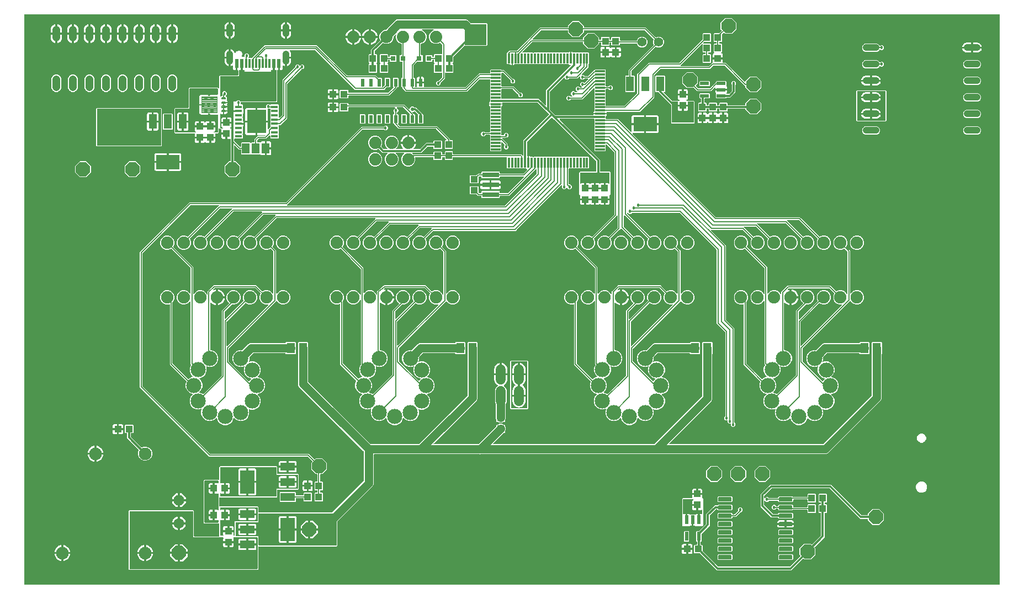
<source format=gtl>
G04 EAGLE Gerber RS-274X export*
G75*
%MOMM*%
%FSLAX34Y34*%
%LPD*%
%INTop Copper*%
%IPPOS*%
%AMOC8*
5,1,8,0,0,1.08239X$1,22.5*%
G01*
%ADD10R,1.000000X1.100000*%
%ADD11R,1.100000X1.000000*%
%ADD12P,1.732040X8X112.500000*%
%ADD13C,1.600200*%
%ADD14C,1.879600*%
%ADD15R,0.800000X0.800000*%
%ADD16R,2.600000X0.800000*%
%ADD17R,1.500000X0.300000*%
%ADD18R,0.300000X1.500000*%
%ADD19R,1.320800X0.558800*%
%ADD20C,1.000000*%
%ADD21R,0.600000X1.200000*%
%ADD22C,1.930400*%
%ADD23C,0.147500*%
%ADD24R,0.558800X1.320800*%
%ADD25C,1.219200*%
%ADD26C,1.400000*%
%ADD27R,1.050000X0.450000*%
%ADD28R,2.940000X3.580000*%
%ADD29R,1.168400X1.600200*%
%ADD30R,1.219200X2.235200*%
%ADD31R,3.600000X2.200000*%
%ADD32C,0.200000*%
%ADD33C,0.125500*%
%ADD34C,0.558800*%
%ADD35R,1.300000X1.600000*%
%ADD36C,2.325000*%
%ADD37C,1.905000*%
%ADD38C,1.524000*%
%ADD39R,0.600000X1.450000*%
%ADD40R,0.300000X1.450000*%
%ADD41C,1.050000*%
%ADD42P,2.336880X8X22.500000*%
%ADD43R,2.235200X1.219200*%
%ADD44R,2.200000X3.600000*%
%ADD45C,0.152400*%
%ADD46C,0.457200*%
%ADD47C,6.000000*%
%ADD48C,0.304800*%
%ADD49C,0.525000*%
%ADD50C,1.270000*%
%ADD51C,0.254000*%

G36*
X1497226Y2036D02*
X1497226Y2036D01*
X1497245Y2034D01*
X1497347Y2056D01*
X1497449Y2072D01*
X1497466Y2082D01*
X1497486Y2086D01*
X1497575Y2139D01*
X1497666Y2188D01*
X1497680Y2202D01*
X1497697Y2212D01*
X1497764Y2291D01*
X1497836Y2366D01*
X1497844Y2384D01*
X1497857Y2399D01*
X1497896Y2495D01*
X1497939Y2589D01*
X1497941Y2609D01*
X1497949Y2627D01*
X1497967Y2794D01*
X1497967Y877206D01*
X1497964Y877226D01*
X1497966Y877245D01*
X1497944Y877347D01*
X1497928Y877449D01*
X1497918Y877466D01*
X1497914Y877486D01*
X1497861Y877575D01*
X1497812Y877666D01*
X1497798Y877680D01*
X1497788Y877697D01*
X1497709Y877764D01*
X1497634Y877836D01*
X1497616Y877844D01*
X1497601Y877857D01*
X1497505Y877896D01*
X1497411Y877939D01*
X1497391Y877941D01*
X1497373Y877949D01*
X1497206Y877967D01*
X2794Y877967D01*
X2774Y877964D01*
X2755Y877966D01*
X2653Y877944D01*
X2551Y877928D01*
X2534Y877918D01*
X2514Y877914D01*
X2425Y877861D01*
X2334Y877812D01*
X2320Y877798D01*
X2303Y877788D01*
X2236Y877709D01*
X2164Y877634D01*
X2156Y877616D01*
X2143Y877601D01*
X2104Y877505D01*
X2061Y877411D01*
X2059Y877391D01*
X2051Y877373D01*
X2033Y877206D01*
X2033Y2794D01*
X2036Y2774D01*
X2034Y2755D01*
X2056Y2653D01*
X2072Y2551D01*
X2082Y2534D01*
X2086Y2514D01*
X2139Y2425D01*
X2188Y2334D01*
X2202Y2320D01*
X2212Y2303D01*
X2291Y2236D01*
X2366Y2164D01*
X2384Y2156D01*
X2399Y2143D01*
X2495Y2104D01*
X2589Y2061D01*
X2609Y2059D01*
X2627Y2051D01*
X2794Y2033D01*
X1497206Y2033D01*
X1497226Y2036D01*
G37*
%LPC*%
G36*
X447974Y130229D02*
X447974Y130229D01*
X447229Y130974D01*
X447229Y143026D01*
X447974Y143771D01*
X450706Y143771D01*
X450726Y143774D01*
X450745Y143772D01*
X450847Y143794D01*
X450949Y143810D01*
X450966Y143820D01*
X450986Y143824D01*
X451075Y143877D01*
X451166Y143926D01*
X451180Y143940D01*
X451197Y143950D01*
X451264Y144029D01*
X451336Y144104D01*
X451344Y144122D01*
X451357Y144137D01*
X451396Y144233D01*
X451439Y144327D01*
X451441Y144347D01*
X451449Y144365D01*
X451467Y144532D01*
X451467Y146468D01*
X451464Y146488D01*
X451466Y146507D01*
X451444Y146609D01*
X451428Y146711D01*
X451418Y146728D01*
X451414Y146748D01*
X451361Y146837D01*
X451312Y146928D01*
X451298Y146942D01*
X451288Y146959D01*
X451209Y147026D01*
X451134Y147098D01*
X451116Y147106D01*
X451101Y147119D01*
X451005Y147158D01*
X450911Y147201D01*
X450891Y147203D01*
X450873Y147211D01*
X450706Y147229D01*
X447974Y147229D01*
X447229Y147974D01*
X447229Y160026D01*
X447974Y160771D01*
X450706Y160771D01*
X450726Y160774D01*
X450745Y160772D01*
X450847Y160794D01*
X450949Y160810D01*
X450966Y160820D01*
X450986Y160824D01*
X451075Y160877D01*
X451166Y160926D01*
X451180Y160940D01*
X451197Y160950D01*
X451264Y161029D01*
X451336Y161104D01*
X451344Y161122D01*
X451357Y161137D01*
X451396Y161233D01*
X451439Y161327D01*
X451441Y161347D01*
X451449Y161365D01*
X451467Y161532D01*
X451467Y171173D01*
X451464Y171193D01*
X451466Y171212D01*
X451444Y171314D01*
X451428Y171416D01*
X451418Y171433D01*
X451414Y171453D01*
X451361Y171542D01*
X451312Y171633D01*
X451298Y171647D01*
X451288Y171664D01*
X451209Y171731D01*
X451134Y171803D01*
X451116Y171811D01*
X451101Y171824D01*
X451005Y171863D01*
X450911Y171906D01*
X450891Y171908D01*
X450873Y171916D01*
X450706Y171934D01*
X449002Y171934D01*
X441934Y179002D01*
X441934Y188998D01*
X443493Y190556D01*
X443504Y190572D01*
X443520Y190585D01*
X443576Y190672D01*
X443636Y190756D01*
X443642Y190775D01*
X443653Y190792D01*
X443678Y190892D01*
X443709Y190991D01*
X443708Y191011D01*
X443713Y191030D01*
X443705Y191133D01*
X443702Y191237D01*
X443695Y191256D01*
X443694Y191275D01*
X443653Y191370D01*
X443618Y191468D01*
X443605Y191483D01*
X443597Y191502D01*
X443493Y191633D01*
X436381Y198744D01*
X436307Y198797D01*
X436238Y198857D01*
X436207Y198869D01*
X436181Y198888D01*
X436094Y198915D01*
X436009Y198949D01*
X435968Y198953D01*
X435946Y198960D01*
X435914Y198959D01*
X435843Y198967D01*
X285158Y198967D01*
X178967Y305158D01*
X178967Y512842D01*
X254952Y588827D01*
X402637Y588827D01*
X402727Y588841D01*
X402818Y588849D01*
X402847Y588861D01*
X402879Y588866D01*
X402960Y588909D01*
X403044Y588945D01*
X403076Y588971D01*
X403097Y588982D01*
X403119Y589005D01*
X403175Y589050D01*
X519158Y705033D01*
X552687Y705033D01*
X552778Y705047D01*
X552868Y705055D01*
X552898Y705067D01*
X552930Y705072D01*
X553011Y705115D01*
X553095Y705151D01*
X553127Y705177D01*
X553148Y705188D01*
X553170Y705211D01*
X553226Y705256D01*
X554527Y706557D01*
X557473Y706557D01*
X559557Y704473D01*
X559557Y701527D01*
X557473Y699443D01*
X554527Y699443D01*
X553226Y700744D01*
X553152Y700797D01*
X553082Y700857D01*
X553052Y700869D01*
X553026Y700888D01*
X552939Y700915D01*
X552854Y700949D01*
X552813Y700953D01*
X552791Y700960D01*
X552759Y700959D01*
X552687Y700967D01*
X521157Y700967D01*
X521067Y700953D01*
X520976Y700945D01*
X520947Y700933D01*
X520915Y700928D01*
X520834Y700885D01*
X520750Y700849D01*
X520718Y700823D01*
X520697Y700812D01*
X520675Y700789D01*
X520619Y700744D01*
X406050Y586175D01*
X405207Y585332D01*
X405165Y585274D01*
X405116Y585222D01*
X405094Y585175D01*
X405063Y585133D01*
X405042Y585064D01*
X405012Y584999D01*
X405006Y584947D01*
X404991Y584897D01*
X404993Y584826D01*
X404985Y584755D01*
X404996Y584704D01*
X404997Y584652D01*
X405022Y584584D01*
X405037Y584514D01*
X405064Y584469D01*
X405082Y584421D01*
X405127Y584365D01*
X405163Y584303D01*
X405203Y584269D01*
X405236Y584229D01*
X405296Y584190D01*
X405350Y584143D01*
X405399Y584124D01*
X405443Y584096D01*
X405512Y584078D01*
X405579Y584051D01*
X405650Y584043D01*
X405681Y584035D01*
X405704Y584037D01*
X405745Y584033D01*
X738843Y584033D01*
X738933Y584047D01*
X739024Y584055D01*
X739053Y584067D01*
X739085Y584072D01*
X739166Y584115D01*
X739250Y584151D01*
X739282Y584177D01*
X739303Y584188D01*
X739325Y584211D01*
X739381Y584256D01*
X787744Y632619D01*
X787797Y632693D01*
X787857Y632762D01*
X787869Y632793D01*
X787888Y632819D01*
X787915Y632906D01*
X787949Y632991D01*
X787953Y633032D01*
X787960Y633054D01*
X787959Y633086D01*
X787967Y633157D01*
X787967Y639993D01*
X787966Y639999D01*
X787966Y640000D01*
X787966Y640002D01*
X787956Y640063D01*
X787954Y640135D01*
X787936Y640184D01*
X787928Y640235D01*
X787894Y640299D01*
X787869Y640366D01*
X787837Y640407D01*
X787812Y640453D01*
X787760Y640502D01*
X787716Y640558D01*
X787672Y640586D01*
X787634Y640622D01*
X787569Y640652D01*
X787509Y640691D01*
X787458Y640704D01*
X787411Y640726D01*
X787340Y640734D01*
X787270Y640751D01*
X787218Y640747D01*
X787167Y640753D01*
X787096Y640738D01*
X787025Y640732D01*
X786977Y640712D01*
X786926Y640701D01*
X786865Y640664D01*
X786799Y640636D01*
X786743Y640591D01*
X786715Y640575D01*
X786700Y640557D01*
X786668Y640531D01*
X785619Y639482D01*
X745104Y598967D01*
X732032Y598967D01*
X732012Y598964D01*
X731993Y598966D01*
X731891Y598944D01*
X731789Y598928D01*
X731772Y598918D01*
X731752Y598914D01*
X731663Y598861D01*
X731572Y598812D01*
X731558Y598798D01*
X731541Y598788D01*
X731474Y598709D01*
X731402Y598634D01*
X731394Y598616D01*
X731381Y598601D01*
X731342Y598505D01*
X731299Y598411D01*
X731297Y598391D01*
X731289Y598373D01*
X731271Y598206D01*
X731271Y596474D01*
X730526Y595729D01*
X703474Y595729D01*
X702729Y596474D01*
X702729Y598206D01*
X702726Y598226D01*
X702728Y598245D01*
X702706Y598347D01*
X702690Y598449D01*
X702680Y598466D01*
X702676Y598486D01*
X702623Y598575D01*
X702574Y598666D01*
X702560Y598680D01*
X702550Y598697D01*
X702471Y598764D01*
X702396Y598836D01*
X702378Y598844D01*
X702363Y598857D01*
X702267Y598896D01*
X702173Y598939D01*
X702153Y598941D01*
X702135Y598949D01*
X701968Y598967D01*
X697658Y598967D01*
X696244Y600381D01*
X695619Y601006D01*
X695545Y601059D01*
X695476Y601119D01*
X695445Y601131D01*
X695419Y601150D01*
X695332Y601177D01*
X695247Y601211D01*
X695206Y601215D01*
X695184Y601222D01*
X695152Y601221D01*
X695081Y601229D01*
X685974Y601229D01*
X685229Y601974D01*
X685229Y613026D01*
X685974Y613771D01*
X698026Y613771D01*
X698771Y613026D01*
X698771Y603919D01*
X698785Y603829D01*
X698793Y603738D01*
X698805Y603709D01*
X698810Y603677D01*
X698853Y603596D01*
X698889Y603512D01*
X698915Y603480D01*
X698926Y603459D01*
X698949Y603437D01*
X698994Y603381D01*
X699119Y603256D01*
X699193Y603203D01*
X699262Y603143D01*
X699293Y603131D01*
X699319Y603112D01*
X699406Y603085D01*
X699491Y603051D01*
X699532Y603047D01*
X699554Y603040D01*
X699586Y603041D01*
X699657Y603033D01*
X701968Y603033D01*
X701988Y603036D01*
X702007Y603034D01*
X702109Y603056D01*
X702211Y603072D01*
X702228Y603082D01*
X702248Y603086D01*
X702337Y603139D01*
X702428Y603188D01*
X702442Y603202D01*
X702459Y603212D01*
X702526Y603291D01*
X702598Y603366D01*
X702606Y603384D01*
X702619Y603399D01*
X702658Y603495D01*
X702701Y603589D01*
X702703Y603609D01*
X702711Y603627D01*
X702729Y603794D01*
X702729Y605526D01*
X703474Y606271D01*
X730526Y606271D01*
X731271Y605526D01*
X731271Y603794D01*
X731274Y603774D01*
X731272Y603755D01*
X731294Y603653D01*
X731310Y603551D01*
X731320Y603534D01*
X731324Y603514D01*
X731377Y603425D01*
X731426Y603334D01*
X731440Y603320D01*
X731450Y603303D01*
X731529Y603236D01*
X731604Y603164D01*
X731622Y603156D01*
X731637Y603143D01*
X731733Y603104D01*
X731827Y603061D01*
X731847Y603059D01*
X731865Y603051D01*
X732032Y603033D01*
X743105Y603033D01*
X743195Y603047D01*
X743286Y603055D01*
X743315Y603067D01*
X743347Y603072D01*
X743428Y603115D01*
X743512Y603151D01*
X743544Y603177D01*
X743565Y603188D01*
X743587Y603211D01*
X743643Y603256D01*
X768055Y627668D01*
X768097Y627726D01*
X768146Y627778D01*
X768168Y627825D01*
X768199Y627867D01*
X768220Y627936D01*
X768250Y628001D01*
X768256Y628053D01*
X768271Y628103D01*
X768269Y628174D01*
X768277Y628245D01*
X768266Y628296D01*
X768265Y628348D01*
X768240Y628416D01*
X768225Y628486D01*
X768198Y628531D01*
X768180Y628579D01*
X768135Y628635D01*
X768099Y628697D01*
X768059Y628731D01*
X768026Y628771D01*
X767966Y628810D01*
X767912Y628857D01*
X767863Y628876D01*
X767819Y628904D01*
X767750Y628922D01*
X767683Y628949D01*
X767612Y628957D01*
X767581Y628965D01*
X767558Y628963D01*
X767517Y628967D01*
X732032Y628967D01*
X732012Y628964D01*
X731993Y628966D01*
X731891Y628944D01*
X731789Y628928D01*
X731772Y628918D01*
X731752Y628914D01*
X731663Y628861D01*
X731572Y628812D01*
X731558Y628798D01*
X731541Y628788D01*
X731474Y628709D01*
X731402Y628634D01*
X731394Y628616D01*
X731381Y628601D01*
X731342Y628505D01*
X731299Y628411D01*
X731297Y628391D01*
X731289Y628373D01*
X731271Y628206D01*
X731271Y626474D01*
X730526Y625729D01*
X703474Y625729D01*
X702729Y626474D01*
X702729Y628206D01*
X702726Y628226D01*
X702728Y628245D01*
X702706Y628347D01*
X702690Y628449D01*
X702680Y628466D01*
X702676Y628486D01*
X702623Y628575D01*
X702574Y628666D01*
X702560Y628680D01*
X702550Y628697D01*
X702471Y628764D01*
X702396Y628836D01*
X702378Y628844D01*
X702363Y628857D01*
X702267Y628896D01*
X702173Y628939D01*
X702153Y628941D01*
X702135Y628949D01*
X701968Y628967D01*
X699657Y628967D01*
X699567Y628953D01*
X699476Y628945D01*
X699447Y628933D01*
X699415Y628928D01*
X699334Y628885D01*
X699250Y628849D01*
X699218Y628823D01*
X699197Y628812D01*
X699175Y628789D01*
X699119Y628744D01*
X698994Y628619D01*
X698941Y628545D01*
X698881Y628476D01*
X698869Y628446D01*
X698850Y628419D01*
X698823Y628332D01*
X698789Y628247D01*
X698785Y628207D01*
X698778Y628184D01*
X698779Y628152D01*
X698771Y628081D01*
X698771Y618974D01*
X698026Y618229D01*
X685974Y618229D01*
X685229Y618974D01*
X685229Y630026D01*
X685974Y630771D01*
X695081Y630771D01*
X695171Y630785D01*
X695262Y630793D01*
X695292Y630805D01*
X695323Y630810D01*
X695404Y630853D01*
X695488Y630889D01*
X695520Y630915D01*
X695541Y630926D01*
X695563Y630949D01*
X695619Y630994D01*
X696244Y631619D01*
X697658Y633033D01*
X701968Y633033D01*
X701988Y633036D01*
X702007Y633034D01*
X702109Y633056D01*
X702211Y633072D01*
X702228Y633082D01*
X702248Y633086D01*
X702337Y633139D01*
X702428Y633188D01*
X702442Y633202D01*
X702459Y633212D01*
X702526Y633291D01*
X702598Y633366D01*
X702606Y633384D01*
X702619Y633399D01*
X702658Y633495D01*
X702701Y633589D01*
X702703Y633609D01*
X702711Y633627D01*
X702729Y633794D01*
X702729Y635526D01*
X703474Y636271D01*
X730526Y636271D01*
X731271Y635526D01*
X731271Y633794D01*
X731274Y633774D01*
X731272Y633755D01*
X731294Y633653D01*
X731310Y633551D01*
X731320Y633534D01*
X731324Y633514D01*
X731377Y633425D01*
X731426Y633334D01*
X731440Y633320D01*
X731450Y633303D01*
X731529Y633236D01*
X731604Y633164D01*
X731622Y633156D01*
X731637Y633143D01*
X731733Y633104D01*
X731827Y633061D01*
X731847Y633059D01*
X731865Y633051D01*
X732032Y633033D01*
X766843Y633033D01*
X766933Y633047D01*
X767024Y633055D01*
X767053Y633067D01*
X767085Y633072D01*
X767166Y633115D01*
X767250Y633151D01*
X767282Y633177D01*
X767303Y633188D01*
X767325Y633211D01*
X767381Y633256D01*
X772958Y638833D01*
X773014Y638910D01*
X773075Y638983D01*
X773085Y639010D01*
X773102Y639032D01*
X773130Y639123D01*
X773164Y639212D01*
X773166Y639241D01*
X773174Y639268D01*
X773171Y639363D01*
X773176Y639458D01*
X773168Y639485D01*
X773168Y639513D01*
X773135Y639603D01*
X773109Y639695D01*
X773093Y639718D01*
X773083Y639744D01*
X773023Y639819D01*
X772970Y639898D01*
X772947Y639914D01*
X772929Y639936D01*
X772849Y639988D01*
X772773Y640045D01*
X772740Y640058D01*
X772722Y640069D01*
X772690Y640078D01*
X772617Y640106D01*
X772519Y640132D01*
X771940Y640467D01*
X771401Y641006D01*
X771327Y641059D01*
X771257Y641119D01*
X771227Y641131D01*
X771201Y641150D01*
X771114Y641177D01*
X771029Y641211D01*
X770988Y641215D01*
X770966Y641222D01*
X770934Y641221D01*
X770862Y641229D01*
X767951Y641229D01*
X767922Y641248D01*
X767839Y641308D01*
X767820Y641314D01*
X767803Y641325D01*
X767702Y641350D01*
X767603Y641381D01*
X767583Y641380D01*
X767564Y641385D01*
X767461Y641377D01*
X767358Y641374D01*
X767339Y641367D01*
X767319Y641366D01*
X767224Y641325D01*
X767127Y641290D01*
X767111Y641277D01*
X767093Y641269D01*
X767042Y641229D01*
X762951Y641229D01*
X762922Y641248D01*
X762839Y641308D01*
X762820Y641314D01*
X762803Y641325D01*
X762702Y641350D01*
X762603Y641381D01*
X762583Y641380D01*
X762564Y641385D01*
X762461Y641377D01*
X762358Y641374D01*
X762339Y641367D01*
X762319Y641366D01*
X762224Y641325D01*
X762127Y641290D01*
X762111Y641277D01*
X762093Y641269D01*
X762042Y641229D01*
X757951Y641229D01*
X757922Y641248D01*
X757839Y641308D01*
X757820Y641314D01*
X757803Y641325D01*
X757702Y641350D01*
X757603Y641381D01*
X757583Y641380D01*
X757564Y641385D01*
X757461Y641377D01*
X757358Y641374D01*
X757339Y641367D01*
X757319Y641366D01*
X757224Y641325D01*
X757127Y641290D01*
X757111Y641277D01*
X757093Y641269D01*
X757042Y641229D01*
X752951Y641229D01*
X752922Y641248D01*
X752839Y641308D01*
X752820Y641314D01*
X752803Y641325D01*
X752702Y641350D01*
X752603Y641381D01*
X752583Y641380D01*
X752564Y641385D01*
X752461Y641377D01*
X752358Y641374D01*
X752339Y641367D01*
X752319Y641366D01*
X752224Y641325D01*
X752127Y641290D01*
X752111Y641277D01*
X752093Y641269D01*
X752042Y641229D01*
X747951Y641229D01*
X747922Y641248D01*
X747839Y641308D01*
X747820Y641314D01*
X747803Y641325D01*
X747702Y641350D01*
X747603Y641381D01*
X747583Y641380D01*
X747564Y641385D01*
X747461Y641377D01*
X747358Y641374D01*
X747339Y641367D01*
X747319Y641366D01*
X747224Y641325D01*
X747127Y641290D01*
X747111Y641277D01*
X747093Y641269D01*
X747042Y641229D01*
X742974Y641229D01*
X742229Y641974D01*
X742229Y657706D01*
X742226Y657726D01*
X742228Y657745D01*
X742206Y657847D01*
X742190Y657949D01*
X742180Y657966D01*
X742176Y657986D01*
X742123Y658075D01*
X742074Y658166D01*
X742060Y658180D01*
X742050Y658197D01*
X741971Y658264D01*
X741896Y658336D01*
X741878Y658344D01*
X741863Y658357D01*
X741767Y658396D01*
X741673Y658439D01*
X741653Y658441D01*
X741635Y658449D01*
X741468Y658467D01*
X660032Y658467D01*
X660012Y658464D01*
X659993Y658466D01*
X659891Y658444D01*
X659789Y658428D01*
X659772Y658418D01*
X659752Y658414D01*
X659663Y658361D01*
X659572Y658312D01*
X659558Y658298D01*
X659541Y658288D01*
X659474Y658209D01*
X659402Y658134D01*
X659394Y658116D01*
X659381Y658101D01*
X659342Y658005D01*
X659299Y657911D01*
X659297Y657891D01*
X659289Y657873D01*
X659271Y657706D01*
X659271Y654474D01*
X658526Y653729D01*
X647474Y653729D01*
X646729Y654474D01*
X646729Y657706D01*
X646726Y657726D01*
X646728Y657745D01*
X646706Y657847D01*
X646690Y657949D01*
X646680Y657966D01*
X646676Y657986D01*
X646623Y658075D01*
X646574Y658166D01*
X646560Y658180D01*
X646550Y658197D01*
X646471Y658264D01*
X646396Y658336D01*
X646378Y658344D01*
X646363Y658357D01*
X646267Y658396D01*
X646173Y658439D01*
X646153Y658441D01*
X646135Y658449D01*
X645968Y658467D01*
X643532Y658467D01*
X643512Y658464D01*
X643493Y658466D01*
X643391Y658444D01*
X643289Y658428D01*
X643272Y658418D01*
X643252Y658414D01*
X643163Y658361D01*
X643072Y658312D01*
X643058Y658298D01*
X643041Y658288D01*
X642974Y658209D01*
X642902Y658134D01*
X642894Y658116D01*
X642881Y658101D01*
X642842Y658005D01*
X642799Y657911D01*
X642797Y657891D01*
X642789Y657873D01*
X642771Y657706D01*
X642771Y654974D01*
X642026Y654229D01*
X629974Y654229D01*
X629229Y654974D01*
X629229Y657706D01*
X629226Y657726D01*
X629228Y657745D01*
X629206Y657847D01*
X629190Y657949D01*
X629180Y657966D01*
X629176Y657986D01*
X629123Y658075D01*
X629074Y658166D01*
X629060Y658180D01*
X629050Y658197D01*
X628971Y658264D01*
X628896Y658336D01*
X628878Y658344D01*
X628863Y658357D01*
X628767Y658396D01*
X628673Y658439D01*
X628653Y658441D01*
X628635Y658449D01*
X628468Y658467D01*
X602051Y658467D01*
X602006Y658460D01*
X601960Y658462D01*
X601885Y658440D01*
X601808Y658428D01*
X601768Y658406D01*
X601723Y658393D01*
X601659Y658349D01*
X601591Y658312D01*
X601559Y658279D01*
X601521Y658253D01*
X601475Y658190D01*
X601421Y658134D01*
X601402Y658092D01*
X601375Y658056D01*
X601351Y657982D01*
X601318Y657911D01*
X601313Y657865D01*
X601298Y657822D01*
X601299Y657744D01*
X601291Y657667D01*
X601300Y657622D01*
X601301Y657576D01*
X601339Y657444D01*
X601343Y657426D01*
X601345Y657422D01*
X601348Y657415D01*
X601469Y657122D01*
X601469Y652878D01*
X599845Y648957D01*
X596843Y645955D01*
X592922Y644331D01*
X588678Y644331D01*
X584757Y645955D01*
X581755Y648957D01*
X580131Y652878D01*
X580131Y657122D01*
X581755Y661043D01*
X584618Y663906D01*
X584660Y663964D01*
X584709Y664016D01*
X584731Y664063D01*
X584761Y664105D01*
X584782Y664174D01*
X584813Y664239D01*
X584818Y664291D01*
X584834Y664341D01*
X584832Y664412D01*
X584840Y664483D01*
X584829Y664534D01*
X584827Y664586D01*
X584803Y664654D01*
X584788Y664724D01*
X584761Y664769D01*
X584743Y664817D01*
X584698Y664873D01*
X584661Y664935D01*
X584622Y664969D01*
X584589Y665009D01*
X584529Y665048D01*
X584474Y665095D01*
X584426Y665114D01*
X584382Y665142D01*
X584313Y665160D01*
X584246Y665187D01*
X584175Y665195D01*
X584144Y665203D01*
X584121Y665201D01*
X584080Y665205D01*
X572120Y665205D01*
X572050Y665194D01*
X571978Y665192D01*
X571929Y665174D01*
X571878Y665166D01*
X571814Y665132D01*
X571747Y665107D01*
X571706Y665075D01*
X571660Y665050D01*
X571611Y664998D01*
X571555Y664954D01*
X571527Y664910D01*
X571491Y664872D01*
X571461Y664807D01*
X571422Y664747D01*
X571409Y664696D01*
X571387Y664649D01*
X571379Y664578D01*
X571362Y664508D01*
X571366Y664456D01*
X571360Y664405D01*
X571375Y664334D01*
X571381Y664263D01*
X571401Y664215D01*
X571412Y664164D01*
X571449Y664103D01*
X571477Y664037D01*
X571522Y663981D01*
X571539Y663953D01*
X571556Y663938D01*
X571582Y663906D01*
X574445Y661043D01*
X576069Y657122D01*
X576069Y652878D01*
X574445Y648957D01*
X571443Y645955D01*
X567522Y644331D01*
X563278Y644331D01*
X559357Y645955D01*
X556355Y648957D01*
X554731Y652878D01*
X554731Y657122D01*
X556355Y661043D01*
X559218Y663906D01*
X559260Y663964D01*
X559309Y664016D01*
X559331Y664063D01*
X559361Y664105D01*
X559382Y664174D01*
X559413Y664239D01*
X559418Y664291D01*
X559434Y664341D01*
X559432Y664412D01*
X559440Y664483D01*
X559429Y664534D01*
X559427Y664586D01*
X559403Y664654D01*
X559388Y664724D01*
X559361Y664769D01*
X559343Y664817D01*
X559298Y664873D01*
X559261Y664935D01*
X559222Y664969D01*
X559189Y665009D01*
X559129Y665048D01*
X559074Y665095D01*
X559026Y665114D01*
X558982Y665142D01*
X558913Y665160D01*
X558846Y665187D01*
X558775Y665195D01*
X558744Y665203D01*
X558721Y665201D01*
X558680Y665205D01*
X551242Y665205D01*
X545730Y670717D01*
X545636Y670785D01*
X545542Y670855D01*
X545536Y670857D01*
X545531Y670861D01*
X545420Y670895D01*
X545308Y670931D01*
X545302Y670931D01*
X545296Y670933D01*
X545179Y670930D01*
X545062Y670929D01*
X545055Y670927D01*
X545050Y670927D01*
X545032Y670920D01*
X544901Y670882D01*
X542122Y669731D01*
X537878Y669731D01*
X533957Y671355D01*
X530955Y674357D01*
X529331Y678278D01*
X529331Y682522D01*
X530955Y686443D01*
X533957Y689445D01*
X537878Y691069D01*
X542122Y691069D01*
X546043Y689445D01*
X549045Y686443D01*
X550669Y682522D01*
X550669Y678278D01*
X549518Y675499D01*
X549491Y675386D01*
X549463Y675272D01*
X549463Y675266D01*
X549462Y675260D01*
X549473Y675143D01*
X549482Y675027D01*
X549484Y675021D01*
X549485Y675015D01*
X549533Y674907D01*
X549578Y674801D01*
X549583Y674795D01*
X549585Y674790D01*
X549597Y674776D01*
X549683Y674670D01*
X553335Y671018D01*
X553409Y670965D01*
X553478Y670905D01*
X553508Y670893D01*
X553534Y670874D01*
X553621Y670847D01*
X553706Y670813D01*
X553747Y670809D01*
X553769Y670802D01*
X553802Y670803D01*
X553873Y670795D01*
X558080Y670795D01*
X558150Y670806D01*
X558222Y670808D01*
X558271Y670826D01*
X558322Y670834D01*
X558386Y670868D01*
X558453Y670893D01*
X558494Y670925D01*
X558540Y670950D01*
X558589Y671002D01*
X558645Y671046D01*
X558673Y671090D01*
X558709Y671128D01*
X558739Y671193D01*
X558778Y671253D01*
X558791Y671304D01*
X558813Y671351D01*
X558821Y671422D01*
X558838Y671492D01*
X558834Y671544D01*
X558840Y671595D01*
X558825Y671666D01*
X558819Y671737D01*
X558799Y671785D01*
X558788Y671836D01*
X558751Y671897D01*
X558723Y671963D01*
X558678Y672019D01*
X558661Y672047D01*
X558644Y672062D01*
X558618Y672094D01*
X556355Y674357D01*
X554731Y678278D01*
X554731Y682522D01*
X556355Y686443D01*
X559357Y689445D01*
X563278Y691069D01*
X567522Y691069D01*
X571443Y689445D01*
X574445Y686443D01*
X576069Y682522D01*
X576069Y678278D01*
X574445Y674357D01*
X572182Y672094D01*
X572140Y672036D01*
X572091Y671984D01*
X572069Y671937D01*
X572039Y671895D01*
X572018Y671826D01*
X571987Y671761D01*
X571982Y671709D01*
X571966Y671659D01*
X571968Y671588D01*
X571960Y671517D01*
X571971Y671466D01*
X571973Y671414D01*
X571997Y671346D01*
X572012Y671276D01*
X572039Y671231D01*
X572057Y671183D01*
X572102Y671127D01*
X572139Y671065D01*
X572178Y671031D01*
X572211Y670991D01*
X572271Y670952D01*
X572326Y670905D01*
X572374Y670886D01*
X572418Y670858D01*
X572487Y670840D01*
X572554Y670813D01*
X572625Y670805D01*
X572656Y670797D01*
X572679Y670799D01*
X572720Y670795D01*
X581684Y670795D01*
X581754Y670806D01*
X581826Y670808D01*
X581875Y670826D01*
X581926Y670834D01*
X581990Y670868D01*
X582057Y670893D01*
X582098Y670925D01*
X582144Y670950D01*
X582193Y671002D01*
X582249Y671046D01*
X582277Y671090D01*
X582313Y671128D01*
X582343Y671193D01*
X582382Y671253D01*
X582395Y671304D01*
X582417Y671351D01*
X582425Y671422D01*
X582442Y671492D01*
X582438Y671544D01*
X582444Y671595D01*
X582429Y671666D01*
X582423Y671737D01*
X582403Y671785D01*
X582392Y671836D01*
X582355Y671897D01*
X582327Y671963D01*
X582282Y672019D01*
X582265Y672047D01*
X582248Y672062D01*
X582222Y672094D01*
X581694Y672622D01*
X580589Y674143D01*
X579736Y675817D01*
X579155Y677604D01*
X578954Y678877D01*
X590038Y678877D01*
X590058Y678880D01*
X590077Y678878D01*
X590179Y678900D01*
X590281Y678917D01*
X590298Y678926D01*
X590318Y678930D01*
X590407Y678983D01*
X590498Y679032D01*
X590512Y679046D01*
X590529Y679056D01*
X590596Y679135D01*
X590667Y679210D01*
X590676Y679228D01*
X590689Y679243D01*
X590727Y679339D01*
X590771Y679433D01*
X590773Y679453D01*
X590781Y679471D01*
X590799Y679638D01*
X590799Y680401D01*
X590801Y680401D01*
X590801Y679638D01*
X590804Y679618D01*
X590802Y679599D01*
X590824Y679497D01*
X590841Y679395D01*
X590850Y679378D01*
X590854Y679358D01*
X590907Y679269D01*
X590956Y679178D01*
X590970Y679164D01*
X590980Y679147D01*
X591059Y679080D01*
X591134Y679009D01*
X591152Y679000D01*
X591167Y678987D01*
X591263Y678948D01*
X591357Y678905D01*
X591377Y678903D01*
X591395Y678895D01*
X591562Y678877D01*
X602646Y678877D01*
X602445Y677604D01*
X601864Y675817D01*
X601011Y674143D01*
X599906Y672622D01*
X599378Y672094D01*
X599336Y672036D01*
X599287Y671984D01*
X599265Y671937D01*
X599235Y671895D01*
X599214Y671826D01*
X599183Y671761D01*
X599178Y671709D01*
X599162Y671659D01*
X599164Y671588D01*
X599156Y671517D01*
X599167Y671466D01*
X599169Y671414D01*
X599193Y671346D01*
X599208Y671276D01*
X599235Y671231D01*
X599253Y671183D01*
X599298Y671127D01*
X599335Y671065D01*
X599374Y671031D01*
X599407Y670991D01*
X599467Y670952D01*
X599522Y670905D01*
X599570Y670886D01*
X599614Y670858D01*
X599683Y670840D01*
X599750Y670813D01*
X599821Y670805D01*
X599852Y670797D01*
X599876Y670799D01*
X599916Y670795D01*
X608027Y670795D01*
X608117Y670809D01*
X608208Y670817D01*
X608238Y670829D01*
X608270Y670834D01*
X608350Y670877D01*
X608434Y670913D01*
X608466Y670939D01*
X608487Y670950D01*
X608509Y670973D01*
X608565Y671018D01*
X617842Y680295D01*
X628468Y680295D01*
X628488Y680298D01*
X628507Y680296D01*
X628609Y680318D01*
X628711Y680334D01*
X628728Y680344D01*
X628748Y680348D01*
X628837Y680401D01*
X628928Y680450D01*
X628942Y680464D01*
X628959Y680474D01*
X629026Y680553D01*
X629098Y680628D01*
X629106Y680646D01*
X629119Y680661D01*
X629158Y680757D01*
X629201Y680851D01*
X629203Y680871D01*
X629211Y680889D01*
X629229Y681056D01*
X629229Y683026D01*
X629974Y683771D01*
X642026Y683771D01*
X642771Y683026D01*
X642771Y671974D01*
X642026Y671229D01*
X629974Y671229D01*
X629229Y671974D01*
X629229Y673944D01*
X629226Y673964D01*
X629228Y673983D01*
X629206Y674085D01*
X629190Y674187D01*
X629180Y674204D01*
X629176Y674224D01*
X629123Y674313D01*
X629074Y674404D01*
X629060Y674418D01*
X629050Y674435D01*
X628971Y674502D01*
X628896Y674574D01*
X628878Y674582D01*
X628863Y674595D01*
X628767Y674634D01*
X628673Y674677D01*
X628653Y674679D01*
X628635Y674687D01*
X628468Y674705D01*
X620473Y674705D01*
X620383Y674691D01*
X620292Y674683D01*
X620262Y674671D01*
X620230Y674666D01*
X620150Y674623D01*
X620066Y674587D01*
X620034Y674561D01*
X620013Y674550D01*
X619991Y674527D01*
X619935Y674482D01*
X610658Y665205D01*
X597520Y665205D01*
X597450Y665194D01*
X597378Y665192D01*
X597329Y665174D01*
X597278Y665166D01*
X597214Y665132D01*
X597147Y665107D01*
X597106Y665075D01*
X597060Y665050D01*
X597011Y664998D01*
X596955Y664954D01*
X596927Y664910D01*
X596891Y664872D01*
X596861Y664807D01*
X596822Y664747D01*
X596809Y664696D01*
X596787Y664649D01*
X596779Y664578D01*
X596762Y664508D01*
X596766Y664456D01*
X596760Y664405D01*
X596775Y664334D01*
X596781Y664263D01*
X596801Y664215D01*
X596812Y664164D01*
X596849Y664103D01*
X596877Y664037D01*
X596922Y663981D01*
X596939Y663953D01*
X596956Y663938D01*
X596982Y663906D01*
X598132Y662756D01*
X598206Y662703D01*
X598276Y662643D01*
X598306Y662631D01*
X598332Y662612D01*
X598419Y662585D01*
X598504Y662551D01*
X598545Y662547D01*
X598567Y662540D01*
X598599Y662541D01*
X598670Y662533D01*
X628468Y662533D01*
X628488Y662536D01*
X628507Y662534D01*
X628609Y662556D01*
X628711Y662572D01*
X628728Y662582D01*
X628748Y662586D01*
X628837Y662639D01*
X628928Y662688D01*
X628942Y662702D01*
X628959Y662712D01*
X629026Y662791D01*
X629098Y662866D01*
X629106Y662884D01*
X629119Y662899D01*
X629158Y662995D01*
X629201Y663089D01*
X629203Y663109D01*
X629211Y663127D01*
X629229Y663294D01*
X629229Y666026D01*
X629974Y666771D01*
X642026Y666771D01*
X642771Y666026D01*
X642771Y663294D01*
X642774Y663274D01*
X642772Y663255D01*
X642794Y663153D01*
X642810Y663051D01*
X642820Y663034D01*
X642824Y663014D01*
X642877Y662925D01*
X642926Y662834D01*
X642940Y662820D01*
X642950Y662803D01*
X643029Y662736D01*
X643104Y662664D01*
X643122Y662656D01*
X643137Y662643D01*
X643233Y662604D01*
X643327Y662561D01*
X643347Y662559D01*
X643365Y662551D01*
X643532Y662533D01*
X645968Y662533D01*
X645988Y662536D01*
X646007Y662534D01*
X646109Y662556D01*
X646211Y662572D01*
X646228Y662582D01*
X646248Y662586D01*
X646337Y662639D01*
X646428Y662688D01*
X646442Y662702D01*
X646459Y662712D01*
X646526Y662791D01*
X646598Y662866D01*
X646606Y662884D01*
X646619Y662899D01*
X646658Y662995D01*
X646701Y663089D01*
X646703Y663109D01*
X646711Y663127D01*
X646729Y663294D01*
X646729Y666526D01*
X647474Y667271D01*
X658526Y667271D01*
X659271Y666526D01*
X659271Y663294D01*
X659274Y663274D01*
X659272Y663255D01*
X659294Y663153D01*
X659310Y663051D01*
X659320Y663034D01*
X659324Y663014D01*
X659377Y662925D01*
X659426Y662834D01*
X659440Y662820D01*
X659450Y662803D01*
X659529Y662736D01*
X659604Y662664D01*
X659622Y662656D01*
X659637Y662643D01*
X659733Y662604D01*
X659827Y662561D01*
X659847Y662559D01*
X659865Y662551D01*
X660032Y662533D01*
X764342Y662533D01*
X765906Y660969D01*
X765964Y660927D01*
X766016Y660878D01*
X766063Y660856D01*
X766105Y660825D01*
X766174Y660804D01*
X766239Y660774D01*
X766291Y660768D01*
X766341Y660753D01*
X766412Y660755D01*
X766483Y660747D01*
X766534Y660758D01*
X766586Y660759D01*
X766654Y660784D01*
X766724Y660799D01*
X766769Y660826D01*
X766817Y660844D01*
X766873Y660889D01*
X766935Y660925D01*
X766969Y660965D01*
X767009Y660998D01*
X767048Y661058D01*
X767095Y661112D01*
X767114Y661161D01*
X767142Y661205D01*
X767160Y661274D01*
X767187Y661341D01*
X767195Y661412D01*
X767203Y661443D01*
X767201Y661466D01*
X767205Y661507D01*
X767205Y684158D01*
X806509Y723462D01*
X806521Y723478D01*
X806537Y723490D01*
X806593Y723578D01*
X806653Y723661D01*
X806659Y723680D01*
X806670Y723697D01*
X806695Y723798D01*
X806725Y723897D01*
X806725Y723916D01*
X806730Y723936D01*
X806722Y724039D01*
X806719Y724142D01*
X806712Y724161D01*
X806710Y724181D01*
X806670Y724276D01*
X806634Y724373D01*
X806622Y724389D01*
X806614Y724407D01*
X806509Y724538D01*
X801982Y729065D01*
X789065Y741982D01*
X788991Y742035D01*
X788922Y742095D01*
X788892Y742107D01*
X788866Y742126D01*
X788779Y742153D01*
X788694Y742187D01*
X788653Y742191D01*
X788631Y742198D01*
X788598Y742197D01*
X788527Y742205D01*
X735802Y742205D01*
X735782Y742202D01*
X735763Y742204D01*
X735661Y742182D01*
X735559Y742166D01*
X735542Y742156D01*
X735522Y742152D01*
X735433Y742099D01*
X735342Y742050D01*
X735328Y742036D01*
X735311Y742026D01*
X735244Y741947D01*
X735172Y741872D01*
X735164Y741854D01*
X735151Y741839D01*
X735112Y741743D01*
X735069Y741649D01*
X735067Y741629D01*
X735059Y741611D01*
X735041Y741444D01*
X735041Y740761D01*
X725000Y740761D01*
X714959Y740761D01*
X714959Y741834D01*
X715132Y742481D01*
X715467Y743060D01*
X716006Y743599D01*
X716059Y743673D01*
X716119Y743743D01*
X716131Y743773D01*
X716150Y743799D01*
X716177Y743886D01*
X716211Y743971D01*
X716215Y744012D01*
X716222Y744034D01*
X716221Y744066D01*
X716229Y744138D01*
X716229Y747049D01*
X716248Y747078D01*
X716308Y747161D01*
X716314Y747180D01*
X716325Y747197D01*
X716350Y747298D01*
X716381Y747397D01*
X716380Y747417D01*
X716385Y747436D01*
X716377Y747539D01*
X716374Y747642D01*
X716367Y747661D01*
X716366Y747681D01*
X716325Y747776D01*
X716290Y747873D01*
X716277Y747889D01*
X716269Y747907D01*
X716229Y747958D01*
X716229Y752049D01*
X716248Y752078D01*
X716308Y752161D01*
X716314Y752180D01*
X716325Y752197D01*
X716350Y752298D01*
X716381Y752397D01*
X716380Y752417D01*
X716385Y752436D01*
X716377Y752539D01*
X716374Y752642D01*
X716367Y752661D01*
X716366Y752681D01*
X716325Y752776D01*
X716290Y752873D01*
X716277Y752889D01*
X716269Y752907D01*
X716229Y752958D01*
X716229Y757049D01*
X716248Y757078D01*
X716308Y757161D01*
X716314Y757180D01*
X716325Y757197D01*
X716350Y757298D01*
X716381Y757397D01*
X716380Y757417D01*
X716385Y757436D01*
X716377Y757539D01*
X716374Y757642D01*
X716367Y757661D01*
X716366Y757681D01*
X716325Y757776D01*
X716290Y757873D01*
X716277Y757889D01*
X716269Y757907D01*
X716229Y757958D01*
X716229Y762049D01*
X716248Y762078D01*
X716308Y762161D01*
X716314Y762180D01*
X716325Y762197D01*
X716350Y762298D01*
X716381Y762397D01*
X716380Y762417D01*
X716385Y762436D01*
X716377Y762539D01*
X716374Y762642D01*
X716367Y762661D01*
X716366Y762681D01*
X716325Y762776D01*
X716290Y762873D01*
X716277Y762889D01*
X716269Y762907D01*
X716229Y762958D01*
X716229Y767049D01*
X716248Y767078D01*
X716308Y767161D01*
X716314Y767180D01*
X716325Y767197D01*
X716350Y767298D01*
X716381Y767397D01*
X716380Y767417D01*
X716385Y767436D01*
X716377Y767539D01*
X716374Y767642D01*
X716367Y767661D01*
X716366Y767681D01*
X716325Y767776D01*
X716290Y767873D01*
X716277Y767889D01*
X716269Y767907D01*
X716229Y767958D01*
X716229Y772049D01*
X716248Y772078D01*
X716308Y772161D01*
X716314Y772180D01*
X716325Y772197D01*
X716350Y772298D01*
X716381Y772397D01*
X716380Y772417D01*
X716385Y772436D01*
X716377Y772539D01*
X716374Y772642D01*
X716367Y772661D01*
X716366Y772681D01*
X716325Y772776D01*
X716290Y772873D01*
X716277Y772889D01*
X716269Y772907D01*
X716229Y772958D01*
X716229Y777206D01*
X716226Y777226D01*
X716228Y777245D01*
X716206Y777347D01*
X716190Y777449D01*
X716180Y777466D01*
X716176Y777486D01*
X716123Y777575D01*
X716074Y777666D01*
X716060Y777680D01*
X716050Y777697D01*
X715971Y777764D01*
X715896Y777836D01*
X715878Y777844D01*
X715863Y777857D01*
X715767Y777896D01*
X715673Y777939D01*
X715653Y777941D01*
X715635Y777949D01*
X715468Y777967D01*
X700468Y777967D01*
X700378Y777953D01*
X700287Y777945D01*
X700257Y777933D01*
X700225Y777928D01*
X700144Y777885D01*
X700061Y777849D01*
X700028Y777823D01*
X700008Y777812D01*
X699986Y777789D01*
X699930Y777744D01*
X681105Y758919D01*
X587206Y758919D01*
X581967Y764158D01*
X581967Y764968D01*
X581964Y764988D01*
X581966Y765007D01*
X581944Y765109D01*
X581928Y765211D01*
X581918Y765228D01*
X581914Y765248D01*
X581861Y765337D01*
X581812Y765428D01*
X581798Y765442D01*
X581788Y765459D01*
X581709Y765526D01*
X581634Y765598D01*
X581616Y765606D01*
X581601Y765619D01*
X581505Y765658D01*
X581411Y765701D01*
X581391Y765703D01*
X581373Y765711D01*
X581206Y765729D01*
X580524Y765729D01*
X579779Y766474D01*
X579779Y779526D01*
X580524Y780271D01*
X581256Y780271D01*
X581276Y780274D01*
X581295Y780272D01*
X581397Y780294D01*
X581499Y780310D01*
X581516Y780320D01*
X581536Y780324D01*
X581625Y780377D01*
X581716Y780426D01*
X581730Y780440D01*
X581747Y780450D01*
X581814Y780529D01*
X581886Y780604D01*
X581894Y780622D01*
X581907Y780637D01*
X581946Y780733D01*
X581989Y780827D01*
X581991Y780847D01*
X581999Y780865D01*
X582017Y781032D01*
X582017Y803968D01*
X582014Y803988D01*
X582016Y804007D01*
X581994Y804109D01*
X581978Y804211D01*
X581968Y804228D01*
X581964Y804248D01*
X581911Y804337D01*
X581862Y804428D01*
X581848Y804442D01*
X581838Y804459D01*
X581759Y804526D01*
X581684Y804598D01*
X581666Y804606D01*
X581651Y804619D01*
X581555Y804658D01*
X581461Y804701D01*
X581441Y804703D01*
X581423Y804711D01*
X581256Y804729D01*
X577974Y804729D01*
X577229Y805474D01*
X577229Y814526D01*
X577974Y815271D01*
X579906Y815271D01*
X579926Y815274D01*
X579945Y815272D01*
X580047Y815294D01*
X580149Y815310D01*
X580166Y815320D01*
X580186Y815324D01*
X580275Y815377D01*
X580366Y815426D01*
X580380Y815440D01*
X580397Y815450D01*
X580464Y815529D01*
X580536Y815604D01*
X580544Y815622D01*
X580557Y815637D01*
X580596Y815733D01*
X580639Y815827D01*
X580641Y815847D01*
X580649Y815865D01*
X580667Y816032D01*
X580667Y831786D01*
X580648Y831900D01*
X580631Y832017D01*
X580629Y832022D01*
X580628Y832028D01*
X580573Y832131D01*
X580520Y832236D01*
X580515Y832240D01*
X580512Y832246D01*
X580428Y832326D01*
X580344Y832408D01*
X580338Y832412D01*
X580334Y832415D01*
X580317Y832423D01*
X580282Y832442D01*
X580278Y832446D01*
X580268Y832450D01*
X580197Y832489D01*
X576657Y833955D01*
X573655Y836957D01*
X572031Y840878D01*
X572031Y845122D01*
X572569Y846421D01*
X572591Y846515D01*
X572620Y846608D01*
X572619Y846635D01*
X572625Y846660D01*
X572616Y846757D01*
X572614Y846854D01*
X572605Y846879D01*
X572602Y846905D01*
X572563Y846994D01*
X572529Y847085D01*
X572513Y847106D01*
X572502Y847130D01*
X572436Y847201D01*
X572375Y847277D01*
X572353Y847292D01*
X572336Y847311D01*
X572250Y847358D01*
X572169Y847410D01*
X572143Y847417D01*
X572120Y847429D01*
X572024Y847447D01*
X571930Y847470D01*
X571904Y847468D01*
X571878Y847473D01*
X571782Y847459D01*
X571685Y847451D01*
X571661Y847441D01*
X571635Y847437D01*
X571548Y847393D01*
X571458Y847355D01*
X571433Y847335D01*
X571416Y847326D01*
X571392Y847302D01*
X571328Y847250D01*
X568192Y844114D01*
X568139Y844040D01*
X568079Y843971D01*
X568067Y843941D01*
X568048Y843915D01*
X568021Y843827D01*
X567987Y843743D01*
X567983Y843702D01*
X567976Y843680D01*
X567977Y843647D01*
X567969Y843576D01*
X567969Y840878D01*
X566345Y836957D01*
X563343Y833955D01*
X559422Y832331D01*
X555178Y832331D01*
X552399Y833482D01*
X552286Y833509D01*
X552172Y833537D01*
X552166Y833537D01*
X552160Y833538D01*
X552043Y833527D01*
X551927Y833518D01*
X551921Y833516D01*
X551915Y833515D01*
X551807Y833467D01*
X551701Y833422D01*
X551695Y833417D01*
X551690Y833415D01*
X551676Y833403D01*
X551570Y833317D01*
X539518Y821265D01*
X539465Y821191D01*
X539405Y821122D01*
X539393Y821092D01*
X539374Y821066D01*
X539347Y820979D01*
X539313Y820894D01*
X539309Y820853D01*
X539302Y820831D01*
X539303Y820798D01*
X539295Y820727D01*
X539295Y817532D01*
X539298Y817512D01*
X539296Y817493D01*
X539318Y817391D01*
X539334Y817289D01*
X539344Y817272D01*
X539348Y817252D01*
X539401Y817163D01*
X539450Y817072D01*
X539464Y817058D01*
X539474Y817041D01*
X539553Y816974D01*
X539628Y816902D01*
X539646Y816894D01*
X539661Y816881D01*
X539757Y816842D01*
X539851Y816799D01*
X539871Y816797D01*
X539889Y816789D01*
X540056Y816771D01*
X542026Y816771D01*
X542771Y816026D01*
X542771Y803974D01*
X541835Y803038D01*
X541824Y803022D01*
X541808Y803010D01*
X541752Y802922D01*
X541692Y802839D01*
X541686Y802820D01*
X541675Y802803D01*
X541650Y802702D01*
X541619Y802603D01*
X541620Y802584D01*
X541615Y802564D01*
X541623Y802461D01*
X541626Y802358D01*
X541633Y802339D01*
X541634Y802319D01*
X541675Y802224D01*
X541710Y802127D01*
X541723Y802111D01*
X541731Y802093D01*
X541835Y801962D01*
X542771Y801026D01*
X542771Y788974D01*
X542026Y788229D01*
X530974Y788229D01*
X530229Y788974D01*
X530229Y801026D01*
X531165Y801962D01*
X531176Y801978D01*
X531192Y801990D01*
X531248Y802078D01*
X531308Y802161D01*
X531314Y802180D01*
X531325Y802197D01*
X531350Y802298D01*
X531381Y802397D01*
X531380Y802416D01*
X531385Y802436D01*
X531377Y802539D01*
X531374Y802642D01*
X531367Y802661D01*
X531366Y802681D01*
X531325Y802776D01*
X531290Y802873D01*
X531277Y802889D01*
X531269Y802907D01*
X531165Y803038D01*
X530229Y803974D01*
X530229Y816026D01*
X530974Y816771D01*
X532944Y816771D01*
X532964Y816774D01*
X532983Y816772D01*
X533085Y816794D01*
X533187Y816810D01*
X533204Y816820D01*
X533224Y816824D01*
X533313Y816877D01*
X533404Y816926D01*
X533418Y816940D01*
X533435Y816950D01*
X533502Y817029D01*
X533574Y817104D01*
X533582Y817122D01*
X533595Y817137D01*
X533634Y817233D01*
X533677Y817327D01*
X533679Y817347D01*
X533687Y817365D01*
X533705Y817532D01*
X533705Y823358D01*
X547617Y837270D01*
X547685Y837364D01*
X547755Y837458D01*
X547757Y837464D01*
X547761Y837469D01*
X547795Y837580D01*
X547831Y837692D01*
X547831Y837698D01*
X547833Y837704D01*
X547830Y837821D01*
X547829Y837938D01*
X547827Y837945D01*
X547827Y837950D01*
X547820Y837968D01*
X547782Y838099D01*
X546631Y840878D01*
X546631Y845122D01*
X548255Y849043D01*
X551257Y852045D01*
X555178Y853669D01*
X555876Y853669D01*
X555966Y853683D01*
X556057Y853691D01*
X556087Y853703D01*
X556119Y853708D01*
X556200Y853751D01*
X556283Y853787D01*
X556316Y853813D01*
X556336Y853824D01*
X556358Y853847D01*
X556414Y853892D01*
X570983Y868461D01*
X573784Y869621D01*
X679516Y869621D01*
X682317Y868461D01*
X684567Y866210D01*
X684568Y866210D01*
X686522Y864256D01*
X686596Y864203D01*
X686665Y864143D01*
X686695Y864131D01*
X686721Y864112D01*
X686808Y864085D01*
X686893Y864051D01*
X686934Y864047D01*
X686956Y864040D01*
X686989Y864041D01*
X687060Y864033D01*
X710842Y864033D01*
X712033Y862842D01*
X712033Y830158D01*
X710842Y828967D01*
X677056Y828967D01*
X676991Y828984D01*
X676892Y829014D01*
X676872Y829014D01*
X676853Y829018D01*
X676750Y829010D01*
X676646Y829008D01*
X676628Y829001D01*
X676608Y828999D01*
X676513Y828959D01*
X676415Y828923D01*
X676400Y828911D01*
X676381Y828903D01*
X676251Y828798D01*
X659994Y812541D01*
X659951Y812482D01*
X659902Y812431D01*
X659894Y812413D01*
X659881Y812398D01*
X659869Y812368D01*
X659850Y812342D01*
X659829Y812272D01*
X659799Y812208D01*
X659797Y812188D01*
X659789Y812170D01*
X659785Y812129D01*
X659778Y812107D01*
X659779Y812074D01*
X659771Y812003D01*
X659771Y803974D01*
X658835Y803038D01*
X658824Y803022D01*
X658808Y803010D01*
X658752Y802922D01*
X658692Y802839D01*
X658686Y802820D01*
X658675Y802803D01*
X658650Y802702D01*
X658619Y802603D01*
X658620Y802584D01*
X658615Y802564D01*
X658623Y802461D01*
X658626Y802358D01*
X658633Y802339D01*
X658634Y802319D01*
X658675Y802224D01*
X658710Y802127D01*
X658723Y802111D01*
X658731Y802093D01*
X658835Y801962D01*
X659771Y801026D01*
X659771Y788974D01*
X659026Y788229D01*
X647794Y788229D01*
X647774Y788226D01*
X647755Y788228D01*
X647653Y788206D01*
X647551Y788190D01*
X647534Y788180D01*
X647514Y788176D01*
X647425Y788123D01*
X647334Y788074D01*
X647320Y788060D01*
X647303Y788050D01*
X647236Y787971D01*
X647164Y787896D01*
X647156Y787878D01*
X647143Y787863D01*
X647104Y787767D01*
X647061Y787673D01*
X647059Y787653D01*
X647051Y787635D01*
X647033Y787468D01*
X647033Y779158D01*
X640780Y772905D01*
X640727Y772831D01*
X640667Y772762D01*
X640655Y772731D01*
X640636Y772705D01*
X640609Y772618D01*
X640575Y772533D01*
X640571Y772492D01*
X640564Y772470D01*
X640565Y772438D01*
X640557Y772367D01*
X640557Y770527D01*
X638473Y768443D01*
X635527Y768443D01*
X633443Y770527D01*
X633443Y773473D01*
X635527Y775557D01*
X637367Y775557D01*
X637457Y775571D01*
X637548Y775579D01*
X637577Y775591D01*
X637609Y775596D01*
X637690Y775639D01*
X637774Y775675D01*
X637806Y775701D01*
X637827Y775712D01*
X637849Y775735D01*
X637905Y775780D01*
X642744Y780619D01*
X642797Y780693D01*
X642857Y780762D01*
X642869Y780793D01*
X642888Y780819D01*
X642915Y780906D01*
X642949Y780991D01*
X642953Y781032D01*
X642960Y781054D01*
X642959Y781086D01*
X642967Y781157D01*
X642967Y787468D01*
X642964Y787488D01*
X642966Y787507D01*
X642944Y787609D01*
X642928Y787711D01*
X642918Y787728D01*
X642914Y787748D01*
X642861Y787837D01*
X642812Y787928D01*
X642798Y787942D01*
X642788Y787959D01*
X642709Y788026D01*
X642634Y788098D01*
X642616Y788106D01*
X642601Y788119D01*
X642505Y788158D01*
X642411Y788201D01*
X642391Y788203D01*
X642373Y788211D01*
X642206Y788229D01*
X630974Y788229D01*
X630229Y788974D01*
X630229Y801026D01*
X631165Y801962D01*
X631176Y801978D01*
X631192Y801990D01*
X631248Y802078D01*
X631308Y802161D01*
X631314Y802180D01*
X631325Y802197D01*
X631350Y802298D01*
X631381Y802397D01*
X631380Y802416D01*
X631385Y802436D01*
X631377Y802539D01*
X631374Y802642D01*
X631367Y802661D01*
X631366Y802681D01*
X631325Y802776D01*
X631290Y802873D01*
X631277Y802889D01*
X631269Y802907D01*
X631165Y803038D01*
X630229Y803974D01*
X630229Y807206D01*
X630226Y807226D01*
X630228Y807245D01*
X630206Y807347D01*
X630190Y807449D01*
X630180Y807466D01*
X630176Y807486D01*
X630123Y807575D01*
X630074Y807666D01*
X630060Y807680D01*
X630050Y807697D01*
X629971Y807764D01*
X629896Y807836D01*
X629878Y807844D01*
X629863Y807857D01*
X629767Y807896D01*
X629673Y807939D01*
X629653Y807941D01*
X629635Y807949D01*
X629468Y807967D01*
X628532Y807967D01*
X628512Y807964D01*
X628493Y807966D01*
X628391Y807944D01*
X628289Y807928D01*
X628272Y807918D01*
X628252Y807914D01*
X628163Y807861D01*
X628072Y807812D01*
X628058Y807798D01*
X628041Y807788D01*
X627974Y807709D01*
X627902Y807634D01*
X627894Y807616D01*
X627881Y807601D01*
X627842Y807505D01*
X627799Y807411D01*
X627797Y807391D01*
X627789Y807373D01*
X627771Y807206D01*
X627771Y805474D01*
X627026Y804729D01*
X617974Y804729D01*
X617229Y805474D01*
X617229Y814526D01*
X617974Y815271D01*
X627026Y815271D01*
X627771Y814526D01*
X627771Y812794D01*
X627774Y812774D01*
X627772Y812755D01*
X627794Y812653D01*
X627810Y812551D01*
X627820Y812534D01*
X627824Y812514D01*
X627877Y812425D01*
X627926Y812334D01*
X627940Y812320D01*
X627950Y812303D01*
X628029Y812236D01*
X628104Y812164D01*
X628122Y812156D01*
X628137Y812143D01*
X628233Y812104D01*
X628327Y812061D01*
X628347Y812059D01*
X628365Y812051D01*
X628532Y812033D01*
X629468Y812033D01*
X629488Y812036D01*
X629507Y812034D01*
X629609Y812056D01*
X629711Y812072D01*
X629728Y812082D01*
X629748Y812086D01*
X629837Y812139D01*
X629928Y812188D01*
X629942Y812202D01*
X629959Y812212D01*
X630026Y812291D01*
X630098Y812366D01*
X630106Y812384D01*
X630119Y812399D01*
X630158Y812495D01*
X630201Y812589D01*
X630203Y812609D01*
X630211Y812627D01*
X630229Y812794D01*
X630229Y816026D01*
X630974Y816771D01*
X642206Y816771D01*
X642226Y816774D01*
X642245Y816772D01*
X642347Y816794D01*
X642449Y816810D01*
X642466Y816820D01*
X642486Y816824D01*
X642575Y816877D01*
X642666Y816926D01*
X642680Y816940D01*
X642697Y816950D01*
X642764Y817029D01*
X642836Y817104D01*
X642844Y817122D01*
X642857Y817137D01*
X642896Y817233D01*
X642939Y817327D01*
X642941Y817347D01*
X642949Y817365D01*
X642967Y817532D01*
X642967Y830343D01*
X642953Y830433D01*
X642945Y830524D01*
X642933Y830553D01*
X642928Y830585D01*
X642885Y830666D01*
X642849Y830750D01*
X642823Y830782D01*
X642812Y830803D01*
X642789Y830825D01*
X642744Y830881D01*
X639992Y833633D01*
X639898Y833700D01*
X639804Y833771D01*
X639798Y833773D01*
X639793Y833776D01*
X639682Y833810D01*
X639570Y833847D01*
X639564Y833847D01*
X639558Y833849D01*
X639441Y833846D01*
X639324Y833845D01*
X639317Y833842D01*
X639312Y833842D01*
X639294Y833836D01*
X639163Y833798D01*
X635622Y832331D01*
X631378Y832331D01*
X627457Y833955D01*
X624455Y836957D01*
X622831Y840878D01*
X622831Y845122D01*
X624455Y849043D01*
X627457Y852045D01*
X629558Y852915D01*
X629641Y852966D01*
X629726Y853012D01*
X629744Y853030D01*
X629767Y853044D01*
X629829Y853120D01*
X629896Y853190D01*
X629907Y853214D01*
X629923Y853234D01*
X629958Y853325D01*
X629999Y853413D01*
X630002Y853439D01*
X630012Y853463D01*
X630016Y853561D01*
X630026Y853657D01*
X630021Y853683D01*
X630022Y853709D01*
X629995Y853803D01*
X629974Y853898D01*
X629961Y853920D01*
X629953Y853945D01*
X629898Y854025D01*
X629848Y854109D01*
X629828Y854126D01*
X629813Y854147D01*
X629735Y854206D01*
X629661Y854269D01*
X629637Y854279D01*
X629616Y854294D01*
X629523Y854324D01*
X629433Y854361D01*
X629400Y854364D01*
X629382Y854370D01*
X629349Y854370D01*
X629266Y854379D01*
X612334Y854379D01*
X612238Y854364D01*
X612141Y854354D01*
X612117Y854344D01*
X612091Y854340D01*
X612005Y854294D01*
X611916Y854254D01*
X611897Y854237D01*
X611874Y854224D01*
X611807Y854154D01*
X611735Y854088D01*
X611722Y854065D01*
X611704Y854046D01*
X611663Y853958D01*
X611616Y853872D01*
X611612Y853847D01*
X611601Y853823D01*
X611590Y853726D01*
X611573Y853630D01*
X611576Y853604D01*
X611574Y853579D01*
X611594Y853483D01*
X611608Y853387D01*
X611620Y853364D01*
X611626Y853338D01*
X611676Y853255D01*
X611720Y853168D01*
X611739Y853149D01*
X611752Y853127D01*
X611826Y853064D01*
X611896Y852996D01*
X611924Y852980D01*
X611939Y852967D01*
X611970Y852955D01*
X612042Y852915D01*
X614143Y852045D01*
X617145Y849043D01*
X618769Y845122D01*
X618769Y840878D01*
X617145Y836957D01*
X614143Y833955D01*
X610603Y832489D01*
X610503Y832427D01*
X610486Y832417D01*
X610457Y832402D01*
X610453Y832397D01*
X610403Y832367D01*
X610399Y832363D01*
X610394Y832359D01*
X610319Y832269D01*
X610243Y832180D01*
X610241Y832175D01*
X610237Y832170D01*
X610195Y832061D01*
X610151Y831952D01*
X610150Y831945D01*
X610149Y831940D01*
X610148Y831922D01*
X610133Y831786D01*
X610133Y816032D01*
X610136Y816012D01*
X610134Y815993D01*
X610156Y815891D01*
X610172Y815789D01*
X610182Y815772D01*
X610186Y815752D01*
X610239Y815663D01*
X610288Y815572D01*
X610302Y815558D01*
X610312Y815541D01*
X610391Y815474D01*
X610466Y815402D01*
X610484Y815394D01*
X610499Y815381D01*
X610595Y815342D01*
X610689Y815299D01*
X610709Y815297D01*
X610727Y815289D01*
X610894Y815271D01*
X612026Y815271D01*
X612771Y814526D01*
X612771Y805474D01*
X612026Y804729D01*
X604669Y804729D01*
X604579Y804715D01*
X604488Y804707D01*
X604459Y804695D01*
X604427Y804690D01*
X604346Y804647D01*
X604262Y804611D01*
X604230Y804585D01*
X604209Y804574D01*
X604187Y804551D01*
X604131Y804506D01*
X599006Y799381D01*
X598953Y799307D01*
X598893Y799238D01*
X598881Y799207D01*
X598862Y799181D01*
X598835Y799094D01*
X598801Y799009D01*
X598797Y798968D01*
X598790Y798946D01*
X598791Y798914D01*
X598783Y798843D01*
X598783Y781032D01*
X598786Y781012D01*
X598784Y780993D01*
X598806Y780891D01*
X598822Y780789D01*
X598832Y780772D01*
X598836Y780752D01*
X598889Y780663D01*
X598938Y780572D01*
X598952Y780558D01*
X598962Y780541D01*
X599041Y780474D01*
X599116Y780402D01*
X599134Y780394D01*
X599149Y780381D01*
X599245Y780342D01*
X599339Y780299D01*
X599359Y780297D01*
X599377Y780289D01*
X599544Y780271D01*
X600276Y780271D01*
X601021Y779526D01*
X601021Y766794D01*
X601024Y766774D01*
X601022Y766755D01*
X601044Y766653D01*
X601060Y766551D01*
X601070Y766534D01*
X601074Y766514D01*
X601127Y766425D01*
X601176Y766334D01*
X601190Y766320D01*
X601200Y766303D01*
X601279Y766236D01*
X601354Y766164D01*
X601372Y766156D01*
X601387Y766143D01*
X601483Y766104D01*
X601577Y766061D01*
X601597Y766059D01*
X601615Y766051D01*
X601782Y766033D01*
X603148Y766033D01*
X603168Y766036D01*
X603187Y766034D01*
X603289Y766056D01*
X603391Y766072D01*
X603408Y766082D01*
X603428Y766086D01*
X603517Y766139D01*
X603608Y766188D01*
X603622Y766202D01*
X603639Y766212D01*
X603706Y766291D01*
X603778Y766366D01*
X603786Y766384D01*
X603799Y766399D01*
X603838Y766495D01*
X603881Y766589D01*
X603883Y766609D01*
X603891Y766627D01*
X603909Y766794D01*
X603909Y771501D01*
X608712Y771501D01*
X608731Y771504D01*
X608751Y771502D01*
X608853Y771524D01*
X608955Y771540D01*
X608972Y771550D01*
X608992Y771554D01*
X609081Y771607D01*
X609172Y771656D01*
X609186Y771670D01*
X609203Y771680D01*
X609270Y771759D01*
X609341Y771834D01*
X609350Y771852D01*
X609363Y771867D01*
X609401Y771963D01*
X609445Y772057D01*
X609447Y772077D01*
X609454Y772095D01*
X609467Y772019D01*
X609476Y772002D01*
X609480Y771982D01*
X609533Y771893D01*
X609582Y771802D01*
X609596Y771788D01*
X609606Y771771D01*
X609685Y771704D01*
X609760Y771632D01*
X609778Y771624D01*
X609793Y771611D01*
X609890Y771572D01*
X609983Y771529D01*
X610003Y771527D01*
X610021Y771519D01*
X610188Y771501D01*
X614991Y771501D01*
X614991Y766794D01*
X614994Y766774D01*
X614992Y766755D01*
X615014Y766653D01*
X615030Y766551D01*
X615040Y766534D01*
X615044Y766514D01*
X615097Y766425D01*
X615146Y766334D01*
X615160Y766320D01*
X615170Y766303D01*
X615249Y766236D01*
X615324Y766164D01*
X615342Y766156D01*
X615357Y766143D01*
X615453Y766104D01*
X615547Y766061D01*
X615567Y766059D01*
X615585Y766051D01*
X615752Y766033D01*
X677843Y766033D01*
X677933Y766047D01*
X678024Y766055D01*
X678053Y766067D01*
X678085Y766072D01*
X678166Y766115D01*
X678250Y766151D01*
X678282Y766177D01*
X678303Y766188D01*
X678325Y766211D01*
X678381Y766256D01*
X699158Y787033D01*
X715468Y787033D01*
X715488Y787036D01*
X715507Y787034D01*
X715609Y787056D01*
X715711Y787072D01*
X715728Y787082D01*
X715748Y787086D01*
X715837Y787139D01*
X715928Y787188D01*
X715942Y787202D01*
X715959Y787212D01*
X716026Y787291D01*
X716098Y787366D01*
X716106Y787384D01*
X716119Y787399D01*
X716158Y787495D01*
X716201Y787589D01*
X716203Y787609D01*
X716211Y787627D01*
X716229Y787794D01*
X716229Y792026D01*
X716974Y792771D01*
X733026Y792771D01*
X733541Y792256D01*
X733615Y792203D01*
X733685Y792143D01*
X733715Y792131D01*
X733741Y792112D01*
X733828Y792085D01*
X733913Y792051D01*
X733954Y792047D01*
X733976Y792040D01*
X734008Y792041D01*
X734080Y792033D01*
X737842Y792033D01*
X751095Y778780D01*
X751169Y778727D01*
X751238Y778667D01*
X751269Y778655D01*
X751295Y778636D01*
X751382Y778609D01*
X751467Y778575D01*
X751508Y778571D01*
X751530Y778564D01*
X751562Y778565D01*
X751633Y778557D01*
X752473Y778557D01*
X754557Y776473D01*
X754557Y773527D01*
X752473Y771443D01*
X749527Y771443D01*
X747443Y773527D01*
X747443Y776367D01*
X747429Y776457D01*
X747421Y776548D01*
X747409Y776577D01*
X747404Y776609D01*
X747361Y776690D01*
X747325Y776774D01*
X747299Y776806D01*
X747288Y776827D01*
X747265Y776849D01*
X747220Y776905D01*
X736381Y787744D01*
X736307Y787797D01*
X736238Y787857D01*
X736207Y787869D01*
X736181Y787888D01*
X736094Y787915D01*
X736009Y787949D01*
X735968Y787953D01*
X735946Y787960D01*
X735914Y787959D01*
X735843Y787967D01*
X734532Y787967D01*
X734512Y787964D01*
X734493Y787966D01*
X734391Y787944D01*
X734289Y787928D01*
X734272Y787918D01*
X734252Y787914D01*
X734163Y787861D01*
X734072Y787812D01*
X734058Y787798D01*
X734041Y787788D01*
X733974Y787709D01*
X733902Y787634D01*
X733894Y787616D01*
X733881Y787601D01*
X733842Y787505D01*
X733799Y787411D01*
X733797Y787391D01*
X733789Y787373D01*
X733771Y787206D01*
X733771Y782951D01*
X733752Y782922D01*
X733692Y782839D01*
X733686Y782820D01*
X733675Y782803D01*
X733650Y782702D01*
X733619Y782604D01*
X733620Y782584D01*
X733615Y782564D01*
X733623Y782461D01*
X733626Y782358D01*
X733633Y782339D01*
X733634Y782319D01*
X733675Y782224D01*
X733710Y782127D01*
X733723Y782111D01*
X733731Y782093D01*
X733771Y782042D01*
X733771Y777951D01*
X733752Y777922D01*
X733692Y777839D01*
X733686Y777820D01*
X733675Y777803D01*
X733650Y777702D01*
X733619Y777604D01*
X733620Y777584D01*
X733615Y777564D01*
X733623Y777461D01*
X733626Y777358D01*
X733633Y777339D01*
X733634Y777319D01*
X733675Y777224D01*
X733710Y777127D01*
X733723Y777111D01*
X733731Y777093D01*
X733771Y777042D01*
X733771Y772951D01*
X733752Y772922D01*
X733692Y772839D01*
X733686Y772820D01*
X733675Y772803D01*
X733650Y772702D01*
X733619Y772604D01*
X733620Y772584D01*
X733615Y772564D01*
X733623Y772461D01*
X733626Y772358D01*
X733633Y772339D01*
X733634Y772319D01*
X733675Y772224D01*
X733710Y772127D01*
X733723Y772111D01*
X733731Y772093D01*
X733771Y772042D01*
X733771Y767794D01*
X733774Y767774D01*
X733772Y767755D01*
X733794Y767653D01*
X733810Y767551D01*
X733820Y767534D01*
X733824Y767514D01*
X733877Y767425D01*
X733926Y767334D01*
X733940Y767320D01*
X733950Y767303D01*
X734029Y767236D01*
X734104Y767164D01*
X734122Y767156D01*
X734137Y767143D01*
X734233Y767104D01*
X734327Y767061D01*
X734347Y767059D01*
X734365Y767051D01*
X734532Y767033D01*
X752842Y767033D01*
X762095Y757780D01*
X762169Y757727D01*
X762238Y757667D01*
X762269Y757655D01*
X762295Y757636D01*
X762382Y757609D01*
X762467Y757575D01*
X762508Y757571D01*
X762530Y757564D01*
X762562Y757565D01*
X762633Y757557D01*
X764473Y757557D01*
X766557Y755473D01*
X766557Y752527D01*
X764473Y750443D01*
X761527Y750443D01*
X759443Y752527D01*
X759443Y754367D01*
X759429Y754457D01*
X759421Y754548D01*
X759409Y754577D01*
X759404Y754609D01*
X759361Y754690D01*
X759325Y754774D01*
X759299Y754806D01*
X759288Y754827D01*
X759265Y754849D01*
X759220Y754905D01*
X751381Y762744D01*
X751307Y762797D01*
X751238Y762857D01*
X751207Y762869D01*
X751181Y762888D01*
X751094Y762915D01*
X751009Y762949D01*
X750968Y762953D01*
X750946Y762960D01*
X750914Y762959D01*
X750843Y762967D01*
X734532Y762967D01*
X734512Y762964D01*
X734493Y762966D01*
X734391Y762944D01*
X734289Y762928D01*
X734272Y762918D01*
X734252Y762914D01*
X734163Y762861D01*
X734072Y762812D01*
X734058Y762798D01*
X734041Y762788D01*
X733974Y762709D01*
X733902Y762634D01*
X733894Y762616D01*
X733881Y762601D01*
X733842Y762505D01*
X733799Y762411D01*
X733797Y762391D01*
X733789Y762373D01*
X733771Y762206D01*
X733771Y757951D01*
X733752Y757922D01*
X733692Y757839D01*
X733686Y757820D01*
X733675Y757803D01*
X733650Y757702D01*
X733619Y757604D01*
X733620Y757584D01*
X733615Y757564D01*
X733623Y757461D01*
X733626Y757358D01*
X733633Y757339D01*
X733634Y757319D01*
X733675Y757224D01*
X733710Y757127D01*
X733723Y757111D01*
X733731Y757093D01*
X733771Y757042D01*
X733771Y752951D01*
X733752Y752922D01*
X733692Y752839D01*
X733686Y752820D01*
X733675Y752803D01*
X733650Y752702D01*
X733619Y752604D01*
X733620Y752584D01*
X733615Y752564D01*
X733623Y752461D01*
X733626Y752358D01*
X733633Y752339D01*
X733634Y752319D01*
X733675Y752224D01*
X733710Y752127D01*
X733723Y752111D01*
X733731Y752093D01*
X733771Y752042D01*
X733771Y748556D01*
X733774Y748536D01*
X733772Y748517D01*
X733794Y748415D01*
X733810Y748313D01*
X733820Y748296D01*
X733824Y748276D01*
X733877Y748187D01*
X733926Y748096D01*
X733940Y748082D01*
X733950Y748065D01*
X734029Y747998D01*
X734104Y747926D01*
X734122Y747918D01*
X734137Y747905D01*
X734233Y747866D01*
X734327Y747823D01*
X734347Y747821D01*
X734365Y747813D01*
X734532Y747795D01*
X791158Y747795D01*
X793018Y745935D01*
X800906Y738047D01*
X800964Y738005D01*
X801016Y737955D01*
X801063Y737933D01*
X801105Y737903D01*
X801174Y737882D01*
X801239Y737852D01*
X801291Y737846D01*
X801341Y737831D01*
X801412Y737833D01*
X801483Y737825D01*
X801534Y737836D01*
X801586Y737837D01*
X801654Y737862D01*
X801724Y737877D01*
X801768Y737904D01*
X801817Y737922D01*
X801873Y737966D01*
X801935Y738003D01*
X801969Y738043D01*
X802009Y738075D01*
X802048Y738136D01*
X802095Y738190D01*
X802114Y738238D01*
X802142Y738282D01*
X802160Y738352D01*
X802187Y738418D01*
X802195Y738490D01*
X802203Y738521D01*
X802201Y738544D01*
X802205Y738585D01*
X802205Y761158D01*
X804065Y763018D01*
X839707Y798660D01*
X839749Y798718D01*
X839799Y798770D01*
X839821Y798817D01*
X839851Y798859D01*
X839872Y798928D01*
X839902Y798993D01*
X839908Y799045D01*
X839923Y799095D01*
X839921Y799166D01*
X839929Y799237D01*
X839918Y799288D01*
X839917Y799340D01*
X839892Y799408D01*
X839877Y799478D01*
X839850Y799522D01*
X839832Y799571D01*
X839788Y799627D01*
X839751Y799689D01*
X839711Y799723D01*
X839679Y799763D01*
X839618Y799802D01*
X839564Y799849D01*
X839516Y799868D01*
X839472Y799896D01*
X839402Y799914D01*
X839336Y799941D01*
X839264Y799949D01*
X839233Y799957D01*
X839210Y799955D01*
X839169Y799959D01*
X838166Y799959D01*
X837519Y800132D01*
X836940Y800467D01*
X836401Y801006D01*
X836327Y801059D01*
X836257Y801119D01*
X836227Y801131D01*
X836201Y801150D01*
X836114Y801177D01*
X836029Y801211D01*
X835988Y801215D01*
X835966Y801222D01*
X835934Y801221D01*
X835862Y801229D01*
X832951Y801229D01*
X832922Y801248D01*
X832839Y801308D01*
X832820Y801314D01*
X832803Y801325D01*
X832702Y801350D01*
X832603Y801381D01*
X832583Y801380D01*
X832564Y801385D01*
X832461Y801377D01*
X832358Y801374D01*
X832339Y801367D01*
X832319Y801366D01*
X832224Y801325D01*
X832127Y801290D01*
X832111Y801277D01*
X832093Y801269D01*
X832042Y801229D01*
X827951Y801229D01*
X827922Y801248D01*
X827839Y801308D01*
X827820Y801314D01*
X827803Y801325D01*
X827702Y801350D01*
X827604Y801381D01*
X827584Y801380D01*
X827564Y801385D01*
X827461Y801377D01*
X827358Y801374D01*
X827339Y801367D01*
X827319Y801366D01*
X827224Y801325D01*
X827127Y801290D01*
X827111Y801277D01*
X827093Y801269D01*
X827042Y801229D01*
X822951Y801229D01*
X822922Y801248D01*
X822839Y801308D01*
X822820Y801314D01*
X822803Y801325D01*
X822702Y801350D01*
X822604Y801381D01*
X822584Y801380D01*
X822564Y801385D01*
X822461Y801377D01*
X822358Y801374D01*
X822339Y801367D01*
X822319Y801366D01*
X822224Y801325D01*
X822127Y801290D01*
X822111Y801277D01*
X822093Y801269D01*
X822042Y801229D01*
X817951Y801229D01*
X817922Y801248D01*
X817839Y801308D01*
X817820Y801314D01*
X817803Y801325D01*
X817702Y801350D01*
X817604Y801381D01*
X817584Y801380D01*
X817564Y801385D01*
X817461Y801377D01*
X817358Y801374D01*
X817339Y801367D01*
X817319Y801366D01*
X817224Y801325D01*
X817127Y801290D01*
X817111Y801277D01*
X817093Y801269D01*
X817042Y801229D01*
X812951Y801229D01*
X812922Y801248D01*
X812839Y801308D01*
X812820Y801314D01*
X812803Y801325D01*
X812702Y801350D01*
X812604Y801381D01*
X812584Y801380D01*
X812564Y801385D01*
X812461Y801377D01*
X812358Y801374D01*
X812339Y801367D01*
X812319Y801366D01*
X812224Y801325D01*
X812127Y801290D01*
X812111Y801277D01*
X812093Y801269D01*
X812042Y801229D01*
X807951Y801229D01*
X807922Y801248D01*
X807839Y801308D01*
X807820Y801314D01*
X807803Y801325D01*
X807702Y801350D01*
X807604Y801381D01*
X807584Y801380D01*
X807564Y801385D01*
X807461Y801377D01*
X807358Y801374D01*
X807339Y801367D01*
X807319Y801366D01*
X807224Y801325D01*
X807127Y801290D01*
X807111Y801277D01*
X807093Y801269D01*
X807042Y801229D01*
X802951Y801229D01*
X802922Y801248D01*
X802839Y801308D01*
X802820Y801314D01*
X802803Y801325D01*
X802702Y801350D01*
X802604Y801381D01*
X802584Y801380D01*
X802564Y801385D01*
X802461Y801377D01*
X802358Y801374D01*
X802339Y801367D01*
X802319Y801366D01*
X802224Y801325D01*
X802127Y801290D01*
X802111Y801277D01*
X802093Y801269D01*
X802042Y801229D01*
X797951Y801229D01*
X797922Y801248D01*
X797839Y801308D01*
X797820Y801314D01*
X797803Y801325D01*
X797702Y801350D01*
X797604Y801381D01*
X797584Y801380D01*
X797564Y801385D01*
X797461Y801377D01*
X797358Y801374D01*
X797339Y801367D01*
X797319Y801366D01*
X797224Y801325D01*
X797127Y801290D01*
X797111Y801277D01*
X797093Y801269D01*
X797042Y801229D01*
X792951Y801229D01*
X792922Y801248D01*
X792839Y801308D01*
X792820Y801314D01*
X792803Y801325D01*
X792702Y801350D01*
X792604Y801381D01*
X792584Y801380D01*
X792564Y801385D01*
X792461Y801377D01*
X792358Y801374D01*
X792339Y801367D01*
X792319Y801366D01*
X792224Y801325D01*
X792127Y801290D01*
X792111Y801277D01*
X792093Y801269D01*
X792042Y801229D01*
X787951Y801229D01*
X787922Y801248D01*
X787839Y801308D01*
X787820Y801314D01*
X787803Y801325D01*
X787702Y801350D01*
X787604Y801381D01*
X787584Y801380D01*
X787564Y801385D01*
X787461Y801377D01*
X787358Y801374D01*
X787339Y801367D01*
X787319Y801366D01*
X787224Y801325D01*
X787127Y801290D01*
X787111Y801277D01*
X787093Y801269D01*
X787042Y801229D01*
X782951Y801229D01*
X782922Y801248D01*
X782839Y801308D01*
X782820Y801314D01*
X782803Y801325D01*
X782702Y801350D01*
X782604Y801381D01*
X782584Y801380D01*
X782564Y801385D01*
X782461Y801377D01*
X782358Y801374D01*
X782339Y801367D01*
X782319Y801366D01*
X782224Y801325D01*
X782127Y801290D01*
X782111Y801277D01*
X782093Y801269D01*
X782042Y801229D01*
X777951Y801229D01*
X777922Y801248D01*
X777839Y801308D01*
X777820Y801314D01*
X777803Y801325D01*
X777702Y801350D01*
X777604Y801381D01*
X777584Y801380D01*
X777564Y801385D01*
X777461Y801377D01*
X777358Y801374D01*
X777339Y801367D01*
X777319Y801366D01*
X777224Y801325D01*
X777127Y801290D01*
X777111Y801277D01*
X777093Y801269D01*
X777042Y801229D01*
X772951Y801229D01*
X772922Y801248D01*
X772839Y801308D01*
X772820Y801314D01*
X772803Y801325D01*
X772702Y801350D01*
X772604Y801381D01*
X772584Y801380D01*
X772564Y801385D01*
X772461Y801377D01*
X772358Y801374D01*
X772339Y801367D01*
X772319Y801366D01*
X772224Y801325D01*
X772127Y801290D01*
X772111Y801277D01*
X772093Y801269D01*
X772042Y801229D01*
X767951Y801229D01*
X767922Y801248D01*
X767839Y801308D01*
X767820Y801314D01*
X767803Y801325D01*
X767702Y801350D01*
X767604Y801381D01*
X767584Y801380D01*
X767564Y801385D01*
X767461Y801377D01*
X767358Y801374D01*
X767339Y801367D01*
X767319Y801366D01*
X767224Y801325D01*
X767127Y801290D01*
X767111Y801277D01*
X767093Y801269D01*
X767042Y801229D01*
X762951Y801229D01*
X762922Y801248D01*
X762839Y801308D01*
X762820Y801314D01*
X762803Y801325D01*
X762702Y801350D01*
X762604Y801381D01*
X762584Y801380D01*
X762564Y801385D01*
X762461Y801377D01*
X762358Y801374D01*
X762339Y801367D01*
X762319Y801366D01*
X762224Y801325D01*
X762127Y801290D01*
X762111Y801277D01*
X762093Y801269D01*
X762042Y801229D01*
X757951Y801229D01*
X757922Y801248D01*
X757839Y801308D01*
X757820Y801314D01*
X757803Y801325D01*
X757702Y801350D01*
X757604Y801381D01*
X757584Y801380D01*
X757564Y801385D01*
X757461Y801377D01*
X757358Y801374D01*
X757339Y801367D01*
X757319Y801366D01*
X757224Y801325D01*
X757127Y801290D01*
X757111Y801277D01*
X757093Y801269D01*
X757042Y801229D01*
X754138Y801229D01*
X754048Y801215D01*
X753957Y801207D01*
X753927Y801195D01*
X753895Y801190D01*
X753814Y801147D01*
X753730Y801111D01*
X753698Y801085D01*
X753678Y801074D01*
X753655Y801051D01*
X753599Y801006D01*
X753060Y800467D01*
X752481Y800132D01*
X751834Y799959D01*
X750761Y799959D01*
X750761Y810000D01*
X750758Y810019D01*
X750760Y810039D01*
X750738Y810140D01*
X750722Y810242D01*
X750712Y810260D01*
X750708Y810279D01*
X750655Y810369D01*
X750607Y810460D01*
X750592Y810473D01*
X750582Y810491D01*
X750503Y810558D01*
X750428Y810629D01*
X750410Y810638D01*
X750395Y810651D01*
X750299Y810689D01*
X750205Y810733D01*
X750185Y810735D01*
X750167Y810742D01*
X750000Y810761D01*
X749980Y810758D01*
X749961Y810760D01*
X749960Y810760D01*
X749859Y810738D01*
X749757Y810721D01*
X749740Y810712D01*
X749720Y810708D01*
X749631Y810654D01*
X749540Y810606D01*
X749526Y810592D01*
X749509Y810581D01*
X749442Y810503D01*
X749370Y810428D01*
X749362Y810410D01*
X749349Y810395D01*
X749310Y810298D01*
X749267Y810205D01*
X749265Y810185D01*
X749257Y810166D01*
X749239Y810000D01*
X749239Y799959D01*
X748166Y799959D01*
X747519Y800132D01*
X746940Y800467D01*
X746401Y801006D01*
X746327Y801059D01*
X746257Y801119D01*
X746227Y801131D01*
X746201Y801150D01*
X746114Y801177D01*
X746029Y801211D01*
X745988Y801215D01*
X745966Y801222D01*
X745934Y801221D01*
X745862Y801229D01*
X742974Y801229D01*
X742229Y801974D01*
X742229Y818026D01*
X742744Y818541D01*
X742797Y818615D01*
X742857Y818685D01*
X742869Y818715D01*
X742888Y818741D01*
X742897Y818772D01*
X746158Y822033D01*
X757299Y822033D01*
X757389Y822047D01*
X757480Y822055D01*
X757510Y822067D01*
X757542Y822072D01*
X757623Y822115D01*
X757707Y822151D01*
X757739Y822177D01*
X757759Y822188D01*
X757782Y822211D01*
X757838Y822256D01*
X792901Y857319D01*
X835173Y857319D01*
X835193Y857322D01*
X835212Y857320D01*
X835314Y857342D01*
X835416Y857358D01*
X835433Y857368D01*
X835453Y857372D01*
X835542Y857425D01*
X835633Y857474D01*
X835647Y857488D01*
X835664Y857498D01*
X835731Y857577D01*
X835803Y857652D01*
X835811Y857670D01*
X835824Y857685D01*
X835863Y857781D01*
X835906Y857875D01*
X835908Y857895D01*
X835916Y857913D01*
X835934Y858080D01*
X835934Y859998D01*
X843002Y867066D01*
X852998Y867066D01*
X860066Y859998D01*
X860066Y858080D01*
X860069Y858060D01*
X860067Y858041D01*
X860089Y857939D01*
X860105Y857837D01*
X860115Y857820D01*
X860119Y857800D01*
X860172Y857711D01*
X860221Y857620D01*
X860235Y857606D01*
X860245Y857589D01*
X860324Y857522D01*
X860399Y857450D01*
X860417Y857442D01*
X860432Y857429D01*
X860528Y857390D01*
X860622Y857347D01*
X860642Y857345D01*
X860660Y857337D01*
X860827Y857319D01*
X955256Y857319D01*
X970043Y842532D01*
X970137Y842464D01*
X970232Y842394D01*
X970238Y842392D01*
X970243Y842388D01*
X970353Y842354D01*
X970465Y842318D01*
X970472Y842318D01*
X970478Y842316D01*
X970594Y842319D01*
X970711Y842320D01*
X970719Y842322D01*
X970724Y842322D01*
X970741Y842329D01*
X970873Y842367D01*
X973055Y843271D01*
X976345Y843271D01*
X979385Y842012D01*
X981712Y839685D01*
X982971Y836645D01*
X982971Y833355D01*
X981712Y830315D01*
X979385Y827988D01*
X976345Y826729D01*
X973055Y826729D01*
X970873Y827633D01*
X970759Y827660D01*
X970645Y827688D01*
X970639Y827688D01*
X970633Y827689D01*
X970516Y827678D01*
X970400Y827669D01*
X970394Y827667D01*
X970388Y827666D01*
X970281Y827618D01*
X970174Y827573D01*
X970168Y827568D01*
X970163Y827566D01*
X970150Y827554D01*
X970043Y827468D01*
X933142Y790567D01*
X933089Y790493D01*
X933029Y790424D01*
X933017Y790393D01*
X932998Y790367D01*
X932971Y790280D01*
X932937Y790195D01*
X932933Y790154D01*
X932926Y790132D01*
X932927Y790100D01*
X932919Y790029D01*
X932919Y784196D01*
X932922Y784176D01*
X932920Y784157D01*
X932942Y784055D01*
X932958Y783953D01*
X932968Y783936D01*
X932972Y783916D01*
X933025Y783827D01*
X933074Y783736D01*
X933088Y783722D01*
X933098Y783705D01*
X933177Y783638D01*
X933252Y783566D01*
X933270Y783558D01*
X933285Y783545D01*
X933381Y783506D01*
X933475Y783463D01*
X933495Y783461D01*
X933513Y783453D01*
X933680Y783435D01*
X937508Y783435D01*
X938253Y782690D01*
X938253Y759286D01*
X937508Y758541D01*
X924264Y758541D01*
X923519Y759286D01*
X923519Y782690D01*
X924264Y783435D01*
X928092Y783435D01*
X928112Y783438D01*
X928131Y783436D01*
X928233Y783458D01*
X928335Y783474D01*
X928352Y783484D01*
X928372Y783488D01*
X928461Y783541D01*
X928552Y783590D01*
X928566Y783604D01*
X928583Y783614D01*
X928650Y783693D01*
X928722Y783768D01*
X928730Y783786D01*
X928743Y783801D01*
X928782Y783897D01*
X928825Y783991D01*
X928827Y784011D01*
X928835Y784029D01*
X928853Y784196D01*
X928853Y792028D01*
X930267Y793442D01*
X967168Y830343D01*
X967236Y830437D01*
X967306Y830532D01*
X967308Y830538D01*
X967312Y830543D01*
X967346Y830653D01*
X967382Y830765D01*
X967382Y830772D01*
X967384Y830778D01*
X967381Y830894D01*
X967380Y831011D01*
X967378Y831019D01*
X967378Y831024D01*
X967371Y831041D01*
X967333Y831173D01*
X966429Y833355D01*
X966429Y836645D01*
X967333Y838827D01*
X967360Y838941D01*
X967388Y839055D01*
X967388Y839061D01*
X967389Y839067D01*
X967378Y839184D01*
X967369Y839300D01*
X967367Y839306D01*
X967366Y839312D01*
X967318Y839419D01*
X967273Y839526D01*
X967268Y839532D01*
X967266Y839537D01*
X967254Y839550D01*
X967168Y839657D01*
X953795Y853030D01*
X953721Y853083D01*
X953652Y853143D01*
X953621Y853155D01*
X953595Y853174D01*
X953508Y853201D01*
X953423Y853235D01*
X953382Y853239D01*
X953360Y853246D01*
X953328Y853245D01*
X953257Y853253D01*
X860827Y853253D01*
X860807Y853250D01*
X860788Y853252D01*
X860686Y853230D01*
X860584Y853214D01*
X860567Y853204D01*
X860547Y853200D01*
X860458Y853147D01*
X860367Y853098D01*
X860353Y853084D01*
X860336Y853074D01*
X860269Y852995D01*
X860197Y852920D01*
X860189Y852902D01*
X860176Y852887D01*
X860137Y852791D01*
X860094Y852697D01*
X860092Y852677D01*
X860084Y852659D01*
X860066Y852492D01*
X860066Y850002D01*
X852998Y842934D01*
X843002Y842934D01*
X835934Y850002D01*
X835934Y852492D01*
X835931Y852512D01*
X835933Y852531D01*
X835911Y852633D01*
X835895Y852735D01*
X835885Y852752D01*
X835881Y852772D01*
X835828Y852861D01*
X835779Y852952D01*
X835765Y852966D01*
X835755Y852983D01*
X835676Y853050D01*
X835601Y853122D01*
X835583Y853130D01*
X835568Y853143D01*
X835472Y853182D01*
X835378Y853225D01*
X835358Y853227D01*
X835340Y853235D01*
X835173Y853253D01*
X794900Y853253D01*
X794810Y853239D01*
X794719Y853231D01*
X794689Y853219D01*
X794657Y853214D01*
X794576Y853171D01*
X794493Y853135D01*
X794460Y853109D01*
X794440Y853098D01*
X794418Y853075D01*
X794362Y853030D01*
X781664Y840332D01*
X781622Y840274D01*
X781572Y840222D01*
X781550Y840175D01*
X781520Y840133D01*
X781499Y840064D01*
X781469Y839999D01*
X781463Y839947D01*
X781448Y839897D01*
X781450Y839826D01*
X781442Y839755D01*
X781453Y839704D01*
X781454Y839652D01*
X781479Y839584D01*
X781494Y839514D01*
X781521Y839469D01*
X781538Y839421D01*
X781583Y839365D01*
X781620Y839303D01*
X781660Y839269D01*
X781692Y839229D01*
X781752Y839190D01*
X781807Y839143D01*
X781855Y839124D01*
X781899Y839096D01*
X781969Y839078D01*
X782035Y839051D01*
X782106Y839043D01*
X782138Y839035D01*
X782161Y839037D01*
X782202Y839033D01*
X858173Y839033D01*
X858193Y839036D01*
X858212Y839034D01*
X858314Y839056D01*
X858416Y839072D01*
X858433Y839082D01*
X858453Y839086D01*
X858542Y839139D01*
X858633Y839188D01*
X858647Y839202D01*
X858664Y839212D01*
X858731Y839291D01*
X858803Y839366D01*
X858811Y839384D01*
X858824Y839399D01*
X858863Y839495D01*
X858906Y839589D01*
X858908Y839609D01*
X858916Y839627D01*
X858934Y839794D01*
X858934Y841998D01*
X866002Y849066D01*
X875998Y849066D01*
X883066Y841998D01*
X883066Y839294D01*
X883069Y839274D01*
X883067Y839255D01*
X883089Y839153D01*
X883105Y839051D01*
X883115Y839034D01*
X883119Y839014D01*
X883172Y838925D01*
X883221Y838834D01*
X883235Y838820D01*
X883245Y838803D01*
X883324Y838736D01*
X883399Y838664D01*
X883417Y838656D01*
X883432Y838643D01*
X883528Y838604D01*
X883622Y838561D01*
X883642Y838559D01*
X883660Y838551D01*
X883827Y838533D01*
X885968Y838533D01*
X885988Y838536D01*
X886007Y838534D01*
X886109Y838556D01*
X886211Y838572D01*
X886228Y838582D01*
X886248Y838586D01*
X886337Y838639D01*
X886428Y838688D01*
X886442Y838702D01*
X886459Y838712D01*
X886526Y838791D01*
X886598Y838866D01*
X886606Y838884D01*
X886619Y838899D01*
X886658Y838995D01*
X886701Y839089D01*
X886703Y839109D01*
X886711Y839127D01*
X886729Y839294D01*
X886729Y842526D01*
X887474Y843271D01*
X898526Y843271D01*
X899271Y842526D01*
X899271Y839294D01*
X899274Y839274D01*
X899272Y839255D01*
X899294Y839153D01*
X899310Y839051D01*
X899320Y839034D01*
X899324Y839014D01*
X899377Y838925D01*
X899426Y838834D01*
X899440Y838820D01*
X899450Y838803D01*
X899529Y838736D01*
X899604Y838664D01*
X899622Y838656D01*
X899637Y838643D01*
X899733Y838604D01*
X899827Y838561D01*
X899847Y838559D01*
X899865Y838551D01*
X900032Y838533D01*
X901468Y838533D01*
X901488Y838536D01*
X901507Y838534D01*
X901609Y838556D01*
X901711Y838572D01*
X901728Y838582D01*
X901748Y838586D01*
X901837Y838639D01*
X901928Y838688D01*
X901942Y838702D01*
X901959Y838712D01*
X902026Y838791D01*
X902098Y838866D01*
X902106Y838884D01*
X902119Y838899D01*
X902158Y838995D01*
X902201Y839089D01*
X902203Y839109D01*
X902211Y839127D01*
X902229Y839294D01*
X902229Y842026D01*
X902974Y842771D01*
X915026Y842771D01*
X915771Y842026D01*
X915771Y837794D01*
X915774Y837774D01*
X915772Y837755D01*
X915794Y837653D01*
X915810Y837551D01*
X915820Y837534D01*
X915824Y837514D01*
X915877Y837425D01*
X915926Y837334D01*
X915940Y837320D01*
X915950Y837303D01*
X916029Y837236D01*
X916104Y837164D01*
X916122Y837156D01*
X916137Y837143D01*
X916233Y837104D01*
X916327Y837061D01*
X916347Y837059D01*
X916365Y837051D01*
X916532Y837033D01*
X940681Y837033D01*
X940796Y837052D01*
X940912Y837069D01*
X940918Y837071D01*
X940924Y837072D01*
X941027Y837127D01*
X941131Y837180D01*
X941136Y837185D01*
X941141Y837188D01*
X941221Y837272D01*
X941304Y837356D01*
X941307Y837362D01*
X941311Y837366D01*
X941318Y837383D01*
X941384Y837503D01*
X942288Y839685D01*
X944615Y842012D01*
X947655Y843271D01*
X950945Y843271D01*
X953985Y842012D01*
X956312Y839685D01*
X957571Y836645D01*
X957571Y833355D01*
X956312Y830315D01*
X953985Y827988D01*
X950945Y826729D01*
X947655Y826729D01*
X944615Y827988D01*
X942288Y830315D01*
X941384Y832497D01*
X941323Y832597D01*
X941263Y832697D01*
X941258Y832701D01*
X941255Y832706D01*
X941164Y832781D01*
X941076Y832857D01*
X941070Y832859D01*
X941065Y832863D01*
X940957Y832905D01*
X940848Y832949D01*
X940840Y832950D01*
X940836Y832951D01*
X940817Y832952D01*
X940681Y832967D01*
X916532Y832967D01*
X916512Y832964D01*
X916493Y832966D01*
X916391Y832944D01*
X916289Y832928D01*
X916272Y832918D01*
X916252Y832914D01*
X916163Y832861D01*
X916072Y832812D01*
X916058Y832798D01*
X916041Y832788D01*
X915974Y832709D01*
X915902Y832634D01*
X915894Y832616D01*
X915881Y832601D01*
X915842Y832505D01*
X915799Y832411D01*
X915797Y832391D01*
X915789Y832373D01*
X915771Y832206D01*
X915771Y830974D01*
X915026Y830229D01*
X902974Y830229D01*
X902229Y830974D01*
X902229Y833706D01*
X902226Y833726D01*
X902228Y833745D01*
X902206Y833847D01*
X902190Y833949D01*
X902180Y833966D01*
X902176Y833986D01*
X902123Y834075D01*
X902074Y834166D01*
X902060Y834180D01*
X902050Y834197D01*
X901971Y834264D01*
X901896Y834336D01*
X901878Y834344D01*
X901863Y834357D01*
X901767Y834396D01*
X901673Y834439D01*
X901653Y834441D01*
X901635Y834449D01*
X901468Y834467D01*
X900032Y834467D01*
X900012Y834464D01*
X899993Y834466D01*
X899891Y834444D01*
X899789Y834428D01*
X899772Y834418D01*
X899752Y834414D01*
X899663Y834361D01*
X899572Y834312D01*
X899558Y834298D01*
X899541Y834288D01*
X899474Y834209D01*
X899402Y834134D01*
X899394Y834116D01*
X899381Y834101D01*
X899342Y834005D01*
X899299Y833911D01*
X899297Y833891D01*
X899289Y833873D01*
X899271Y833706D01*
X899271Y830474D01*
X898526Y829729D01*
X887474Y829729D01*
X886729Y830474D01*
X886729Y833706D01*
X886726Y833726D01*
X886728Y833745D01*
X886706Y833847D01*
X886690Y833949D01*
X886680Y833966D01*
X886676Y833986D01*
X886623Y834075D01*
X886574Y834166D01*
X886560Y834180D01*
X886550Y834197D01*
X886471Y834264D01*
X886396Y834336D01*
X886378Y834344D01*
X886363Y834357D01*
X886267Y834396D01*
X886173Y834439D01*
X886153Y834441D01*
X886135Y834449D01*
X885968Y834467D01*
X883827Y834467D01*
X883807Y834464D01*
X883788Y834466D01*
X883686Y834444D01*
X883584Y834428D01*
X883567Y834418D01*
X883547Y834414D01*
X883458Y834361D01*
X883367Y834312D01*
X883353Y834298D01*
X883336Y834288D01*
X883269Y834209D01*
X883197Y834134D01*
X883189Y834116D01*
X883176Y834101D01*
X883137Y834005D01*
X883094Y833911D01*
X883092Y833891D01*
X883084Y833873D01*
X883066Y833706D01*
X883066Y832002D01*
X875998Y824934D01*
X866002Y824934D01*
X858934Y832002D01*
X858934Y834206D01*
X858931Y834226D01*
X858933Y834245D01*
X858911Y834347D01*
X858895Y834449D01*
X858885Y834466D01*
X858881Y834486D01*
X858828Y834575D01*
X858779Y834666D01*
X858765Y834680D01*
X858755Y834697D01*
X858676Y834764D01*
X858601Y834836D01*
X858583Y834844D01*
X858568Y834857D01*
X858472Y834896D01*
X858378Y834939D01*
X858358Y834941D01*
X858340Y834949D01*
X858173Y834967D01*
X780924Y834967D01*
X780834Y834953D01*
X780743Y834945D01*
X780714Y834933D01*
X780682Y834928D01*
X780601Y834885D01*
X780517Y834849D01*
X780485Y834823D01*
X780464Y834812D01*
X780442Y834789D01*
X780386Y834744D01*
X765712Y820070D01*
X765670Y820012D01*
X765621Y819960D01*
X765599Y819913D01*
X765569Y819871D01*
X765548Y819802D01*
X765517Y819737D01*
X765512Y819685D01*
X765496Y819635D01*
X765498Y819564D01*
X765490Y819493D01*
X765501Y819442D01*
X765503Y819390D01*
X765527Y819322D01*
X765542Y819252D01*
X765569Y819207D01*
X765587Y819159D01*
X765632Y819103D01*
X765669Y819041D01*
X765708Y819007D01*
X765741Y818967D01*
X765801Y818928D01*
X765856Y818881D01*
X765904Y818862D01*
X765948Y818834D01*
X766017Y818816D01*
X766084Y818789D01*
X766155Y818781D01*
X766186Y818773D01*
X766209Y818775D01*
X766250Y818771D01*
X767049Y818771D01*
X767078Y818752D01*
X767161Y818692D01*
X767180Y818686D01*
X767197Y818675D01*
X767298Y818650D01*
X767397Y818619D01*
X767417Y818620D01*
X767436Y818615D01*
X767539Y818623D01*
X767642Y818626D01*
X767661Y818633D01*
X767681Y818634D01*
X767776Y818675D01*
X767873Y818710D01*
X767889Y818723D01*
X767907Y818731D01*
X767958Y818771D01*
X772049Y818771D01*
X772078Y818752D01*
X772161Y818692D01*
X772180Y818686D01*
X772197Y818675D01*
X772298Y818650D01*
X772397Y818619D01*
X772417Y818620D01*
X772436Y818615D01*
X772539Y818623D01*
X772642Y818626D01*
X772661Y818633D01*
X772681Y818634D01*
X772776Y818675D01*
X772873Y818710D01*
X772889Y818723D01*
X772907Y818731D01*
X772958Y818771D01*
X777049Y818771D01*
X777078Y818752D01*
X777161Y818692D01*
X777180Y818686D01*
X777197Y818675D01*
X777298Y818650D01*
X777397Y818619D01*
X777417Y818620D01*
X777436Y818615D01*
X777539Y818623D01*
X777642Y818626D01*
X777661Y818633D01*
X777681Y818634D01*
X777776Y818675D01*
X777873Y818710D01*
X777889Y818723D01*
X777907Y818731D01*
X777958Y818771D01*
X782049Y818771D01*
X782078Y818752D01*
X782161Y818692D01*
X782180Y818686D01*
X782197Y818675D01*
X782298Y818650D01*
X782397Y818619D01*
X782417Y818620D01*
X782436Y818615D01*
X782539Y818623D01*
X782642Y818626D01*
X782661Y818633D01*
X782681Y818634D01*
X782776Y818675D01*
X782873Y818710D01*
X782889Y818723D01*
X782907Y818731D01*
X782958Y818771D01*
X787049Y818771D01*
X787078Y818752D01*
X787161Y818692D01*
X787180Y818686D01*
X787197Y818675D01*
X787298Y818650D01*
X787397Y818619D01*
X787417Y818620D01*
X787436Y818615D01*
X787539Y818623D01*
X787642Y818626D01*
X787661Y818633D01*
X787681Y818634D01*
X787776Y818675D01*
X787873Y818710D01*
X787889Y818723D01*
X787907Y818731D01*
X787958Y818771D01*
X792049Y818771D01*
X792078Y818752D01*
X792161Y818692D01*
X792180Y818686D01*
X792197Y818675D01*
X792298Y818650D01*
X792397Y818619D01*
X792417Y818620D01*
X792436Y818615D01*
X792539Y818623D01*
X792642Y818626D01*
X792661Y818633D01*
X792681Y818634D01*
X792776Y818675D01*
X792873Y818710D01*
X792889Y818723D01*
X792907Y818731D01*
X792958Y818771D01*
X797049Y818771D01*
X797078Y818752D01*
X797161Y818692D01*
X797180Y818686D01*
X797197Y818675D01*
X797298Y818650D01*
X797397Y818619D01*
X797417Y818620D01*
X797436Y818615D01*
X797539Y818623D01*
X797642Y818626D01*
X797661Y818633D01*
X797681Y818634D01*
X797776Y818675D01*
X797873Y818710D01*
X797889Y818723D01*
X797907Y818731D01*
X797958Y818771D01*
X802049Y818771D01*
X802078Y818752D01*
X802161Y818692D01*
X802180Y818686D01*
X802197Y818675D01*
X802298Y818650D01*
X802397Y818619D01*
X802417Y818620D01*
X802436Y818615D01*
X802539Y818623D01*
X802642Y818626D01*
X802661Y818633D01*
X802681Y818634D01*
X802776Y818675D01*
X802873Y818710D01*
X802889Y818723D01*
X802907Y818731D01*
X802958Y818771D01*
X807049Y818771D01*
X807078Y818752D01*
X807161Y818692D01*
X807180Y818686D01*
X807197Y818675D01*
X807298Y818650D01*
X807397Y818619D01*
X807417Y818620D01*
X807436Y818615D01*
X807539Y818623D01*
X807642Y818626D01*
X807661Y818633D01*
X807681Y818634D01*
X807776Y818675D01*
X807873Y818710D01*
X807889Y818723D01*
X807907Y818731D01*
X807958Y818771D01*
X812049Y818771D01*
X812078Y818752D01*
X812161Y818692D01*
X812180Y818686D01*
X812197Y818675D01*
X812298Y818650D01*
X812397Y818619D01*
X812417Y818620D01*
X812436Y818615D01*
X812539Y818623D01*
X812642Y818626D01*
X812661Y818633D01*
X812681Y818634D01*
X812776Y818675D01*
X812873Y818710D01*
X812889Y818723D01*
X812907Y818731D01*
X812958Y818771D01*
X817049Y818771D01*
X817078Y818752D01*
X817161Y818692D01*
X817180Y818686D01*
X817197Y818675D01*
X817298Y818650D01*
X817397Y818619D01*
X817417Y818620D01*
X817436Y818615D01*
X817539Y818623D01*
X817642Y818626D01*
X817661Y818633D01*
X817681Y818634D01*
X817776Y818675D01*
X817873Y818710D01*
X817889Y818723D01*
X817907Y818731D01*
X817958Y818771D01*
X822049Y818771D01*
X822078Y818752D01*
X822161Y818692D01*
X822180Y818686D01*
X822197Y818675D01*
X822298Y818650D01*
X822397Y818619D01*
X822417Y818620D01*
X822436Y818615D01*
X822539Y818623D01*
X822642Y818626D01*
X822661Y818633D01*
X822681Y818634D01*
X822776Y818675D01*
X822873Y818710D01*
X822889Y818723D01*
X822907Y818731D01*
X822958Y818771D01*
X827049Y818771D01*
X827078Y818752D01*
X827161Y818692D01*
X827180Y818686D01*
X827197Y818675D01*
X827298Y818650D01*
X827397Y818619D01*
X827417Y818620D01*
X827436Y818615D01*
X827539Y818623D01*
X827642Y818626D01*
X827661Y818633D01*
X827681Y818634D01*
X827776Y818675D01*
X827873Y818710D01*
X827889Y818723D01*
X827907Y818731D01*
X827958Y818771D01*
X832049Y818771D01*
X832078Y818752D01*
X832161Y818692D01*
X832180Y818686D01*
X832197Y818675D01*
X832298Y818650D01*
X832396Y818619D01*
X832416Y818620D01*
X832436Y818615D01*
X832539Y818623D01*
X832642Y818626D01*
X832661Y818633D01*
X832681Y818634D01*
X832776Y818675D01*
X832873Y818710D01*
X832889Y818723D01*
X832907Y818731D01*
X832958Y818771D01*
X835862Y818771D01*
X835952Y818785D01*
X836043Y818793D01*
X836073Y818805D01*
X836105Y818810D01*
X836186Y818853D01*
X836270Y818889D01*
X836302Y818915D01*
X836322Y818926D01*
X836345Y818949D01*
X836401Y818994D01*
X836940Y819533D01*
X837519Y819868D01*
X838166Y820041D01*
X839239Y820041D01*
X839239Y810000D01*
X839242Y809981D01*
X839240Y809961D01*
X839262Y809860D01*
X839278Y809758D01*
X839288Y809740D01*
X839292Y809721D01*
X839345Y809631D01*
X839393Y809540D01*
X839408Y809527D01*
X839418Y809509D01*
X839497Y809442D01*
X839572Y809371D01*
X839590Y809362D01*
X839605Y809349D01*
X839701Y809311D01*
X839795Y809267D01*
X839815Y809265D01*
X839833Y809258D01*
X840000Y809239D01*
X840020Y809242D01*
X840039Y809240D01*
X840040Y809240D01*
X840141Y809262D01*
X840243Y809279D01*
X840260Y809288D01*
X840280Y809292D01*
X840369Y809346D01*
X840460Y809394D01*
X840474Y809408D01*
X840491Y809419D01*
X840558Y809497D01*
X840630Y809572D01*
X840638Y809590D01*
X840651Y809605D01*
X840690Y809702D01*
X840733Y809795D01*
X840735Y809815D01*
X840743Y809834D01*
X840761Y810000D01*
X840761Y820041D01*
X841834Y820041D01*
X842481Y819868D01*
X843060Y819533D01*
X843599Y818994D01*
X843673Y818941D01*
X843743Y818881D01*
X843773Y818869D01*
X843799Y818850D01*
X843886Y818823D01*
X843971Y818789D01*
X844012Y818785D01*
X844034Y818778D01*
X844066Y818779D01*
X844138Y818771D01*
X847049Y818771D01*
X847078Y818752D01*
X847161Y818692D01*
X847180Y818686D01*
X847197Y818675D01*
X847298Y818650D01*
X847397Y818619D01*
X847417Y818620D01*
X847436Y818615D01*
X847539Y818623D01*
X847642Y818626D01*
X847661Y818633D01*
X847681Y818634D01*
X847776Y818675D01*
X847873Y818710D01*
X847889Y818723D01*
X847907Y818731D01*
X847958Y818771D01*
X852049Y818771D01*
X852078Y818752D01*
X852161Y818692D01*
X852180Y818686D01*
X852197Y818675D01*
X852298Y818650D01*
X852397Y818619D01*
X852417Y818620D01*
X852436Y818615D01*
X852539Y818623D01*
X852642Y818626D01*
X852661Y818633D01*
X852681Y818634D01*
X852776Y818675D01*
X852873Y818710D01*
X852889Y818723D01*
X852907Y818731D01*
X852958Y818771D01*
X857049Y818771D01*
X857078Y818752D01*
X857161Y818692D01*
X857180Y818686D01*
X857197Y818675D01*
X857298Y818650D01*
X857397Y818619D01*
X857417Y818620D01*
X857436Y818615D01*
X857539Y818623D01*
X857642Y818626D01*
X857661Y818633D01*
X857681Y818634D01*
X857776Y818675D01*
X857873Y818710D01*
X857889Y818723D01*
X857907Y818731D01*
X857958Y818771D01*
X862049Y818771D01*
X862078Y818752D01*
X862161Y818692D01*
X862180Y818686D01*
X862197Y818675D01*
X862298Y818650D01*
X862397Y818619D01*
X862417Y818620D01*
X862436Y818615D01*
X862539Y818623D01*
X862642Y818626D01*
X862661Y818633D01*
X862681Y818634D01*
X862776Y818675D01*
X862873Y818710D01*
X862889Y818723D01*
X862907Y818731D01*
X862958Y818771D01*
X867026Y818771D01*
X867771Y818026D01*
X867771Y801974D01*
X867256Y801459D01*
X867203Y801385D01*
X867143Y801315D01*
X867131Y801285D01*
X867112Y801259D01*
X867085Y801172D01*
X867051Y801087D01*
X867047Y801046D01*
X867040Y801024D01*
X867041Y800992D01*
X867033Y800920D01*
X867033Y796158D01*
X856731Y785856D01*
X856689Y785798D01*
X856640Y785746D01*
X856618Y785699D01*
X856587Y785657D01*
X856566Y785588D01*
X856536Y785523D01*
X856530Y785471D01*
X856515Y785421D01*
X856517Y785350D01*
X856509Y785279D01*
X856520Y785228D01*
X856521Y785176D01*
X856546Y785108D01*
X856561Y785038D01*
X856588Y784993D01*
X856606Y784945D01*
X856651Y784889D01*
X856687Y784827D01*
X856727Y784793D01*
X856760Y784753D01*
X856820Y784714D01*
X856874Y784667D01*
X856923Y784648D01*
X856967Y784620D01*
X857036Y784602D01*
X857103Y784575D01*
X857174Y784567D01*
X857205Y784559D01*
X857228Y784561D01*
X857269Y784557D01*
X859473Y784557D01*
X860774Y783256D01*
X860848Y783203D01*
X860918Y783143D01*
X860948Y783131D01*
X860974Y783112D01*
X861061Y783085D01*
X861146Y783051D01*
X861187Y783047D01*
X861209Y783040D01*
X861241Y783041D01*
X861313Y783033D01*
X866843Y783033D01*
X866933Y783047D01*
X867024Y783055D01*
X867053Y783067D01*
X867085Y783072D01*
X867166Y783115D01*
X867250Y783151D01*
X867282Y783177D01*
X867303Y783188D01*
X867325Y783211D01*
X867381Y783256D01*
X876023Y791897D01*
X876030Y791901D01*
X876114Y791937D01*
X876146Y791963D01*
X876166Y791974D01*
X876189Y791997D01*
X876245Y792042D01*
X876974Y792771D01*
X893026Y792771D01*
X893771Y792026D01*
X893771Y787951D01*
X893752Y787922D01*
X893692Y787839D01*
X893686Y787820D01*
X893675Y787803D01*
X893650Y787702D01*
X893619Y787603D01*
X893620Y787583D01*
X893615Y787564D01*
X893623Y787461D01*
X893626Y787358D01*
X893633Y787339D01*
X893634Y787319D01*
X893675Y787224D01*
X893710Y787127D01*
X893723Y787111D01*
X893731Y787093D01*
X893771Y787042D01*
X893771Y782951D01*
X893752Y782922D01*
X893692Y782839D01*
X893686Y782820D01*
X893675Y782803D01*
X893650Y782702D01*
X893619Y782603D01*
X893620Y782583D01*
X893615Y782564D01*
X893623Y782461D01*
X893626Y782358D01*
X893633Y782339D01*
X893634Y782319D01*
X893675Y782224D01*
X893710Y782127D01*
X893723Y782111D01*
X893731Y782093D01*
X893771Y782042D01*
X893771Y777951D01*
X893752Y777922D01*
X893692Y777839D01*
X893686Y777820D01*
X893675Y777803D01*
X893650Y777702D01*
X893619Y777603D01*
X893620Y777583D01*
X893615Y777564D01*
X893623Y777461D01*
X893626Y777358D01*
X893633Y777339D01*
X893634Y777319D01*
X893675Y777224D01*
X893710Y777127D01*
X893723Y777111D01*
X893731Y777093D01*
X893771Y777042D01*
X893771Y772951D01*
X893752Y772922D01*
X893692Y772839D01*
X893686Y772820D01*
X893675Y772803D01*
X893650Y772702D01*
X893619Y772603D01*
X893620Y772583D01*
X893615Y772564D01*
X893623Y772461D01*
X893626Y772358D01*
X893633Y772339D01*
X893634Y772319D01*
X893675Y772224D01*
X893710Y772127D01*
X893723Y772111D01*
X893731Y772093D01*
X893771Y772042D01*
X893771Y767794D01*
X893774Y767774D01*
X893772Y767755D01*
X893794Y767653D01*
X893810Y767551D01*
X893820Y767534D01*
X893824Y767514D01*
X893877Y767425D01*
X893926Y767334D01*
X893940Y767320D01*
X893950Y767303D01*
X894029Y767236D01*
X894104Y767164D01*
X894122Y767156D01*
X894137Y767143D01*
X894233Y767104D01*
X894327Y767061D01*
X894347Y767059D01*
X894365Y767051D01*
X894532Y767033D01*
X897687Y767033D01*
X897778Y767047D01*
X897868Y767055D01*
X897898Y767067D01*
X897930Y767072D01*
X898011Y767115D01*
X898095Y767151D01*
X898127Y767177D01*
X898148Y767188D01*
X898170Y767211D01*
X898226Y767256D01*
X899527Y768557D01*
X902473Y768557D01*
X904557Y766473D01*
X904557Y763527D01*
X902473Y761443D01*
X899527Y761443D01*
X898226Y762744D01*
X898152Y762797D01*
X898082Y762857D01*
X898052Y762869D01*
X898026Y762888D01*
X897939Y762915D01*
X897854Y762949D01*
X897813Y762953D01*
X897791Y762960D01*
X897759Y762959D01*
X897687Y762967D01*
X894532Y762967D01*
X894512Y762964D01*
X894493Y762966D01*
X894391Y762944D01*
X894289Y762928D01*
X894272Y762918D01*
X894252Y762914D01*
X894163Y762861D01*
X894072Y762812D01*
X894058Y762798D01*
X894041Y762788D01*
X893974Y762709D01*
X893902Y762634D01*
X893894Y762616D01*
X893881Y762601D01*
X893842Y762505D01*
X893799Y762411D01*
X893797Y762391D01*
X893789Y762373D01*
X893771Y762206D01*
X893771Y757951D01*
X893752Y757922D01*
X893692Y757839D01*
X893686Y757819D01*
X893675Y757803D01*
X893650Y757702D01*
X893619Y757603D01*
X893620Y757583D01*
X893615Y757564D01*
X893623Y757461D01*
X893626Y757358D01*
X893633Y757339D01*
X893634Y757319D01*
X893675Y757224D01*
X893710Y757127D01*
X893723Y757111D01*
X893731Y757093D01*
X893771Y757042D01*
X893771Y752951D01*
X893752Y752922D01*
X893692Y752839D01*
X893686Y752820D01*
X893675Y752803D01*
X893650Y752702D01*
X893619Y752603D01*
X893620Y752583D01*
X893615Y752564D01*
X893623Y752461D01*
X893626Y752358D01*
X893633Y752339D01*
X893634Y752319D01*
X893675Y752224D01*
X893710Y752127D01*
X893723Y752111D01*
X893731Y752093D01*
X893771Y752042D01*
X893771Y747951D01*
X893752Y747922D01*
X893692Y747839D01*
X893686Y747820D01*
X893675Y747803D01*
X893650Y747702D01*
X893619Y747603D01*
X893620Y747583D01*
X893615Y747564D01*
X893623Y747461D01*
X893626Y747358D01*
X893633Y747339D01*
X893634Y747319D01*
X893675Y747224D01*
X893710Y747127D01*
X893723Y747111D01*
X893731Y747093D01*
X893771Y747042D01*
X893771Y742951D01*
X893752Y742922D01*
X893692Y742839D01*
X893686Y742820D01*
X893675Y742803D01*
X893650Y742702D01*
X893619Y742603D01*
X893620Y742583D01*
X893615Y742564D01*
X893623Y742461D01*
X893626Y742358D01*
X893633Y742339D01*
X893634Y742319D01*
X893675Y742224D01*
X893710Y742127D01*
X893723Y742111D01*
X893731Y742093D01*
X893771Y742042D01*
X893771Y737794D01*
X893774Y737774D01*
X893772Y737755D01*
X893794Y737653D01*
X893810Y737551D01*
X893820Y737534D01*
X893824Y737514D01*
X893877Y737425D01*
X893926Y737334D01*
X893940Y737320D01*
X893950Y737303D01*
X894029Y737236D01*
X894104Y737164D01*
X894122Y737156D01*
X894137Y737143D01*
X894233Y737104D01*
X894327Y737061D01*
X894347Y737059D01*
X894365Y737051D01*
X894532Y737033D01*
X921843Y737033D01*
X921933Y737047D01*
X922024Y737055D01*
X922053Y737067D01*
X922085Y737072D01*
X922166Y737115D01*
X922250Y737151D01*
X922282Y737177D01*
X922303Y737188D01*
X922325Y737211D01*
X922381Y737256D01*
X941744Y756619D01*
X941797Y756693D01*
X941857Y756762D01*
X941869Y756793D01*
X941888Y756819D01*
X941915Y756906D01*
X941949Y756991D01*
X941953Y757032D01*
X941960Y757054D01*
X941959Y757086D01*
X941967Y757157D01*
X941967Y785842D01*
X943381Y787256D01*
X959158Y803033D01*
X1006343Y803033D01*
X1006433Y803047D01*
X1006524Y803055D01*
X1006553Y803067D01*
X1006585Y803072D01*
X1006666Y803115D01*
X1006750Y803151D01*
X1006782Y803177D01*
X1006803Y803188D01*
X1006825Y803211D01*
X1006881Y803256D01*
X1042006Y838381D01*
X1042059Y838455D01*
X1042119Y838524D01*
X1042131Y838555D01*
X1042150Y838581D01*
X1042177Y838668D01*
X1042211Y838753D01*
X1042215Y838794D01*
X1042222Y838816D01*
X1042221Y838848D01*
X1042229Y838919D01*
X1042229Y848026D01*
X1042974Y848771D01*
X1054026Y848771D01*
X1054771Y848026D01*
X1054771Y835974D01*
X1054026Y835229D01*
X1044919Y835229D01*
X1044829Y835215D01*
X1044738Y835207D01*
X1044709Y835195D01*
X1044677Y835190D01*
X1044596Y835147D01*
X1044512Y835111D01*
X1044480Y835085D01*
X1044459Y835074D01*
X1044437Y835051D01*
X1044381Y835006D01*
X1043445Y834070D01*
X1043403Y834012D01*
X1043354Y833960D01*
X1043332Y833913D01*
X1043301Y833871D01*
X1043280Y833802D01*
X1043250Y833737D01*
X1043244Y833685D01*
X1043229Y833635D01*
X1043231Y833564D01*
X1043223Y833493D01*
X1043234Y833442D01*
X1043235Y833390D01*
X1043260Y833322D01*
X1043275Y833252D01*
X1043302Y833208D01*
X1043320Y833159D01*
X1043365Y833103D01*
X1043401Y833041D01*
X1043441Y833007D01*
X1043474Y832967D01*
X1043534Y832928D01*
X1043588Y832881D01*
X1043637Y832862D01*
X1043681Y832834D01*
X1043750Y832816D01*
X1043817Y832789D01*
X1043888Y832781D01*
X1043919Y832773D01*
X1043942Y832775D01*
X1043983Y832771D01*
X1054026Y832771D01*
X1054771Y832026D01*
X1054771Y819974D01*
X1054026Y819229D01*
X1051294Y819229D01*
X1051274Y819226D01*
X1051255Y819228D01*
X1051153Y819206D01*
X1051051Y819190D01*
X1051034Y819180D01*
X1051014Y819176D01*
X1050925Y819123D01*
X1050834Y819074D01*
X1050820Y819060D01*
X1050803Y819050D01*
X1050736Y818971D01*
X1050664Y818896D01*
X1050656Y818878D01*
X1050643Y818863D01*
X1050604Y818767D01*
X1050561Y818673D01*
X1050559Y818653D01*
X1050551Y818635D01*
X1050533Y818468D01*
X1050533Y817532D01*
X1050536Y817512D01*
X1050534Y817493D01*
X1050556Y817391D01*
X1050572Y817289D01*
X1050582Y817272D01*
X1050586Y817252D01*
X1050639Y817163D01*
X1050688Y817072D01*
X1050702Y817058D01*
X1050712Y817041D01*
X1050791Y816974D01*
X1050866Y816902D01*
X1050884Y816894D01*
X1050899Y816881D01*
X1050995Y816842D01*
X1051089Y816799D01*
X1051109Y816797D01*
X1051127Y816789D01*
X1051294Y816771D01*
X1054026Y816771D01*
X1054771Y816026D01*
X1054771Y803974D01*
X1054026Y803229D01*
X1042974Y803229D01*
X1042229Y803974D01*
X1042229Y816026D01*
X1042974Y816771D01*
X1045706Y816771D01*
X1045726Y816774D01*
X1045745Y816772D01*
X1045847Y816794D01*
X1045949Y816810D01*
X1045966Y816820D01*
X1045986Y816824D01*
X1046075Y816877D01*
X1046166Y816926D01*
X1046180Y816940D01*
X1046197Y816950D01*
X1046264Y817029D01*
X1046336Y817104D01*
X1046344Y817122D01*
X1046357Y817137D01*
X1046396Y817233D01*
X1046439Y817327D01*
X1046441Y817347D01*
X1046449Y817365D01*
X1046467Y817532D01*
X1046467Y818468D01*
X1046464Y818488D01*
X1046466Y818507D01*
X1046444Y818609D01*
X1046428Y818711D01*
X1046418Y818728D01*
X1046414Y818748D01*
X1046361Y818837D01*
X1046312Y818928D01*
X1046298Y818942D01*
X1046288Y818959D01*
X1046209Y819026D01*
X1046134Y819098D01*
X1046116Y819106D01*
X1046101Y819119D01*
X1046005Y819158D01*
X1045911Y819201D01*
X1045891Y819203D01*
X1045873Y819211D01*
X1045706Y819229D01*
X1042974Y819229D01*
X1042229Y819974D01*
X1042229Y831017D01*
X1042218Y831087D01*
X1042216Y831159D01*
X1042198Y831208D01*
X1042190Y831259D01*
X1042156Y831323D01*
X1042131Y831390D01*
X1042099Y831431D01*
X1042074Y831477D01*
X1042023Y831526D01*
X1041978Y831582D01*
X1041934Y831610D01*
X1041896Y831646D01*
X1041831Y831676D01*
X1041771Y831715D01*
X1041720Y831728D01*
X1041673Y831750D01*
X1041602Y831758D01*
X1041532Y831775D01*
X1041480Y831771D01*
X1041429Y831777D01*
X1041358Y831762D01*
X1041287Y831756D01*
X1041239Y831736D01*
X1041188Y831725D01*
X1041127Y831688D01*
X1041061Y831660D01*
X1041005Y831615D01*
X1040977Y831599D01*
X1040962Y831581D01*
X1040930Y831555D01*
X1008707Y799332D01*
X1008665Y799274D01*
X1008616Y799222D01*
X1008594Y799175D01*
X1008563Y799133D01*
X1008542Y799064D01*
X1008512Y798999D01*
X1008506Y798947D01*
X1008491Y798897D01*
X1008493Y798826D01*
X1008485Y798755D01*
X1008496Y798704D01*
X1008497Y798652D01*
X1008522Y798584D01*
X1008537Y798514D01*
X1008564Y798470D01*
X1008582Y798421D01*
X1008627Y798365D01*
X1008663Y798303D01*
X1008703Y798269D01*
X1008736Y798229D01*
X1008796Y798190D01*
X1008850Y798143D01*
X1008899Y798124D01*
X1008943Y798096D01*
X1009012Y798078D01*
X1009079Y798051D01*
X1009150Y798043D01*
X1009181Y798035D01*
X1009204Y798037D01*
X1009245Y798033D01*
X1051743Y798033D01*
X1051833Y798047D01*
X1051924Y798055D01*
X1051953Y798067D01*
X1051985Y798072D01*
X1052066Y798115D01*
X1052150Y798151D01*
X1052182Y798177D01*
X1052203Y798188D01*
X1052225Y798211D01*
X1052281Y798256D01*
X1057158Y803133D01*
X1057244Y803133D01*
X1057360Y803152D01*
X1057479Y803170D01*
X1057483Y803172D01*
X1057487Y803172D01*
X1057591Y803228D01*
X1057697Y803283D01*
X1057700Y803286D01*
X1057704Y803288D01*
X1057786Y803374D01*
X1057869Y803459D01*
X1057871Y803463D01*
X1057873Y803466D01*
X1057924Y803574D01*
X1057975Y803681D01*
X1057975Y803685D01*
X1057977Y803689D01*
X1057990Y803807D01*
X1058005Y803925D01*
X1058004Y803930D01*
X1058004Y803933D01*
X1058001Y803947D01*
X1057979Y804091D01*
X1057959Y804166D01*
X1057959Y808477D01*
X1064738Y808477D01*
X1064758Y808480D01*
X1064777Y808478D01*
X1064879Y808500D01*
X1064981Y808517D01*
X1064998Y808526D01*
X1065018Y808530D01*
X1065107Y808583D01*
X1065198Y808632D01*
X1065212Y808646D01*
X1065229Y808656D01*
X1065296Y808735D01*
X1065367Y808810D01*
X1065376Y808828D01*
X1065389Y808843D01*
X1065428Y808939D01*
X1065471Y809033D01*
X1065473Y809053D01*
X1065481Y809071D01*
X1065499Y809238D01*
X1065499Y810762D01*
X1065496Y810782D01*
X1065498Y810801D01*
X1065476Y810903D01*
X1065459Y811005D01*
X1065450Y811022D01*
X1065446Y811042D01*
X1065393Y811131D01*
X1065344Y811222D01*
X1065330Y811236D01*
X1065320Y811253D01*
X1065241Y811320D01*
X1065166Y811391D01*
X1065148Y811400D01*
X1065133Y811413D01*
X1065037Y811452D01*
X1064943Y811495D01*
X1064923Y811497D01*
X1064905Y811505D01*
X1064738Y811523D01*
X1057959Y811523D01*
X1057959Y815834D01*
X1058132Y816481D01*
X1058467Y817060D01*
X1058940Y817533D01*
X1059519Y817868D01*
X1059678Y817910D01*
X1059765Y817949D01*
X1059854Y817982D01*
X1059876Y818000D01*
X1059902Y818011D01*
X1059972Y818076D01*
X1060046Y818136D01*
X1060062Y818160D01*
X1060082Y818179D01*
X1060128Y818262D01*
X1060179Y818343D01*
X1060186Y818370D01*
X1060200Y818395D01*
X1060216Y818489D01*
X1060239Y818581D01*
X1060237Y818609D01*
X1060242Y818637D01*
X1060228Y818732D01*
X1060220Y818826D01*
X1060209Y818852D01*
X1060205Y818880D01*
X1060161Y818965D01*
X1060124Y819053D01*
X1060102Y819080D01*
X1060092Y819099D01*
X1060069Y819122D01*
X1060019Y819184D01*
X1059229Y819974D01*
X1059229Y832026D01*
X1059974Y832771D01*
X1062706Y832771D01*
X1062726Y832774D01*
X1062745Y832772D01*
X1062847Y832794D01*
X1062949Y832810D01*
X1062966Y832820D01*
X1062986Y832824D01*
X1063075Y832877D01*
X1063166Y832926D01*
X1063180Y832940D01*
X1063197Y832950D01*
X1063264Y833029D01*
X1063336Y833104D01*
X1063344Y833122D01*
X1063357Y833137D01*
X1063396Y833233D01*
X1063439Y833327D01*
X1063441Y833347D01*
X1063449Y833365D01*
X1063467Y833532D01*
X1063467Y834468D01*
X1063464Y834488D01*
X1063466Y834507D01*
X1063444Y834609D01*
X1063428Y834711D01*
X1063418Y834728D01*
X1063414Y834748D01*
X1063361Y834837D01*
X1063312Y834928D01*
X1063298Y834942D01*
X1063288Y834959D01*
X1063209Y835026D01*
X1063134Y835098D01*
X1063116Y835106D01*
X1063101Y835119D01*
X1063005Y835158D01*
X1062911Y835201D01*
X1062891Y835203D01*
X1062873Y835211D01*
X1062706Y835229D01*
X1059974Y835229D01*
X1059229Y835974D01*
X1059229Y848026D01*
X1059974Y848771D01*
X1067581Y848771D01*
X1067671Y848785D01*
X1067762Y848793D01*
X1067791Y848805D01*
X1067823Y848810D01*
X1067904Y848853D01*
X1067988Y848889D01*
X1068020Y848915D01*
X1068041Y848926D01*
X1068063Y848949D01*
X1068119Y848994D01*
X1071493Y852367D01*
X1071504Y852383D01*
X1071520Y852396D01*
X1071576Y852483D01*
X1071636Y852567D01*
X1071642Y852586D01*
X1071653Y852603D01*
X1071678Y852703D01*
X1071709Y852802D01*
X1071708Y852822D01*
X1071713Y852841D01*
X1071705Y852944D01*
X1071702Y853048D01*
X1071695Y853067D01*
X1071694Y853087D01*
X1071653Y853181D01*
X1071618Y853279D01*
X1071605Y853295D01*
X1071597Y853313D01*
X1071493Y853444D01*
X1069934Y855002D01*
X1069934Y864998D01*
X1077002Y872066D01*
X1086998Y872066D01*
X1094066Y864998D01*
X1094066Y855002D01*
X1086998Y847934D01*
X1077002Y847934D01*
X1075444Y849493D01*
X1075428Y849504D01*
X1075415Y849520D01*
X1075328Y849576D01*
X1075244Y849636D01*
X1075225Y849642D01*
X1075208Y849653D01*
X1075108Y849678D01*
X1075009Y849709D01*
X1074989Y849708D01*
X1074970Y849713D01*
X1074867Y849705D01*
X1074763Y849702D01*
X1074744Y849695D01*
X1074725Y849694D01*
X1074630Y849653D01*
X1074532Y849618D01*
X1074517Y849605D01*
X1074498Y849597D01*
X1074367Y849493D01*
X1071994Y847119D01*
X1071941Y847045D01*
X1071881Y846976D01*
X1071869Y846945D01*
X1071850Y846919D01*
X1071823Y846832D01*
X1071789Y846747D01*
X1071785Y846706D01*
X1071778Y846684D01*
X1071779Y846652D01*
X1071771Y846581D01*
X1071771Y835974D01*
X1071026Y835229D01*
X1068294Y835229D01*
X1068274Y835226D01*
X1068255Y835228D01*
X1068153Y835206D01*
X1068051Y835190D01*
X1068034Y835180D01*
X1068014Y835176D01*
X1067925Y835123D01*
X1067834Y835074D01*
X1067820Y835060D01*
X1067803Y835050D01*
X1067736Y834971D01*
X1067664Y834896D01*
X1067656Y834878D01*
X1067643Y834863D01*
X1067604Y834767D01*
X1067561Y834673D01*
X1067559Y834653D01*
X1067551Y834635D01*
X1067533Y834468D01*
X1067533Y833532D01*
X1067536Y833512D01*
X1067534Y833493D01*
X1067556Y833391D01*
X1067572Y833289D01*
X1067582Y833272D01*
X1067586Y833252D01*
X1067639Y833163D01*
X1067688Y833072D01*
X1067702Y833058D01*
X1067712Y833041D01*
X1067791Y832974D01*
X1067866Y832902D01*
X1067884Y832894D01*
X1067899Y832881D01*
X1067995Y832842D01*
X1068089Y832799D01*
X1068109Y832797D01*
X1068127Y832789D01*
X1068294Y832771D01*
X1071026Y832771D01*
X1071771Y832026D01*
X1071771Y819974D01*
X1070981Y819184D01*
X1070925Y819106D01*
X1070864Y819033D01*
X1070854Y819007D01*
X1070837Y818984D01*
X1070809Y818893D01*
X1070775Y818804D01*
X1070773Y818776D01*
X1070765Y818749D01*
X1070767Y818653D01*
X1070763Y818558D01*
X1070771Y818531D01*
X1070771Y818503D01*
X1070804Y818413D01*
X1070830Y818322D01*
X1070846Y818299D01*
X1070856Y818272D01*
X1070915Y818197D01*
X1070969Y818119D01*
X1070992Y818102D01*
X1071009Y818080D01*
X1071090Y818028D01*
X1071166Y817971D01*
X1071199Y817958D01*
X1071216Y817947D01*
X1071248Y817939D01*
X1071322Y817910D01*
X1071481Y817868D01*
X1072060Y817533D01*
X1072533Y817060D01*
X1072868Y816481D01*
X1073041Y815834D01*
X1073041Y811523D01*
X1066262Y811523D01*
X1066242Y811520D01*
X1066223Y811522D01*
X1066121Y811500D01*
X1066019Y811483D01*
X1066002Y811474D01*
X1065982Y811470D01*
X1065893Y811417D01*
X1065802Y811368D01*
X1065788Y811354D01*
X1065771Y811344D01*
X1065704Y811265D01*
X1065633Y811190D01*
X1065624Y811172D01*
X1065611Y811157D01*
X1065572Y811061D01*
X1065529Y810967D01*
X1065527Y810947D01*
X1065519Y810929D01*
X1065501Y810762D01*
X1065501Y809238D01*
X1065504Y809218D01*
X1065502Y809199D01*
X1065524Y809097D01*
X1065541Y808995D01*
X1065550Y808978D01*
X1065554Y808958D01*
X1065607Y808869D01*
X1065656Y808778D01*
X1065670Y808764D01*
X1065680Y808747D01*
X1065759Y808680D01*
X1065834Y808609D01*
X1065852Y808600D01*
X1065867Y808587D01*
X1065963Y808548D01*
X1066057Y808505D01*
X1066077Y808503D01*
X1066095Y808495D01*
X1066262Y808477D01*
X1073041Y808477D01*
X1073041Y804166D01*
X1073021Y804091D01*
X1073009Y803972D01*
X1072996Y803855D01*
X1072997Y803850D01*
X1072996Y803846D01*
X1073023Y803730D01*
X1073048Y803614D01*
X1073050Y803611D01*
X1073051Y803607D01*
X1073113Y803505D01*
X1073174Y803403D01*
X1073177Y803400D01*
X1073180Y803397D01*
X1073272Y803320D01*
X1073361Y803243D01*
X1073365Y803242D01*
X1073368Y803239D01*
X1073478Y803196D01*
X1073589Y803151D01*
X1073594Y803151D01*
X1073597Y803149D01*
X1073611Y803149D01*
X1073756Y803133D01*
X1077842Y803133D01*
X1102086Y778888D01*
X1102115Y778834D01*
X1102151Y778750D01*
X1102177Y778718D01*
X1102188Y778697D01*
X1102211Y778675D01*
X1102256Y778619D01*
X1106635Y774240D01*
X1106693Y774198D01*
X1106745Y774149D01*
X1106792Y774127D01*
X1106834Y774096D01*
X1106903Y774075D01*
X1106968Y774045D01*
X1107020Y774039D01*
X1107070Y774024D01*
X1107141Y774026D01*
X1107212Y774018D01*
X1107263Y774029D01*
X1107315Y774030D01*
X1107383Y774055D01*
X1107453Y774070D01*
X1107497Y774097D01*
X1107546Y774115D01*
X1107602Y774160D01*
X1107664Y774196D01*
X1107698Y774236D01*
X1107738Y774269D01*
X1107777Y774329D01*
X1107824Y774383D01*
X1107843Y774432D01*
X1107871Y774476D01*
X1107889Y774545D01*
X1107916Y774612D01*
X1107924Y774683D01*
X1107932Y774714D01*
X1107930Y774737D01*
X1107934Y774778D01*
X1107934Y774998D01*
X1115002Y782066D01*
X1124998Y782066D01*
X1132066Y774998D01*
X1132066Y765002D01*
X1124998Y757934D01*
X1115002Y757934D01*
X1107934Y765002D01*
X1107934Y767206D01*
X1107931Y767226D01*
X1107933Y767245D01*
X1107911Y767347D01*
X1107895Y767449D01*
X1107885Y767466D01*
X1107881Y767486D01*
X1107828Y767575D01*
X1107779Y767666D01*
X1107765Y767680D01*
X1107755Y767697D01*
X1107676Y767764D01*
X1107601Y767836D01*
X1107583Y767844D01*
X1107568Y767857D01*
X1107472Y767896D01*
X1107378Y767939D01*
X1107358Y767941D01*
X1107340Y767949D01*
X1107173Y767967D01*
X1107158Y767967D01*
X1105744Y769381D01*
X1097914Y777212D01*
X1097885Y777266D01*
X1097849Y777350D01*
X1097823Y777382D01*
X1097812Y777403D01*
X1097789Y777425D01*
X1097744Y777481D01*
X1076381Y798844D01*
X1076307Y798897D01*
X1076238Y798957D01*
X1076207Y798969D01*
X1076181Y798988D01*
X1076094Y799015D01*
X1076009Y799049D01*
X1075968Y799053D01*
X1075946Y799060D01*
X1075914Y799059D01*
X1075843Y799067D01*
X1059157Y799067D01*
X1059067Y799053D01*
X1058976Y799045D01*
X1058947Y799033D01*
X1058915Y799028D01*
X1058834Y798985D01*
X1058750Y798949D01*
X1058718Y798923D01*
X1058697Y798912D01*
X1058692Y798907D01*
X1058691Y798907D01*
X1058674Y798888D01*
X1058619Y798844D01*
X1053742Y793967D01*
X978157Y793967D01*
X978067Y793953D01*
X977976Y793945D01*
X977947Y793933D01*
X977915Y793928D01*
X977834Y793885D01*
X977750Y793849D01*
X977718Y793823D01*
X977697Y793812D01*
X977675Y793789D01*
X977619Y793744D01*
X968256Y784381D01*
X968203Y784307D01*
X968182Y784283D01*
X968164Y784265D01*
X968162Y784260D01*
X968143Y784238D01*
X968131Y784207D01*
X968112Y784181D01*
X968085Y784094D01*
X968061Y784041D01*
X968060Y784030D01*
X968051Y784009D01*
X968047Y783968D01*
X968040Y783946D01*
X968041Y783914D01*
X968033Y783843D01*
X968033Y750158D01*
X945842Y727967D01*
X895729Y727967D01*
X895614Y727948D01*
X895494Y727930D01*
X895491Y727928D01*
X895487Y727928D01*
X895383Y727873D01*
X895276Y727817D01*
X895273Y727814D01*
X895269Y727812D01*
X895187Y727726D01*
X895104Y727641D01*
X895103Y727637D01*
X895100Y727634D01*
X895049Y727526D01*
X894998Y727419D01*
X894998Y727415D01*
X894996Y727411D01*
X894983Y727292D01*
X894969Y727175D01*
X894969Y727170D01*
X894969Y727167D01*
X894972Y727153D01*
X894994Y727009D01*
X895041Y726835D01*
X895041Y725761D01*
X885000Y725761D01*
X874959Y725761D01*
X874959Y726834D01*
X875132Y727481D01*
X875467Y728060D01*
X876006Y728599D01*
X876059Y728673D01*
X876119Y728743D01*
X876131Y728773D01*
X876150Y728799D01*
X876177Y728886D01*
X876211Y728971D01*
X876215Y729012D01*
X876222Y729034D01*
X876221Y729066D01*
X876229Y729138D01*
X876229Y732049D01*
X876248Y732078D01*
X876308Y732161D01*
X876314Y732180D01*
X876325Y732197D01*
X876350Y732298D01*
X876381Y732396D01*
X876380Y732416D01*
X876385Y732436D01*
X876377Y732539D01*
X876374Y732642D01*
X876367Y732661D01*
X876366Y732681D01*
X876325Y732776D01*
X876290Y732873D01*
X876277Y732889D01*
X876269Y732907D01*
X876229Y732958D01*
X876229Y737049D01*
X876248Y737078D01*
X876308Y737161D01*
X876314Y737180D01*
X876325Y737197D01*
X876350Y737298D01*
X876381Y737396D01*
X876380Y737416D01*
X876385Y737436D01*
X876377Y737539D01*
X876374Y737642D01*
X876367Y737661D01*
X876366Y737681D01*
X876325Y737776D01*
X876290Y737873D01*
X876277Y737889D01*
X876269Y737907D01*
X876229Y737958D01*
X876229Y742049D01*
X876248Y742078D01*
X876308Y742161D01*
X876314Y742180D01*
X876325Y742197D01*
X876350Y742298D01*
X876381Y742396D01*
X876380Y742416D01*
X876385Y742436D01*
X876377Y742539D01*
X876374Y742642D01*
X876367Y742661D01*
X876366Y742681D01*
X876326Y742776D01*
X876290Y742873D01*
X876277Y742889D01*
X876269Y742907D01*
X876229Y742958D01*
X876229Y747049D01*
X876248Y747078D01*
X876308Y747161D01*
X876314Y747180D01*
X876325Y747197D01*
X876350Y747298D01*
X876381Y747396D01*
X876380Y747416D01*
X876385Y747436D01*
X876377Y747539D01*
X876374Y747642D01*
X876367Y747661D01*
X876366Y747681D01*
X876325Y747776D01*
X876290Y747873D01*
X876277Y747889D01*
X876269Y747907D01*
X876229Y747958D01*
X876229Y752049D01*
X876248Y752078D01*
X876308Y752161D01*
X876314Y752180D01*
X876325Y752197D01*
X876350Y752298D01*
X876381Y752396D01*
X876380Y752416D01*
X876385Y752436D01*
X876377Y752539D01*
X876374Y752642D01*
X876367Y752661D01*
X876366Y752681D01*
X876325Y752776D01*
X876290Y752873D01*
X876277Y752889D01*
X876269Y752907D01*
X876229Y752958D01*
X876229Y757049D01*
X876248Y757078D01*
X876308Y757161D01*
X876314Y757180D01*
X876325Y757197D01*
X876350Y757298D01*
X876381Y757396D01*
X876380Y757416D01*
X876385Y757436D01*
X876377Y757539D01*
X876374Y757642D01*
X876367Y757661D01*
X876366Y757681D01*
X876325Y757776D01*
X876290Y757873D01*
X876277Y757889D01*
X876269Y757907D01*
X876229Y757958D01*
X876229Y762049D01*
X876248Y762078D01*
X876308Y762161D01*
X876314Y762180D01*
X876325Y762197D01*
X876350Y762298D01*
X876381Y762396D01*
X876380Y762416D01*
X876385Y762436D01*
X876377Y762539D01*
X876374Y762642D01*
X876367Y762661D01*
X876366Y762681D01*
X876326Y762776D01*
X876290Y762873D01*
X876277Y762889D01*
X876269Y762907D01*
X876229Y762958D01*
X876229Y763750D01*
X876218Y763820D01*
X876216Y763892D01*
X876198Y763941D01*
X876190Y763992D01*
X876156Y764056D01*
X876131Y764123D01*
X876099Y764164D01*
X876074Y764210D01*
X876022Y764259D01*
X875978Y764315D01*
X875934Y764343D01*
X875896Y764379D01*
X875831Y764409D01*
X875771Y764448D01*
X875720Y764461D01*
X875673Y764483D01*
X875602Y764491D01*
X875532Y764508D01*
X875480Y764504D01*
X875429Y764510D01*
X875358Y764495D01*
X875287Y764489D01*
X875239Y764469D01*
X875188Y764458D01*
X875127Y764421D01*
X875061Y764393D01*
X875005Y764348D01*
X874977Y764331D01*
X874962Y764314D01*
X874930Y764288D01*
X857609Y746967D01*
X840313Y746967D01*
X840222Y746953D01*
X840132Y746945D01*
X840102Y746933D01*
X840070Y746928D01*
X839989Y746885D01*
X839905Y746849D01*
X839873Y746823D01*
X839852Y746812D01*
X839830Y746789D01*
X839774Y746744D01*
X838473Y745443D01*
X835527Y745443D01*
X833443Y747527D01*
X833443Y750473D01*
X835527Y752557D01*
X838473Y752557D01*
X839774Y751256D01*
X839848Y751203D01*
X839918Y751143D01*
X839948Y751131D01*
X839974Y751112D01*
X840061Y751085D01*
X840146Y751051D01*
X840187Y751047D01*
X840209Y751040D01*
X840241Y751041D01*
X840313Y751033D01*
X842099Y751033D01*
X842170Y751044D01*
X842242Y751046D01*
X842291Y751064D01*
X842342Y751072D01*
X842406Y751106D01*
X842473Y751131D01*
X842514Y751163D01*
X842560Y751188D01*
X842609Y751240D01*
X842665Y751284D01*
X842693Y751328D01*
X842729Y751366D01*
X842759Y751431D01*
X842798Y751491D01*
X842811Y751542D01*
X842833Y751589D01*
X842841Y751660D01*
X842858Y751730D01*
X842854Y751782D01*
X842860Y751833D01*
X842844Y751903D01*
X842839Y751975D01*
X842819Y752023D01*
X842807Y752074D01*
X842771Y752135D01*
X842743Y752201D01*
X842698Y752257D01*
X842681Y752285D01*
X842663Y752300D01*
X842638Y752332D01*
X840443Y754527D01*
X840443Y757473D01*
X842527Y759557D01*
X845473Y759557D01*
X846842Y758188D01*
X846916Y758135D01*
X846986Y758075D01*
X847016Y758063D01*
X847042Y758044D01*
X847129Y758017D01*
X847214Y757983D01*
X847255Y757979D01*
X847277Y757972D01*
X847309Y757973D01*
X847381Y757965D01*
X849167Y757965D01*
X849238Y757976D01*
X849310Y757978D01*
X849359Y757996D01*
X849410Y758004D01*
X849474Y758038D01*
X849541Y758063D01*
X849582Y758095D01*
X849628Y758120D01*
X849677Y758172D01*
X849733Y758216D01*
X849761Y758260D01*
X849797Y758298D01*
X849827Y758363D01*
X849866Y758423D01*
X849879Y758474D01*
X849901Y758521D01*
X849909Y758592D01*
X849926Y758662D01*
X849922Y758714D01*
X849928Y758765D01*
X849912Y758836D01*
X849907Y758907D01*
X849887Y758955D01*
X849875Y759006D01*
X849839Y759067D01*
X849811Y759133D01*
X849766Y759189D01*
X849749Y759217D01*
X849731Y759232D01*
X849706Y759264D01*
X847443Y761527D01*
X847443Y764473D01*
X849527Y766557D01*
X852473Y766557D01*
X853774Y765256D01*
X853848Y765203D01*
X853918Y765143D01*
X853948Y765131D01*
X853974Y765112D01*
X854061Y765085D01*
X854146Y765051D01*
X854187Y765047D01*
X854209Y765040D01*
X854241Y765041D01*
X854313Y765033D01*
X856099Y765033D01*
X856170Y765044D01*
X856242Y765046D01*
X856291Y765064D01*
X856342Y765072D01*
X856406Y765106D01*
X856473Y765131D01*
X856514Y765163D01*
X856560Y765188D01*
X856609Y765240D01*
X856665Y765284D01*
X856693Y765328D01*
X856729Y765366D01*
X856759Y765431D01*
X856798Y765491D01*
X856811Y765542D01*
X856833Y765589D01*
X856841Y765660D01*
X856858Y765730D01*
X856854Y765782D01*
X856860Y765833D01*
X856844Y765904D01*
X856839Y765975D01*
X856819Y766023D01*
X856807Y766074D01*
X856771Y766135D01*
X856743Y766201D01*
X856698Y766257D01*
X856681Y766285D01*
X856663Y766300D01*
X856638Y766332D01*
X854443Y768527D01*
X854443Y771473D01*
X856527Y773557D01*
X859473Y773557D01*
X860423Y772607D01*
X860439Y772595D01*
X860452Y772580D01*
X860539Y772524D01*
X860623Y772464D01*
X860642Y772458D01*
X860658Y772447D01*
X860759Y772422D01*
X860858Y772391D01*
X860878Y772392D01*
X860897Y772387D01*
X861000Y772395D01*
X861104Y772398D01*
X861122Y772404D01*
X861142Y772406D01*
X861237Y772446D01*
X861335Y772482D01*
X861350Y772495D01*
X861369Y772502D01*
X861499Y772607D01*
X866560Y777668D01*
X866602Y777726D01*
X866651Y777778D01*
X866673Y777825D01*
X866704Y777867D01*
X866725Y777936D01*
X866755Y778001D01*
X866761Y778053D01*
X866776Y778103D01*
X866774Y778174D01*
X866782Y778245D01*
X866771Y778296D01*
X866770Y778348D01*
X866745Y778416D01*
X866730Y778486D01*
X866703Y778530D01*
X866685Y778579D01*
X866640Y778635D01*
X866604Y778697D01*
X866564Y778731D01*
X866532Y778771D01*
X866471Y778810D01*
X866417Y778857D01*
X866368Y778876D01*
X866325Y778904D01*
X866255Y778922D01*
X866189Y778949D01*
X866117Y778957D01*
X866086Y778965D01*
X866063Y778963D01*
X866022Y778967D01*
X861313Y778967D01*
X861222Y778953D01*
X861132Y778945D01*
X861102Y778933D01*
X861070Y778928D01*
X860989Y778885D01*
X860905Y778849D01*
X860873Y778823D01*
X860852Y778812D01*
X860830Y778789D01*
X860774Y778744D01*
X859473Y777443D01*
X856527Y777443D01*
X854443Y779527D01*
X854443Y781731D01*
X854432Y781801D01*
X854430Y781873D01*
X854412Y781922D01*
X854404Y781973D01*
X854370Y782037D01*
X854345Y782104D01*
X854313Y782145D01*
X854288Y782191D01*
X854236Y782240D01*
X854192Y782296D01*
X854148Y782324D01*
X854110Y782360D01*
X854045Y782390D01*
X853985Y782429D01*
X853934Y782442D01*
X853887Y782464D01*
X853816Y782472D01*
X853746Y782489D01*
X853694Y782485D01*
X853643Y782491D01*
X853572Y782476D01*
X853501Y782470D01*
X853453Y782450D01*
X853402Y782439D01*
X853341Y782402D01*
X853275Y782374D01*
X853219Y782329D01*
X853191Y782313D01*
X853176Y782295D01*
X853144Y782269D01*
X851256Y780381D01*
X849842Y778967D01*
X837313Y778967D01*
X837222Y778953D01*
X837132Y778945D01*
X837102Y778933D01*
X837070Y778928D01*
X836989Y778885D01*
X836905Y778849D01*
X836873Y778823D01*
X836852Y778812D01*
X836830Y778789D01*
X836774Y778744D01*
X835473Y777443D01*
X832527Y777443D01*
X830443Y779527D01*
X830443Y779653D01*
X830432Y779724D01*
X830430Y779796D01*
X830412Y779845D01*
X830404Y779896D01*
X830370Y779959D01*
X830345Y780027D01*
X830313Y780067D01*
X830288Y780113D01*
X830237Y780163D01*
X830192Y780219D01*
X830148Y780247D01*
X830110Y780283D01*
X830045Y780313D01*
X829985Y780352D01*
X829934Y780364D01*
X829887Y780386D01*
X829816Y780394D01*
X829746Y780412D01*
X829694Y780408D01*
X829643Y780413D01*
X829572Y780398D01*
X829501Y780393D01*
X829453Y780372D01*
X829402Y780361D01*
X829341Y780324D01*
X829275Y780296D01*
X829219Y780251D01*
X829191Y780235D01*
X829176Y780217D01*
X829144Y780191D01*
X808018Y759065D01*
X807965Y758991D01*
X807905Y758922D01*
X807893Y758892D01*
X807874Y758866D01*
X807847Y758779D01*
X807813Y758694D01*
X807809Y758653D01*
X807802Y758631D01*
X807803Y758598D01*
X807795Y758527D01*
X807795Y731473D01*
X807809Y731383D01*
X807817Y731292D01*
X807829Y731262D01*
X807834Y731230D01*
X807877Y731150D01*
X807913Y731066D01*
X807939Y731034D01*
X807950Y731013D01*
X807973Y730991D01*
X808018Y730935D01*
X815935Y723018D01*
X816009Y722965D01*
X816078Y722905D01*
X816108Y722893D01*
X816134Y722874D01*
X816221Y722847D01*
X816306Y722813D01*
X816347Y722809D01*
X816369Y722802D01*
X816402Y722803D01*
X816473Y722795D01*
X874198Y722795D01*
X874218Y722798D01*
X874237Y722796D01*
X874339Y722818D01*
X874441Y722834D01*
X874458Y722844D01*
X874478Y722848D01*
X874567Y722901D01*
X874658Y722950D01*
X874672Y722964D01*
X874689Y722974D01*
X874756Y723053D01*
X874828Y723128D01*
X874836Y723146D01*
X874849Y723161D01*
X874888Y723257D01*
X874931Y723351D01*
X874933Y723371D01*
X874941Y723389D01*
X874959Y723556D01*
X874959Y724239D01*
X885000Y724239D01*
X895041Y724239D01*
X895041Y723165D01*
X894868Y722519D01*
X894533Y721940D01*
X893994Y721401D01*
X893941Y721327D01*
X893881Y721257D01*
X893869Y721227D01*
X893850Y721201D01*
X893823Y721114D01*
X893789Y721029D01*
X893785Y720988D01*
X893778Y720966D01*
X893779Y720934D01*
X893771Y720862D01*
X893771Y717794D01*
X893774Y717774D01*
X893772Y717755D01*
X893794Y717653D01*
X893810Y717551D01*
X893820Y717534D01*
X893824Y717514D01*
X893877Y717425D01*
X893926Y717334D01*
X893940Y717320D01*
X893950Y717303D01*
X894029Y717236D01*
X894104Y717164D01*
X894122Y717156D01*
X894137Y717143D01*
X894233Y717104D01*
X894327Y717061D01*
X894347Y717059D01*
X894365Y717051D01*
X894532Y717033D01*
X912055Y717033D01*
X932200Y696889D01*
X932238Y696861D01*
X932271Y696825D01*
X932338Y696789D01*
X932399Y696745D01*
X932445Y696731D01*
X932487Y696708D01*
X932562Y696695D01*
X932634Y696673D01*
X932682Y696674D01*
X932730Y696666D01*
X932805Y696677D01*
X932880Y696679D01*
X932925Y696696D01*
X932973Y696703D01*
X933040Y696737D01*
X933111Y696763D01*
X933149Y696794D01*
X933191Y696815D01*
X933244Y696870D01*
X933303Y696917D01*
X933329Y696958D01*
X933363Y696992D01*
X933395Y697060D01*
X933436Y697124D01*
X933448Y697171D01*
X933469Y697214D01*
X933478Y697289D01*
X933496Y697363D01*
X933493Y697411D01*
X933498Y697458D01*
X933479Y697586D01*
X933477Y697608D01*
X933475Y697614D01*
X933473Y697624D01*
X933459Y697675D01*
X933459Y707487D01*
X952477Y707487D01*
X952477Y695469D01*
X935665Y695469D01*
X935614Y695483D01*
X935566Y695488D01*
X935520Y695502D01*
X935445Y695500D01*
X935369Y695508D01*
X935322Y695497D01*
X935274Y695496D01*
X935203Y695470D01*
X935129Y695453D01*
X935088Y695428D01*
X935043Y695411D01*
X934984Y695364D01*
X934920Y695324D01*
X934889Y695287D01*
X934851Y695257D01*
X934810Y695194D01*
X934762Y695136D01*
X934744Y695091D01*
X934718Y695051D01*
X934700Y694977D01*
X934672Y694907D01*
X934670Y694859D01*
X934658Y694812D01*
X934664Y694736D01*
X934661Y694661D01*
X934674Y694615D01*
X934677Y694567D01*
X934707Y694497D01*
X934728Y694424D01*
X934755Y694385D01*
X934774Y694340D01*
X934854Y694240D01*
X934867Y694221D01*
X934872Y694217D01*
X934879Y694210D01*
X1062832Y566256D01*
X1062906Y566203D01*
X1062976Y566143D01*
X1063006Y566131D01*
X1063032Y566112D01*
X1063119Y566085D01*
X1063204Y566051D01*
X1063245Y566047D01*
X1063267Y566040D01*
X1063299Y566041D01*
X1063371Y566033D01*
X1191852Y566033D01*
X1193266Y564619D01*
X1221510Y536374D01*
X1221604Y536307D01*
X1221699Y536236D01*
X1221705Y536234D01*
X1221710Y536231D01*
X1221821Y536197D01*
X1221933Y536160D01*
X1221939Y536160D01*
X1221945Y536158D01*
X1222062Y536161D01*
X1222179Y536163D01*
X1222186Y536165D01*
X1222191Y536165D01*
X1222208Y536171D01*
X1222340Y536209D01*
X1225953Y537706D01*
X1230247Y537706D01*
X1234215Y536062D01*
X1237252Y533025D01*
X1238896Y529057D01*
X1238896Y524763D01*
X1237252Y520795D01*
X1234215Y517758D01*
X1230247Y516114D01*
X1225953Y516114D01*
X1221985Y517758D01*
X1218948Y520795D01*
X1217304Y524763D01*
X1217304Y529057D01*
X1218801Y532670D01*
X1218827Y532784D01*
X1218856Y532897D01*
X1218855Y532903D01*
X1218857Y532910D01*
X1218846Y533026D01*
X1218837Y533142D01*
X1218834Y533148D01*
X1218834Y533154D01*
X1218786Y533262D01*
X1218740Y533369D01*
X1218736Y533375D01*
X1218734Y533379D01*
X1218721Y533393D01*
X1218636Y533500D01*
X1190391Y561744D01*
X1190317Y561797D01*
X1190248Y561857D01*
X1190217Y561869D01*
X1190191Y561888D01*
X1190104Y561915D01*
X1190019Y561949D01*
X1189978Y561953D01*
X1189956Y561960D01*
X1189924Y561959D01*
X1189853Y561967D01*
X1172355Y561967D01*
X1172285Y561956D01*
X1172213Y561954D01*
X1172164Y561936D01*
X1172113Y561928D01*
X1172049Y561894D01*
X1171982Y561869D01*
X1171941Y561837D01*
X1171895Y561812D01*
X1171846Y561760D01*
X1171790Y561716D01*
X1171762Y561672D01*
X1171726Y561634D01*
X1171696Y561569D01*
X1171657Y561509D01*
X1171644Y561458D01*
X1171622Y561411D01*
X1171614Y561340D01*
X1171597Y561270D01*
X1171601Y561218D01*
X1171595Y561167D01*
X1171610Y561096D01*
X1171616Y561025D01*
X1171636Y560977D01*
X1171647Y560926D01*
X1171684Y560865D01*
X1171712Y560799D01*
X1171757Y560743D01*
X1171773Y560715D01*
X1171791Y560700D01*
X1171817Y560668D01*
X1172866Y559619D01*
X1196110Y536374D01*
X1196204Y536307D01*
X1196299Y536236D01*
X1196305Y536234D01*
X1196310Y536231D01*
X1196421Y536197D01*
X1196533Y536160D01*
X1196539Y536160D01*
X1196545Y536158D01*
X1196662Y536161D01*
X1196779Y536163D01*
X1196786Y536165D01*
X1196791Y536165D01*
X1196809Y536171D01*
X1196940Y536209D01*
X1200553Y537706D01*
X1204847Y537706D01*
X1208815Y536062D01*
X1211852Y533025D01*
X1213496Y529057D01*
X1213496Y524763D01*
X1211852Y520795D01*
X1208815Y517758D01*
X1204847Y516114D01*
X1200553Y516114D01*
X1196585Y517758D01*
X1193548Y520795D01*
X1191904Y524763D01*
X1191904Y529057D01*
X1193401Y532670D01*
X1193427Y532784D01*
X1193456Y532897D01*
X1193455Y532903D01*
X1193457Y532910D01*
X1193446Y533026D01*
X1193437Y533142D01*
X1193434Y533148D01*
X1193434Y533154D01*
X1193386Y533262D01*
X1193340Y533369D01*
X1193336Y533375D01*
X1193334Y533379D01*
X1193321Y533393D01*
X1193236Y533500D01*
X1169991Y556744D01*
X1169917Y556797D01*
X1169848Y556857D01*
X1169817Y556869D01*
X1169791Y556888D01*
X1169704Y556915D01*
X1169619Y556949D01*
X1169578Y556953D01*
X1169556Y556960D01*
X1169524Y556959D01*
X1169453Y556967D01*
X1126555Y556967D01*
X1126485Y556956D01*
X1126413Y556954D01*
X1126364Y556936D01*
X1126313Y556928D01*
X1126249Y556894D01*
X1126182Y556869D01*
X1126141Y556837D01*
X1126095Y556812D01*
X1126046Y556760D01*
X1125990Y556716D01*
X1125962Y556672D01*
X1125926Y556634D01*
X1125896Y556569D01*
X1125857Y556509D01*
X1125844Y556458D01*
X1125822Y556411D01*
X1125814Y556340D01*
X1125797Y556270D01*
X1125801Y556218D01*
X1125795Y556167D01*
X1125810Y556096D01*
X1125816Y556025D01*
X1125836Y555977D01*
X1125847Y555926D01*
X1125884Y555865D01*
X1125912Y555799D01*
X1125957Y555743D01*
X1125973Y555715D01*
X1125991Y555700D01*
X1126017Y555668D01*
X1145310Y536374D01*
X1145404Y536307D01*
X1145499Y536236D01*
X1145505Y536234D01*
X1145510Y536231D01*
X1145621Y536197D01*
X1145733Y536160D01*
X1145739Y536160D01*
X1145745Y536158D01*
X1145862Y536161D01*
X1145979Y536163D01*
X1145986Y536165D01*
X1145991Y536165D01*
X1146009Y536171D01*
X1146140Y536209D01*
X1149753Y537706D01*
X1154047Y537706D01*
X1158015Y536062D01*
X1161052Y533025D01*
X1162696Y529057D01*
X1162696Y524763D01*
X1161052Y520795D01*
X1158015Y517758D01*
X1154047Y516114D01*
X1149753Y516114D01*
X1145785Y517758D01*
X1142748Y520795D01*
X1141104Y524763D01*
X1141104Y529057D01*
X1142601Y532670D01*
X1142627Y532784D01*
X1142656Y532897D01*
X1142655Y532903D01*
X1142657Y532909D01*
X1142646Y533026D01*
X1142637Y533142D01*
X1142634Y533148D01*
X1142634Y533154D01*
X1142586Y533262D01*
X1142540Y533369D01*
X1142536Y533374D01*
X1142534Y533379D01*
X1142521Y533393D01*
X1142436Y533500D01*
X1124191Y551744D01*
X1124117Y551797D01*
X1124048Y551857D01*
X1124017Y551869D01*
X1123991Y551888D01*
X1123904Y551915D01*
X1123819Y551949D01*
X1123778Y551953D01*
X1123756Y551960D01*
X1123724Y551959D01*
X1123653Y551967D01*
X1106155Y551967D01*
X1106085Y551956D01*
X1106013Y551954D01*
X1105964Y551936D01*
X1105913Y551928D01*
X1105849Y551894D01*
X1105782Y551869D01*
X1105741Y551837D01*
X1105695Y551812D01*
X1105646Y551760D01*
X1105590Y551716D01*
X1105562Y551672D01*
X1105526Y551634D01*
X1105496Y551569D01*
X1105457Y551509D01*
X1105444Y551458D01*
X1105422Y551411D01*
X1105414Y551340D01*
X1105397Y551270D01*
X1105401Y551218D01*
X1105395Y551167D01*
X1105410Y551096D01*
X1105416Y551025D01*
X1105436Y550977D01*
X1105447Y550926D01*
X1105484Y550865D01*
X1105512Y550799D01*
X1105557Y550743D01*
X1105573Y550715D01*
X1105591Y550700D01*
X1105617Y550668D01*
X1106666Y549619D01*
X1119910Y536374D01*
X1120004Y536307D01*
X1120099Y536236D01*
X1120105Y536234D01*
X1120110Y536231D01*
X1120221Y536197D01*
X1120333Y536160D01*
X1120339Y536160D01*
X1120345Y536158D01*
X1120462Y536161D01*
X1120579Y536163D01*
X1120586Y536165D01*
X1120591Y536165D01*
X1120608Y536171D01*
X1120740Y536209D01*
X1124353Y537706D01*
X1128647Y537706D01*
X1132615Y536062D01*
X1135652Y533025D01*
X1137296Y529057D01*
X1137296Y524763D01*
X1135652Y520795D01*
X1132615Y517758D01*
X1128647Y516114D01*
X1124353Y516114D01*
X1120385Y517758D01*
X1117348Y520795D01*
X1115704Y524763D01*
X1115704Y529057D01*
X1117201Y532670D01*
X1117227Y532784D01*
X1117256Y532897D01*
X1117255Y532903D01*
X1117257Y532910D01*
X1117246Y533026D01*
X1117237Y533142D01*
X1117234Y533148D01*
X1117234Y533154D01*
X1117186Y533262D01*
X1117140Y533369D01*
X1117136Y533375D01*
X1117134Y533379D01*
X1117121Y533393D01*
X1117036Y533500D01*
X1103791Y546744D01*
X1103717Y546797D01*
X1103648Y546857D01*
X1103617Y546869D01*
X1103591Y546888D01*
X1103504Y546915D01*
X1103419Y546949D01*
X1103378Y546953D01*
X1103356Y546960D01*
X1103324Y546959D01*
X1103253Y546967D01*
X1055745Y546967D01*
X1055675Y546956D01*
X1055603Y546954D01*
X1055554Y546936D01*
X1055503Y546928D01*
X1055439Y546894D01*
X1055372Y546869D01*
X1055331Y546837D01*
X1055285Y546812D01*
X1055236Y546760D01*
X1055180Y546716D01*
X1055152Y546672D01*
X1055116Y546634D01*
X1055086Y546569D01*
X1055047Y546509D01*
X1055034Y546458D01*
X1055012Y546411D01*
X1055004Y546340D01*
X1054987Y546270D01*
X1054991Y546218D01*
X1054985Y546167D01*
X1055000Y546096D01*
X1055006Y546025D01*
X1055026Y545977D01*
X1055037Y545926D01*
X1055074Y545865D01*
X1055102Y545799D01*
X1055147Y545743D01*
X1055163Y545715D01*
X1055181Y545700D01*
X1055207Y545668D01*
X1076619Y524256D01*
X1078033Y522842D01*
X1078033Y409157D01*
X1078047Y409067D01*
X1078055Y408976D01*
X1078067Y408947D01*
X1078072Y408915D01*
X1078115Y408834D01*
X1078151Y408750D01*
X1078177Y408718D01*
X1078188Y408697D01*
X1078211Y408675D01*
X1078256Y408619D01*
X1091033Y395842D01*
X1091033Y251313D01*
X1091047Y251222D01*
X1091055Y251132D01*
X1091067Y251102D01*
X1091072Y251070D01*
X1091115Y250989D01*
X1091151Y250905D01*
X1091177Y250873D01*
X1091188Y250852D01*
X1091211Y250830D01*
X1091256Y250774D01*
X1092557Y249473D01*
X1092557Y246527D01*
X1090473Y244443D01*
X1087527Y244443D01*
X1085443Y246527D01*
X1085443Y248682D01*
X1085440Y248700D01*
X1085442Y248717D01*
X1085442Y248719D01*
X1085442Y248721D01*
X1085420Y248823D01*
X1085404Y248925D01*
X1085394Y248942D01*
X1085390Y248962D01*
X1085337Y249051D01*
X1085288Y249142D01*
X1085274Y249156D01*
X1085264Y249173D01*
X1085185Y249240D01*
X1085110Y249312D01*
X1085092Y249320D01*
X1085077Y249333D01*
X1084981Y249372D01*
X1084887Y249415D01*
X1084867Y249417D01*
X1084849Y249425D01*
X1084682Y249443D01*
X1082527Y249443D01*
X1080443Y251527D01*
X1080443Y253682D01*
X1080440Y253702D01*
X1080442Y253721D01*
X1080420Y253823D01*
X1080404Y253925D01*
X1080394Y253942D01*
X1080390Y253962D01*
X1080337Y254051D01*
X1080288Y254142D01*
X1080274Y254156D01*
X1080264Y254173D01*
X1080185Y254240D01*
X1080110Y254312D01*
X1080092Y254320D01*
X1080077Y254333D01*
X1079981Y254372D01*
X1079887Y254415D01*
X1079867Y254417D01*
X1079849Y254425D01*
X1079682Y254443D01*
X1077527Y254443D01*
X1075443Y256527D01*
X1075443Y259473D01*
X1076744Y260774D01*
X1076797Y260848D01*
X1076857Y260918D01*
X1076869Y260948D01*
X1076888Y260974D01*
X1076915Y261061D01*
X1076949Y261146D01*
X1076953Y261187D01*
X1076960Y261209D01*
X1076959Y261241D01*
X1076967Y261313D01*
X1076967Y389700D01*
X1076953Y389791D01*
X1076945Y389881D01*
X1076933Y389911D01*
X1076928Y389943D01*
X1076885Y390024D01*
X1076849Y390108D01*
X1076823Y390140D01*
X1076812Y390161D01*
X1076789Y390183D01*
X1076744Y390239D01*
X1063967Y403016D01*
X1063967Y515843D01*
X1063953Y515933D01*
X1063945Y516024D01*
X1063933Y516053D01*
X1063928Y516085D01*
X1063885Y516166D01*
X1063849Y516250D01*
X1063823Y516282D01*
X1063812Y516303D01*
X1063789Y516325D01*
X1063744Y516381D01*
X1007429Y572696D01*
X1007355Y572749D01*
X1007286Y572809D01*
X1007255Y572821D01*
X1007229Y572840D01*
X1007142Y572867D01*
X1007057Y572901D01*
X1007016Y572905D01*
X1006994Y572912D01*
X1006962Y572911D01*
X1006891Y572919D01*
X934313Y572919D01*
X934222Y572905D01*
X934132Y572897D01*
X934102Y572885D01*
X934070Y572880D01*
X933989Y572837D01*
X933905Y572801D01*
X933873Y572775D01*
X933852Y572764D01*
X933830Y572741D01*
X933774Y572696D01*
X932473Y571395D01*
X929527Y571395D01*
X927332Y573590D01*
X927274Y573632D01*
X927222Y573681D01*
X927175Y573703D01*
X927133Y573733D01*
X927064Y573754D01*
X926999Y573785D01*
X926947Y573790D01*
X926897Y573806D01*
X926826Y573804D01*
X926755Y573812D01*
X926704Y573801D01*
X926652Y573799D01*
X926584Y573775D01*
X926514Y573759D01*
X926469Y573733D01*
X926421Y573715D01*
X926365Y573670D01*
X926303Y573633D01*
X926269Y573594D01*
X926229Y573561D01*
X926190Y573501D01*
X926143Y573446D01*
X926124Y573398D01*
X926096Y573354D01*
X926078Y573285D01*
X926051Y573218D01*
X926043Y573147D01*
X926035Y573116D01*
X926037Y573092D01*
X926033Y573051D01*
X926033Y572167D01*
X926047Y572077D01*
X926055Y571986D01*
X926067Y571957D01*
X926072Y571925D01*
X926115Y571844D01*
X926151Y571760D01*
X926177Y571728D01*
X926188Y571707D01*
X926211Y571685D01*
X926256Y571629D01*
X961510Y536374D01*
X961604Y536307D01*
X961699Y536236D01*
X961705Y536234D01*
X961710Y536231D01*
X961821Y536197D01*
X961933Y536160D01*
X961939Y536160D01*
X961945Y536158D01*
X962062Y536161D01*
X962179Y536163D01*
X962186Y536165D01*
X962191Y536165D01*
X962208Y536171D01*
X962340Y536209D01*
X965953Y537706D01*
X970247Y537706D01*
X974215Y536062D01*
X977252Y533025D01*
X978896Y529057D01*
X978896Y524763D01*
X977252Y520795D01*
X974215Y517758D01*
X970247Y516114D01*
X965953Y516114D01*
X961985Y517758D01*
X958948Y520795D01*
X957304Y524763D01*
X957304Y529057D01*
X958801Y532670D01*
X958827Y532784D01*
X958856Y532897D01*
X958855Y532903D01*
X958857Y532910D01*
X958846Y533026D01*
X958837Y533142D01*
X958834Y533148D01*
X958834Y533154D01*
X958786Y533262D01*
X958740Y533369D01*
X958736Y533375D01*
X958734Y533379D01*
X958721Y533393D01*
X958636Y533500D01*
X923381Y568754D01*
X922332Y569803D01*
X922274Y569845D01*
X922222Y569894D01*
X922175Y569916D01*
X922133Y569947D01*
X922064Y569968D01*
X921999Y569998D01*
X921947Y570004D01*
X921897Y570019D01*
X921826Y570017D01*
X921755Y570025D01*
X921704Y570014D01*
X921652Y570013D01*
X921584Y569988D01*
X921514Y569973D01*
X921469Y569946D01*
X921421Y569928D01*
X921365Y569883D01*
X921303Y569847D01*
X921269Y569807D01*
X921229Y569774D01*
X921190Y569714D01*
X921143Y569660D01*
X921124Y569611D01*
X921096Y569567D01*
X921078Y569498D01*
X921051Y569431D01*
X921043Y569360D01*
X921035Y569329D01*
X921037Y569306D01*
X921033Y569265D01*
X921033Y551767D01*
X921047Y551677D01*
X921055Y551586D01*
X921067Y551557D01*
X921072Y551525D01*
X921115Y551444D01*
X921151Y551360D01*
X921177Y551328D01*
X921188Y551307D01*
X921211Y551285D01*
X921256Y551229D01*
X936110Y536374D01*
X936204Y536307D01*
X936299Y536236D01*
X936305Y536234D01*
X936310Y536231D01*
X936421Y536197D01*
X936533Y536160D01*
X936539Y536160D01*
X936545Y536158D01*
X936662Y536161D01*
X936779Y536163D01*
X936786Y536165D01*
X936791Y536165D01*
X936809Y536171D01*
X936940Y536209D01*
X940553Y537706D01*
X944847Y537706D01*
X948815Y536062D01*
X951852Y533025D01*
X953496Y529057D01*
X953496Y524763D01*
X951852Y520795D01*
X948815Y517758D01*
X944847Y516114D01*
X940553Y516114D01*
X936585Y517758D01*
X933548Y520795D01*
X931904Y524763D01*
X931904Y529057D01*
X933401Y532670D01*
X933427Y532784D01*
X933456Y532897D01*
X933455Y532903D01*
X933457Y532909D01*
X933446Y533026D01*
X933437Y533142D01*
X933434Y533148D01*
X933434Y533154D01*
X933386Y533262D01*
X933340Y533369D01*
X933336Y533374D01*
X933334Y533379D01*
X933321Y533393D01*
X933236Y533500D01*
X918381Y548354D01*
X917332Y549403D01*
X917274Y549445D01*
X917222Y549494D01*
X917175Y549516D01*
X917133Y549547D01*
X917064Y549568D01*
X916999Y549598D01*
X916947Y549604D01*
X916897Y549619D01*
X916826Y549617D01*
X916755Y549625D01*
X916704Y549614D01*
X916652Y549613D01*
X916584Y549588D01*
X916514Y549573D01*
X916469Y549546D01*
X916421Y549528D01*
X916365Y549483D01*
X916303Y549447D01*
X916269Y549407D01*
X916229Y549374D01*
X916190Y549314D01*
X916143Y549260D01*
X916124Y549211D01*
X916096Y549167D01*
X916078Y549098D01*
X916051Y549031D01*
X916043Y548960D01*
X916035Y548929D01*
X916037Y548906D01*
X916033Y548865D01*
X916033Y548168D01*
X914619Y546754D01*
X901364Y533500D01*
X901296Y533405D01*
X901226Y533311D01*
X901224Y533305D01*
X901221Y533300D01*
X901187Y533189D01*
X901150Y533077D01*
X901150Y533071D01*
X901148Y533065D01*
X901151Y532948D01*
X901153Y532831D01*
X901155Y532824D01*
X901155Y532819D01*
X901161Y532802D01*
X901199Y532670D01*
X902696Y529057D01*
X902696Y524763D01*
X901052Y520795D01*
X898015Y517758D01*
X894047Y516114D01*
X889753Y516114D01*
X885785Y517758D01*
X882748Y520795D01*
X881104Y524763D01*
X881104Y529057D01*
X882748Y533025D01*
X885785Y536062D01*
X889753Y537706D01*
X894047Y537706D01*
X897660Y536209D01*
X897774Y536183D01*
X897887Y536154D01*
X897893Y536155D01*
X897900Y536153D01*
X898016Y536164D01*
X898132Y536173D01*
X898138Y536176D01*
X898144Y536176D01*
X898252Y536224D01*
X898359Y536270D01*
X898365Y536274D01*
X898369Y536276D01*
X898383Y536289D01*
X898490Y536374D01*
X911744Y549629D01*
X911791Y549695D01*
X911801Y549705D01*
X911803Y549710D01*
X911857Y549772D01*
X911869Y549803D01*
X911888Y549829D01*
X911915Y549916D01*
X911949Y550001D01*
X911953Y550042D01*
X911960Y550064D01*
X911959Y550096D01*
X911967Y550167D01*
X911967Y567665D01*
X911966Y567675D01*
X911966Y567681D01*
X911960Y567711D01*
X911956Y567735D01*
X911954Y567807D01*
X911936Y567856D01*
X911928Y567907D01*
X911894Y567971D01*
X911869Y568038D01*
X911837Y568079D01*
X911812Y568125D01*
X911760Y568174D01*
X911716Y568230D01*
X911672Y568258D01*
X911634Y568294D01*
X911569Y568324D01*
X911509Y568363D01*
X911458Y568376D01*
X911411Y568398D01*
X911340Y568406D01*
X911270Y568423D01*
X911218Y568419D01*
X911167Y568425D01*
X911096Y568410D01*
X911025Y568404D01*
X910977Y568384D01*
X910926Y568373D01*
X910865Y568336D01*
X910799Y568308D01*
X910743Y568263D01*
X910715Y568247D01*
X910700Y568229D01*
X910668Y568203D01*
X909619Y567154D01*
X875964Y533500D01*
X875896Y533405D01*
X875826Y533311D01*
X875824Y533305D01*
X875821Y533300D01*
X875787Y533189D01*
X875750Y533077D01*
X875750Y533071D01*
X875748Y533065D01*
X875751Y532948D01*
X875753Y532831D01*
X875755Y532824D01*
X875755Y532819D01*
X875761Y532802D01*
X875799Y532670D01*
X877296Y529057D01*
X877296Y524763D01*
X875652Y520795D01*
X872615Y517758D01*
X868647Y516114D01*
X864353Y516114D01*
X860385Y517758D01*
X857348Y520795D01*
X855704Y524763D01*
X855704Y529057D01*
X857348Y533025D01*
X860385Y536062D01*
X864353Y537706D01*
X868647Y537706D01*
X872260Y536209D01*
X872374Y536183D01*
X872487Y536154D01*
X872493Y536155D01*
X872500Y536153D01*
X872616Y536164D01*
X872732Y536173D01*
X872738Y536176D01*
X872744Y536176D01*
X872852Y536224D01*
X872959Y536270D01*
X872965Y536274D01*
X872969Y536276D01*
X872983Y536289D01*
X873090Y536374D01*
X906744Y570029D01*
X906797Y570103D01*
X906857Y570172D01*
X906869Y570203D01*
X906888Y570229D01*
X906915Y570316D01*
X906949Y570401D01*
X906953Y570442D01*
X906960Y570464D01*
X906959Y570496D01*
X906967Y570567D01*
X906967Y665391D01*
X906953Y665481D01*
X906945Y665572D01*
X906933Y665601D01*
X906928Y665633D01*
X906885Y665714D01*
X906849Y665798D01*
X906823Y665830D01*
X906812Y665851D01*
X906789Y665873D01*
X906744Y665929D01*
X895070Y677603D01*
X895012Y677645D01*
X894960Y677694D01*
X894913Y677716D01*
X894871Y677747D01*
X894802Y677768D01*
X894737Y677798D01*
X894685Y677804D01*
X894635Y677819D01*
X894564Y677817D01*
X894493Y677825D01*
X894442Y677814D01*
X894390Y677813D01*
X894322Y677788D01*
X894252Y677773D01*
X894207Y677746D01*
X894159Y677728D01*
X894103Y677683D01*
X894041Y677647D01*
X894007Y677607D01*
X893967Y677574D01*
X893928Y677514D01*
X893881Y677460D01*
X893862Y677411D01*
X893834Y677367D01*
X893816Y677298D01*
X893789Y677231D01*
X893781Y677160D01*
X893773Y677129D01*
X893775Y677106D01*
X893771Y677065D01*
X893771Y672951D01*
X893752Y672922D01*
X893692Y672839D01*
X893686Y672820D01*
X893675Y672803D01*
X893650Y672702D01*
X893619Y672603D01*
X893620Y672583D01*
X893615Y672564D01*
X893623Y672461D01*
X893626Y672358D01*
X893633Y672339D01*
X893634Y672319D01*
X893675Y672224D01*
X893710Y672127D01*
X893723Y672111D01*
X893731Y672093D01*
X893771Y672042D01*
X893771Y667974D01*
X893026Y667229D01*
X876974Y667229D01*
X876229Y667974D01*
X876229Y672049D01*
X876248Y672078D01*
X876308Y672161D01*
X876314Y672180D01*
X876325Y672197D01*
X876350Y672298D01*
X876381Y672396D01*
X876380Y672416D01*
X876385Y672436D01*
X876377Y672539D01*
X876374Y672642D01*
X876367Y672661D01*
X876366Y672681D01*
X876325Y672776D01*
X876290Y672873D01*
X876277Y672889D01*
X876269Y672907D01*
X876229Y672958D01*
X876229Y677049D01*
X876248Y677078D01*
X876308Y677161D01*
X876314Y677180D01*
X876325Y677197D01*
X876350Y677298D01*
X876381Y677396D01*
X876380Y677416D01*
X876385Y677436D01*
X876377Y677539D01*
X876374Y677642D01*
X876367Y677661D01*
X876366Y677681D01*
X876325Y677776D01*
X876290Y677873D01*
X876277Y677889D01*
X876269Y677907D01*
X876229Y677958D01*
X876229Y682049D01*
X876248Y682078D01*
X876308Y682161D01*
X876314Y682180D01*
X876325Y682197D01*
X876350Y682297D01*
X876381Y682396D01*
X876380Y682416D01*
X876385Y682436D01*
X876377Y682539D01*
X876374Y682642D01*
X876367Y682661D01*
X876366Y682681D01*
X876325Y682776D01*
X876290Y682873D01*
X876277Y682889D01*
X876269Y682907D01*
X876229Y682958D01*
X876229Y687049D01*
X876248Y687078D01*
X876308Y687161D01*
X876314Y687180D01*
X876325Y687197D01*
X876350Y687298D01*
X876381Y687397D01*
X876380Y687417D01*
X876385Y687436D01*
X876377Y687539D01*
X876374Y687642D01*
X876367Y687661D01*
X876366Y687681D01*
X876325Y687776D01*
X876290Y687873D01*
X876277Y687889D01*
X876269Y687907D01*
X876229Y687958D01*
X876229Y692045D01*
X876242Y692058D01*
X876257Y692091D01*
X876308Y692161D01*
X876314Y692180D01*
X876325Y692197D01*
X876350Y692298D01*
X876381Y692396D01*
X876380Y692416D01*
X876385Y692436D01*
X876377Y692539D01*
X876374Y692642D01*
X876367Y692661D01*
X876366Y692681D01*
X876325Y692776D01*
X876290Y692873D01*
X876277Y692889D01*
X876269Y692907D01*
X876229Y692958D01*
X876229Y697049D01*
X876248Y697078D01*
X876308Y697161D01*
X876314Y697180D01*
X876325Y697197D01*
X876350Y697298D01*
X876381Y697396D01*
X876380Y697416D01*
X876385Y697436D01*
X876377Y697539D01*
X876374Y697642D01*
X876367Y697661D01*
X876366Y697681D01*
X876325Y697776D01*
X876290Y697873D01*
X876277Y697889D01*
X876269Y697907D01*
X876229Y697958D01*
X876229Y702049D01*
X876248Y702078D01*
X876308Y702161D01*
X876314Y702180D01*
X876325Y702197D01*
X876350Y702298D01*
X876381Y702396D01*
X876380Y702416D01*
X876385Y702436D01*
X876377Y702539D01*
X876374Y702642D01*
X876367Y702661D01*
X876366Y702681D01*
X876325Y702776D01*
X876290Y702873D01*
X876277Y702889D01*
X876269Y702907D01*
X876229Y702958D01*
X876229Y707049D01*
X876248Y707078D01*
X876308Y707161D01*
X876314Y707180D01*
X876325Y707197D01*
X876350Y707298D01*
X876381Y707396D01*
X876380Y707416D01*
X876385Y707436D01*
X876377Y707539D01*
X876374Y707642D01*
X876367Y707661D01*
X876366Y707681D01*
X876325Y707776D01*
X876290Y707873D01*
X876277Y707889D01*
X876269Y707907D01*
X876229Y707958D01*
X876229Y712049D01*
X876248Y712078D01*
X876308Y712161D01*
X876314Y712180D01*
X876325Y712197D01*
X876350Y712297D01*
X876381Y712396D01*
X876380Y712416D01*
X876385Y712436D01*
X876377Y712539D01*
X876374Y712642D01*
X876367Y712661D01*
X876366Y712681D01*
X876325Y712776D01*
X876290Y712873D01*
X876277Y712889D01*
X876269Y712907D01*
X876229Y712958D01*
X876229Y716444D01*
X876226Y716464D01*
X876228Y716483D01*
X876206Y716585D01*
X876190Y716687D01*
X876180Y716704D01*
X876176Y716724D01*
X876123Y716813D01*
X876074Y716904D01*
X876060Y716918D01*
X876050Y716935D01*
X875971Y717002D01*
X875896Y717074D01*
X875878Y717082D01*
X875863Y717095D01*
X875767Y717134D01*
X875673Y717177D01*
X875653Y717179D01*
X875635Y717187D01*
X875468Y717205D01*
X823585Y717205D01*
X823514Y717194D01*
X823442Y717192D01*
X823393Y717174D01*
X823342Y717166D01*
X823279Y717132D01*
X823211Y717107D01*
X823171Y717075D01*
X823125Y717050D01*
X823075Y716998D01*
X823019Y716954D01*
X822991Y716910D01*
X822955Y716872D01*
X822925Y716807D01*
X822886Y716747D01*
X822874Y716696D01*
X822852Y716649D01*
X822844Y716578D01*
X822826Y716508D01*
X822830Y716456D01*
X822825Y716405D01*
X822840Y716334D01*
X822845Y716263D01*
X822866Y716215D01*
X822877Y716164D01*
X822914Y716103D01*
X822942Y716037D01*
X822987Y715981D01*
X823003Y715953D01*
X823021Y715938D01*
X823047Y715906D01*
X884795Y654158D01*
X884795Y636794D01*
X884798Y636774D01*
X884796Y636755D01*
X884818Y636653D01*
X884834Y636551D01*
X884844Y636534D01*
X884848Y636514D01*
X884901Y636425D01*
X884950Y636334D01*
X884964Y636320D01*
X884974Y636303D01*
X885053Y636236D01*
X885128Y636164D01*
X885146Y636156D01*
X885161Y636143D01*
X885257Y636104D01*
X885351Y636061D01*
X885371Y636059D01*
X885389Y636051D01*
X885556Y636033D01*
X899842Y636033D01*
X901033Y634842D01*
X901033Y601158D01*
X899764Y599889D01*
X899711Y599815D01*
X899651Y599746D01*
X899639Y599715D01*
X899620Y599689D01*
X899593Y599602D01*
X899559Y599517D01*
X899555Y599476D01*
X899548Y599454D01*
X899549Y599422D01*
X899541Y599351D01*
X899541Y595023D01*
X892762Y595023D01*
X892742Y595020D01*
X892723Y595022D01*
X892621Y595000D01*
X892519Y594983D01*
X892502Y594974D01*
X892482Y594970D01*
X892393Y594917D01*
X892302Y594868D01*
X892288Y594854D01*
X892271Y594844D01*
X892204Y594765D01*
X892133Y594690D01*
X892124Y594672D01*
X892111Y594657D01*
X892072Y594561D01*
X892029Y594467D01*
X892027Y594447D01*
X892019Y594429D01*
X892001Y594262D01*
X892001Y593499D01*
X891999Y593499D01*
X891999Y594262D01*
X891996Y594282D01*
X891998Y594301D01*
X891976Y594403D01*
X891959Y594505D01*
X891950Y594522D01*
X891946Y594542D01*
X891893Y594631D01*
X891844Y594722D01*
X891830Y594736D01*
X891820Y594753D01*
X891741Y594820D01*
X891666Y594891D01*
X891648Y594900D01*
X891633Y594913D01*
X891537Y594952D01*
X891443Y594995D01*
X891423Y594997D01*
X891405Y595005D01*
X891238Y595023D01*
X877762Y595023D01*
X877742Y595020D01*
X877723Y595022D01*
X877621Y595000D01*
X877519Y594983D01*
X877502Y594974D01*
X877482Y594970D01*
X877393Y594917D01*
X877302Y594868D01*
X877288Y594854D01*
X877271Y594844D01*
X877204Y594765D01*
X877133Y594690D01*
X877124Y594672D01*
X877111Y594657D01*
X877072Y594561D01*
X877029Y594467D01*
X877027Y594447D01*
X877019Y594429D01*
X877001Y594262D01*
X877001Y593499D01*
X876999Y593499D01*
X876999Y594262D01*
X876996Y594282D01*
X876998Y594301D01*
X876976Y594403D01*
X876959Y594505D01*
X876950Y594522D01*
X876946Y594542D01*
X876893Y594631D01*
X876844Y594722D01*
X876830Y594736D01*
X876820Y594753D01*
X876741Y594820D01*
X876666Y594891D01*
X876648Y594900D01*
X876633Y594913D01*
X876537Y594952D01*
X876443Y594995D01*
X876423Y594997D01*
X876405Y595005D01*
X876238Y595023D01*
X862762Y595023D01*
X862742Y595020D01*
X862723Y595022D01*
X862621Y595000D01*
X862519Y594983D01*
X862502Y594974D01*
X862482Y594970D01*
X862393Y594917D01*
X862302Y594868D01*
X862288Y594854D01*
X862271Y594844D01*
X862204Y594765D01*
X862133Y594690D01*
X862124Y594672D01*
X862111Y594657D01*
X862072Y594561D01*
X862029Y594467D01*
X862027Y594447D01*
X862019Y594429D01*
X862001Y594262D01*
X862001Y593499D01*
X861999Y593499D01*
X861999Y594262D01*
X861996Y594282D01*
X861998Y594301D01*
X861976Y594403D01*
X861959Y594505D01*
X861950Y594522D01*
X861946Y594542D01*
X861893Y594631D01*
X861844Y594722D01*
X861830Y594736D01*
X861820Y594753D01*
X861741Y594820D01*
X861666Y594891D01*
X861648Y594900D01*
X861633Y594913D01*
X861537Y594952D01*
X861443Y594995D01*
X861423Y594997D01*
X861405Y595005D01*
X861238Y595023D01*
X854459Y595023D01*
X854459Y599351D01*
X854445Y599441D01*
X854437Y599532D01*
X854425Y599561D01*
X854420Y599593D01*
X854377Y599674D01*
X854341Y599758D01*
X854315Y599790D01*
X854304Y599811D01*
X854281Y599833D01*
X854236Y599889D01*
X852967Y601158D01*
X852967Y634842D01*
X854158Y636033D01*
X878444Y636033D01*
X878464Y636036D01*
X878483Y636034D01*
X878585Y636056D01*
X878687Y636072D01*
X878704Y636082D01*
X878724Y636086D01*
X878813Y636139D01*
X878904Y636188D01*
X878918Y636202D01*
X878935Y636212D01*
X879002Y636291D01*
X879074Y636366D01*
X879082Y636384D01*
X879095Y636399D01*
X879134Y636495D01*
X879177Y636589D01*
X879179Y636609D01*
X879187Y636627D01*
X879205Y636794D01*
X879205Y651527D01*
X879191Y651617D01*
X879183Y651708D01*
X879171Y651738D01*
X879166Y651770D01*
X879123Y651850D01*
X879087Y651934D01*
X879061Y651966D01*
X879050Y651987D01*
X879027Y652009D01*
X878982Y652065D01*
X814065Y716982D01*
X811538Y719509D01*
X811522Y719521D01*
X811510Y719537D01*
X811422Y719593D01*
X811339Y719653D01*
X811320Y719659D01*
X811303Y719670D01*
X811202Y719695D01*
X811103Y719725D01*
X811084Y719725D01*
X811064Y719730D01*
X810961Y719722D01*
X810858Y719719D01*
X810839Y719712D01*
X810819Y719710D01*
X810724Y719670D01*
X810627Y719634D01*
X810611Y719622D01*
X810593Y719614D01*
X810462Y719509D01*
X773018Y682065D01*
X772965Y681991D01*
X772905Y681922D01*
X772893Y681892D01*
X772874Y681866D01*
X772847Y681779D01*
X772813Y681694D01*
X772809Y681653D01*
X772802Y681631D01*
X772803Y681598D01*
X772795Y681527D01*
X772795Y660802D01*
X772798Y660782D01*
X772796Y660763D01*
X772818Y660661D01*
X772834Y660559D01*
X772844Y660542D01*
X772848Y660522D01*
X772901Y660433D01*
X772950Y660342D01*
X772964Y660328D01*
X772974Y660311D01*
X773053Y660244D01*
X773128Y660172D01*
X773146Y660164D01*
X773161Y660151D01*
X773257Y660112D01*
X773351Y660069D01*
X773371Y660067D01*
X773389Y660059D01*
X773556Y660041D01*
X774239Y660041D01*
X774239Y650000D01*
X774242Y649981D01*
X774240Y649961D01*
X774262Y649860D01*
X774278Y649758D01*
X774288Y649740D01*
X774292Y649721D01*
X774345Y649631D01*
X774393Y649540D01*
X774408Y649527D01*
X774418Y649509D01*
X774497Y649442D01*
X774572Y649371D01*
X774590Y649362D01*
X774605Y649349D01*
X774701Y649311D01*
X774795Y649267D01*
X774815Y649265D01*
X774833Y649258D01*
X775000Y649239D01*
X775020Y649242D01*
X775039Y649240D01*
X775040Y649240D01*
X775141Y649262D01*
X775243Y649279D01*
X775260Y649288D01*
X775280Y649292D01*
X775369Y649346D01*
X775460Y649394D01*
X775474Y649408D01*
X775491Y649419D01*
X775558Y649497D01*
X775630Y649572D01*
X775638Y649590D01*
X775651Y649605D01*
X775690Y649702D01*
X775733Y649795D01*
X775735Y649815D01*
X775743Y649834D01*
X775761Y650000D01*
X775761Y660041D01*
X776834Y660041D01*
X777481Y659868D01*
X778060Y659533D01*
X778599Y658994D01*
X778673Y658941D01*
X778743Y658881D01*
X778773Y658869D01*
X778799Y658850D01*
X778886Y658823D01*
X778971Y658789D01*
X779012Y658785D01*
X779034Y658778D01*
X779066Y658779D01*
X779138Y658771D01*
X782049Y658771D01*
X782078Y658752D01*
X782161Y658692D01*
X782180Y658686D01*
X782197Y658675D01*
X782298Y658650D01*
X782396Y658619D01*
X782416Y658620D01*
X782436Y658615D01*
X782539Y658623D01*
X782642Y658626D01*
X782661Y658633D01*
X782681Y658634D01*
X782776Y658675D01*
X782873Y658710D01*
X782889Y658723D01*
X782907Y658731D01*
X782958Y658771D01*
X787049Y658771D01*
X787078Y658752D01*
X787161Y658692D01*
X787180Y658686D01*
X787197Y658675D01*
X787298Y658650D01*
X787396Y658619D01*
X787416Y658620D01*
X787436Y658615D01*
X787539Y658623D01*
X787642Y658626D01*
X787661Y658633D01*
X787681Y658634D01*
X787776Y658675D01*
X787873Y658710D01*
X787889Y658723D01*
X787907Y658731D01*
X787958Y658771D01*
X792049Y658771D01*
X792078Y658752D01*
X792161Y658692D01*
X792180Y658686D01*
X792197Y658675D01*
X792298Y658650D01*
X792396Y658619D01*
X792416Y658620D01*
X792436Y658615D01*
X792539Y658623D01*
X792642Y658626D01*
X792661Y658633D01*
X792681Y658634D01*
X792776Y658675D01*
X792873Y658710D01*
X792889Y658723D01*
X792907Y658731D01*
X792958Y658771D01*
X797049Y658771D01*
X797078Y658752D01*
X797161Y658692D01*
X797180Y658686D01*
X797197Y658675D01*
X797298Y658650D01*
X797396Y658619D01*
X797416Y658620D01*
X797436Y658615D01*
X797539Y658623D01*
X797642Y658626D01*
X797661Y658633D01*
X797681Y658634D01*
X797776Y658675D01*
X797873Y658710D01*
X797889Y658723D01*
X797907Y658731D01*
X797958Y658771D01*
X802049Y658771D01*
X802078Y658752D01*
X802161Y658692D01*
X802180Y658686D01*
X802197Y658675D01*
X802298Y658650D01*
X802396Y658619D01*
X802416Y658620D01*
X802436Y658615D01*
X802539Y658623D01*
X802642Y658626D01*
X802661Y658633D01*
X802681Y658634D01*
X802776Y658675D01*
X802873Y658710D01*
X802889Y658723D01*
X802907Y658731D01*
X802958Y658771D01*
X807049Y658771D01*
X807078Y658752D01*
X807161Y658692D01*
X807180Y658686D01*
X807197Y658675D01*
X807298Y658650D01*
X807396Y658619D01*
X807416Y658620D01*
X807436Y658615D01*
X807539Y658623D01*
X807642Y658626D01*
X807661Y658633D01*
X807681Y658634D01*
X807776Y658675D01*
X807873Y658710D01*
X807889Y658723D01*
X807907Y658731D01*
X807958Y658771D01*
X812049Y658771D01*
X812078Y658752D01*
X812161Y658692D01*
X812180Y658686D01*
X812197Y658675D01*
X812298Y658650D01*
X812396Y658619D01*
X812416Y658620D01*
X812436Y658615D01*
X812539Y658623D01*
X812642Y658626D01*
X812661Y658633D01*
X812681Y658634D01*
X812776Y658675D01*
X812873Y658710D01*
X812889Y658723D01*
X812907Y658731D01*
X812958Y658771D01*
X817049Y658771D01*
X817078Y658752D01*
X817161Y658692D01*
X817180Y658686D01*
X817197Y658675D01*
X817298Y658650D01*
X817396Y658619D01*
X817416Y658620D01*
X817436Y658615D01*
X817539Y658623D01*
X817642Y658626D01*
X817661Y658633D01*
X817681Y658634D01*
X817776Y658675D01*
X817873Y658710D01*
X817889Y658723D01*
X817907Y658731D01*
X817958Y658771D01*
X822049Y658771D01*
X822078Y658752D01*
X822161Y658692D01*
X822180Y658686D01*
X822197Y658675D01*
X822298Y658650D01*
X822396Y658619D01*
X822416Y658620D01*
X822436Y658615D01*
X822539Y658623D01*
X822642Y658626D01*
X822661Y658633D01*
X822681Y658634D01*
X822776Y658675D01*
X822873Y658710D01*
X822889Y658723D01*
X822907Y658731D01*
X822958Y658771D01*
X827049Y658771D01*
X827078Y658752D01*
X827161Y658692D01*
X827180Y658686D01*
X827197Y658675D01*
X827298Y658650D01*
X827396Y658619D01*
X827416Y658620D01*
X827436Y658615D01*
X827539Y658623D01*
X827642Y658626D01*
X827661Y658633D01*
X827681Y658634D01*
X827776Y658675D01*
X827873Y658710D01*
X827889Y658723D01*
X827907Y658731D01*
X827958Y658771D01*
X832049Y658771D01*
X832078Y658752D01*
X832161Y658692D01*
X832180Y658686D01*
X832197Y658675D01*
X832298Y658650D01*
X832396Y658619D01*
X832416Y658620D01*
X832436Y658615D01*
X832539Y658623D01*
X832642Y658626D01*
X832661Y658633D01*
X832681Y658634D01*
X832776Y658675D01*
X832873Y658710D01*
X832889Y658723D01*
X832907Y658731D01*
X832958Y658771D01*
X837049Y658771D01*
X837078Y658752D01*
X837161Y658692D01*
X837180Y658686D01*
X837197Y658675D01*
X837298Y658650D01*
X837396Y658619D01*
X837416Y658620D01*
X837436Y658615D01*
X837539Y658623D01*
X837642Y658626D01*
X837661Y658633D01*
X837681Y658634D01*
X837776Y658675D01*
X837873Y658710D01*
X837889Y658723D01*
X837907Y658731D01*
X837958Y658771D01*
X842049Y658771D01*
X842078Y658752D01*
X842161Y658692D01*
X842180Y658686D01*
X842197Y658675D01*
X842298Y658650D01*
X842396Y658619D01*
X842416Y658620D01*
X842436Y658615D01*
X842539Y658623D01*
X842642Y658626D01*
X842661Y658633D01*
X842681Y658634D01*
X842776Y658675D01*
X842873Y658710D01*
X842889Y658723D01*
X842907Y658731D01*
X842958Y658771D01*
X847049Y658771D01*
X847078Y658752D01*
X847161Y658692D01*
X847180Y658686D01*
X847197Y658675D01*
X847298Y658650D01*
X847396Y658619D01*
X847416Y658620D01*
X847436Y658615D01*
X847539Y658623D01*
X847642Y658626D01*
X847661Y658633D01*
X847681Y658634D01*
X847776Y658675D01*
X847873Y658710D01*
X847889Y658723D01*
X847907Y658731D01*
X847958Y658771D01*
X852049Y658771D01*
X852078Y658752D01*
X852161Y658692D01*
X852180Y658686D01*
X852197Y658675D01*
X852298Y658650D01*
X852396Y658619D01*
X852416Y658620D01*
X852436Y658615D01*
X852539Y658623D01*
X852642Y658626D01*
X852661Y658633D01*
X852681Y658634D01*
X852776Y658675D01*
X852873Y658710D01*
X852889Y658723D01*
X852907Y658731D01*
X852958Y658771D01*
X857049Y658771D01*
X857078Y658752D01*
X857161Y658692D01*
X857180Y658686D01*
X857197Y658675D01*
X857298Y658650D01*
X857396Y658619D01*
X857416Y658620D01*
X857436Y658615D01*
X857539Y658623D01*
X857642Y658626D01*
X857661Y658633D01*
X857681Y658634D01*
X857776Y658675D01*
X857873Y658710D01*
X857889Y658723D01*
X857907Y658731D01*
X857958Y658771D01*
X862049Y658771D01*
X862078Y658752D01*
X862161Y658692D01*
X862180Y658686D01*
X862197Y658675D01*
X862298Y658650D01*
X862396Y658619D01*
X862416Y658620D01*
X862436Y658615D01*
X862539Y658623D01*
X862642Y658626D01*
X862661Y658633D01*
X862681Y658634D01*
X862776Y658675D01*
X862873Y658710D01*
X862889Y658723D01*
X862907Y658731D01*
X862958Y658771D01*
X867026Y658771D01*
X867771Y658026D01*
X867771Y641974D01*
X867026Y641229D01*
X862951Y641229D01*
X862922Y641248D01*
X862839Y641308D01*
X862820Y641314D01*
X862803Y641325D01*
X862702Y641350D01*
X862603Y641381D01*
X862583Y641380D01*
X862564Y641385D01*
X862461Y641377D01*
X862358Y641374D01*
X862339Y641367D01*
X862319Y641366D01*
X862224Y641325D01*
X862127Y641290D01*
X862111Y641277D01*
X862093Y641269D01*
X862042Y641229D01*
X857951Y641229D01*
X857922Y641248D01*
X857839Y641308D01*
X857820Y641314D01*
X857803Y641325D01*
X857702Y641350D01*
X857603Y641381D01*
X857583Y641380D01*
X857564Y641385D01*
X857461Y641377D01*
X857358Y641374D01*
X857339Y641367D01*
X857319Y641366D01*
X857224Y641325D01*
X857127Y641290D01*
X857111Y641277D01*
X857093Y641269D01*
X857042Y641229D01*
X852951Y641229D01*
X852922Y641248D01*
X852839Y641308D01*
X852820Y641314D01*
X852803Y641325D01*
X852702Y641350D01*
X852603Y641381D01*
X852583Y641380D01*
X852564Y641385D01*
X852461Y641377D01*
X852358Y641374D01*
X852339Y641367D01*
X852319Y641366D01*
X852224Y641325D01*
X852127Y641290D01*
X852111Y641277D01*
X852093Y641269D01*
X852042Y641229D01*
X847951Y641229D01*
X847922Y641248D01*
X847839Y641308D01*
X847820Y641314D01*
X847803Y641325D01*
X847702Y641350D01*
X847603Y641381D01*
X847583Y641380D01*
X847564Y641385D01*
X847461Y641377D01*
X847358Y641374D01*
X847339Y641367D01*
X847319Y641366D01*
X847224Y641325D01*
X847127Y641290D01*
X847111Y641277D01*
X847093Y641269D01*
X847042Y641229D01*
X842951Y641229D01*
X842922Y641248D01*
X842839Y641308D01*
X842820Y641314D01*
X842803Y641325D01*
X842702Y641350D01*
X842603Y641381D01*
X842583Y641380D01*
X842564Y641385D01*
X842461Y641377D01*
X842358Y641374D01*
X842339Y641367D01*
X842319Y641366D01*
X842224Y641325D01*
X842127Y641290D01*
X842111Y641277D01*
X842093Y641269D01*
X842042Y641229D01*
X837794Y641229D01*
X837774Y641226D01*
X837755Y641228D01*
X837653Y641206D01*
X837551Y641190D01*
X837534Y641180D01*
X837514Y641176D01*
X837425Y641123D01*
X837334Y641074D01*
X837320Y641060D01*
X837303Y641050D01*
X837236Y640971D01*
X837164Y640896D01*
X837156Y640878D01*
X837143Y640863D01*
X837104Y640767D01*
X837061Y640673D01*
X837059Y640653D01*
X837051Y640635D01*
X837033Y640468D01*
X837033Y617318D01*
X837036Y617298D01*
X837034Y617279D01*
X837056Y617177D01*
X837072Y617075D01*
X837082Y617058D01*
X837086Y617038D01*
X837139Y616949D01*
X837188Y616858D01*
X837202Y616844D01*
X837212Y616827D01*
X837291Y616760D01*
X837366Y616688D01*
X837384Y616680D01*
X837399Y616667D01*
X837495Y616628D01*
X837589Y616585D01*
X837609Y616583D01*
X837627Y616575D01*
X837794Y616557D01*
X839473Y616557D01*
X841557Y614473D01*
X841557Y611527D01*
X839473Y609443D01*
X836527Y609443D01*
X834538Y611432D01*
X834522Y611443D01*
X834510Y611459D01*
X834422Y611515D01*
X834339Y611575D01*
X834320Y611581D01*
X834303Y611592D01*
X834202Y611617D01*
X834103Y611648D01*
X834084Y611647D01*
X834064Y611652D01*
X833961Y611644D01*
X833858Y611641D01*
X833839Y611634D01*
X833819Y611633D01*
X833724Y611592D01*
X833627Y611557D01*
X833611Y611544D01*
X833593Y611537D01*
X833462Y611432D01*
X831473Y609443D01*
X828527Y609443D01*
X826443Y611527D01*
X826443Y614233D01*
X826432Y614304D01*
X826430Y614375D01*
X826412Y614424D01*
X826404Y614476D01*
X826370Y614539D01*
X826345Y614606D01*
X826313Y614647D01*
X826288Y614693D01*
X826236Y614742D01*
X826192Y614798D01*
X826148Y614827D01*
X826110Y614862D01*
X826045Y614893D01*
X825985Y614931D01*
X825934Y614944D01*
X825887Y614966D01*
X825816Y614974D01*
X825746Y614991D01*
X825694Y614987D01*
X825643Y614993D01*
X825572Y614978D01*
X825501Y614972D01*
X825453Y614952D01*
X825402Y614941D01*
X825341Y614904D01*
X825275Y614876D01*
X825219Y614831D01*
X825191Y614815D01*
X825176Y614797D01*
X825144Y614771D01*
X756754Y546381D01*
X755340Y544967D01*
X629347Y544967D01*
X629257Y544953D01*
X629166Y544945D01*
X629137Y544933D01*
X629105Y544928D01*
X629024Y544885D01*
X628940Y544849D01*
X628908Y544823D01*
X628887Y544812D01*
X628865Y544789D01*
X628809Y544744D01*
X617564Y533500D01*
X617496Y533405D01*
X617426Y533311D01*
X617424Y533305D01*
X617421Y533300D01*
X617387Y533189D01*
X617350Y533077D01*
X617350Y533071D01*
X617348Y533065D01*
X617351Y532948D01*
X617353Y532831D01*
X617355Y532824D01*
X617355Y532819D01*
X617361Y532802D01*
X617399Y532670D01*
X618896Y529057D01*
X618896Y524763D01*
X617252Y520795D01*
X614215Y517758D01*
X610247Y516114D01*
X605953Y516114D01*
X601985Y517758D01*
X598948Y520795D01*
X597304Y524763D01*
X597304Y529057D01*
X598948Y533025D01*
X601985Y536062D01*
X605953Y537706D01*
X610247Y537706D01*
X613860Y536209D01*
X613974Y536183D01*
X614087Y536154D01*
X614093Y536155D01*
X614100Y536153D01*
X614216Y536164D01*
X614332Y536173D01*
X614338Y536176D01*
X614344Y536176D01*
X614452Y536224D01*
X614559Y536270D01*
X614565Y536274D01*
X614569Y536276D01*
X614583Y536289D01*
X614690Y536374D01*
X625934Y547619D01*
X626983Y548668D01*
X627025Y548726D01*
X627074Y548778D01*
X627096Y548825D01*
X627127Y548867D01*
X627148Y548936D01*
X627178Y549001D01*
X627184Y549053D01*
X627199Y549103D01*
X627197Y549174D01*
X627205Y549245D01*
X627194Y549296D01*
X627193Y549348D01*
X627168Y549416D01*
X627153Y549486D01*
X627126Y549531D01*
X627108Y549579D01*
X627063Y549635D01*
X627027Y549697D01*
X626987Y549731D01*
X626954Y549771D01*
X626894Y549810D01*
X626840Y549857D01*
X626791Y549876D01*
X626747Y549904D01*
X626678Y549922D01*
X626611Y549949D01*
X626540Y549957D01*
X626509Y549965D01*
X626486Y549963D01*
X626445Y549967D01*
X608947Y549967D01*
X608857Y549953D01*
X608766Y549945D01*
X608737Y549933D01*
X608705Y549928D01*
X608624Y549885D01*
X608540Y549849D01*
X608508Y549823D01*
X608487Y549812D01*
X608465Y549789D01*
X608409Y549744D01*
X592164Y533500D01*
X592096Y533405D01*
X592026Y533311D01*
X592024Y533305D01*
X592021Y533300D01*
X591987Y533189D01*
X591950Y533077D01*
X591950Y533071D01*
X591948Y533065D01*
X591951Y532948D01*
X591953Y532831D01*
X591955Y532824D01*
X591955Y532819D01*
X591961Y532801D01*
X591999Y532670D01*
X593496Y529057D01*
X593496Y524763D01*
X591852Y520795D01*
X588815Y517758D01*
X584847Y516114D01*
X580553Y516114D01*
X576585Y517758D01*
X573548Y520795D01*
X571904Y524763D01*
X571904Y529057D01*
X573548Y533025D01*
X576585Y536062D01*
X580553Y537706D01*
X584847Y537706D01*
X588460Y536209D01*
X588574Y536183D01*
X588687Y536154D01*
X588693Y536155D01*
X588700Y536153D01*
X588816Y536164D01*
X588932Y536173D01*
X588938Y536176D01*
X588944Y536176D01*
X589052Y536224D01*
X589159Y536270D01*
X589165Y536274D01*
X589169Y536276D01*
X589183Y536289D01*
X589290Y536374D01*
X605534Y552619D01*
X606583Y553668D01*
X606625Y553726D01*
X606674Y553778D01*
X606696Y553825D01*
X606727Y553867D01*
X606748Y553936D01*
X606778Y554001D01*
X606784Y554053D01*
X606799Y554103D01*
X606797Y554174D01*
X606805Y554245D01*
X606794Y554296D01*
X606793Y554348D01*
X606768Y554416D01*
X606753Y554486D01*
X606726Y554531D01*
X606708Y554579D01*
X606663Y554635D01*
X606627Y554697D01*
X606587Y554731D01*
X606554Y554771D01*
X606494Y554810D01*
X606440Y554857D01*
X606391Y554876D01*
X606347Y554904D01*
X606278Y554922D01*
X606211Y554949D01*
X606140Y554957D01*
X606109Y554965D01*
X606086Y554963D01*
X606045Y554967D01*
X563147Y554967D01*
X563057Y554953D01*
X562966Y554945D01*
X562937Y554933D01*
X562905Y554928D01*
X562824Y554885D01*
X562740Y554849D01*
X562708Y554823D01*
X562687Y554812D01*
X562665Y554789D01*
X562609Y554744D01*
X541364Y533500D01*
X541297Y533406D01*
X541226Y533311D01*
X541224Y533305D01*
X541221Y533300D01*
X541187Y533189D01*
X541150Y533077D01*
X541150Y533071D01*
X541148Y533065D01*
X541151Y532948D01*
X541153Y532831D01*
X541155Y532824D01*
X541155Y532819D01*
X541161Y532801D01*
X541199Y532670D01*
X542696Y529057D01*
X542696Y524763D01*
X541052Y520795D01*
X538015Y517758D01*
X534047Y516114D01*
X529753Y516114D01*
X525785Y517758D01*
X522748Y520795D01*
X521104Y524763D01*
X521104Y529057D01*
X522748Y533025D01*
X525785Y536062D01*
X529753Y537706D01*
X534047Y537706D01*
X537660Y536209D01*
X537774Y536183D01*
X537887Y536154D01*
X537893Y536155D01*
X537899Y536153D01*
X538016Y536164D01*
X538132Y536173D01*
X538138Y536176D01*
X538144Y536176D01*
X538252Y536224D01*
X538359Y536270D01*
X538364Y536274D01*
X538369Y536276D01*
X538383Y536289D01*
X538490Y536374D01*
X560783Y558668D01*
X560825Y558726D01*
X560874Y558778D01*
X560896Y558825D01*
X560927Y558867D01*
X560948Y558936D01*
X560978Y559001D01*
X560984Y559053D01*
X560999Y559103D01*
X560997Y559174D01*
X561005Y559245D01*
X560994Y559296D01*
X560993Y559348D01*
X560968Y559416D01*
X560953Y559486D01*
X560926Y559531D01*
X560908Y559579D01*
X560863Y559635D01*
X560827Y559697D01*
X560787Y559731D01*
X560754Y559771D01*
X560694Y559810D01*
X560640Y559857D01*
X560591Y559876D01*
X560547Y559904D01*
X560478Y559922D01*
X560411Y559949D01*
X560340Y559957D01*
X560309Y559965D01*
X560286Y559963D01*
X560245Y559967D01*
X542747Y559967D01*
X542657Y559953D01*
X542566Y559945D01*
X542537Y559933D01*
X542505Y559928D01*
X542424Y559885D01*
X542340Y559849D01*
X542308Y559823D01*
X542287Y559812D01*
X542265Y559789D01*
X542209Y559744D01*
X515964Y533500D01*
X515897Y533406D01*
X515826Y533311D01*
X515824Y533305D01*
X515821Y533300D01*
X515787Y533189D01*
X515750Y533077D01*
X515750Y533071D01*
X515748Y533065D01*
X515751Y532948D01*
X515753Y532831D01*
X515755Y532824D01*
X515755Y532819D01*
X515761Y532801D01*
X515799Y532670D01*
X517296Y529057D01*
X517296Y524763D01*
X515652Y520795D01*
X512615Y517758D01*
X508647Y516114D01*
X504353Y516114D01*
X500385Y517758D01*
X497348Y520795D01*
X495704Y524763D01*
X495704Y529057D01*
X497348Y533025D01*
X500385Y536062D01*
X504353Y537706D01*
X508647Y537706D01*
X512260Y536209D01*
X512374Y536183D01*
X512487Y536154D01*
X512493Y536155D01*
X512499Y536153D01*
X512616Y536164D01*
X512732Y536173D01*
X512738Y536176D01*
X512744Y536176D01*
X512852Y536224D01*
X512959Y536270D01*
X512964Y536274D01*
X512969Y536276D01*
X512983Y536289D01*
X513090Y536374D01*
X539334Y562619D01*
X540383Y563668D01*
X540425Y563726D01*
X540474Y563778D01*
X540496Y563825D01*
X540527Y563867D01*
X540548Y563936D01*
X540578Y564001D01*
X540584Y564053D01*
X540599Y564103D01*
X540597Y564174D01*
X540605Y564245D01*
X540594Y564296D01*
X540593Y564348D01*
X540568Y564416D01*
X540553Y564486D01*
X540526Y564531D01*
X540508Y564579D01*
X540463Y564635D01*
X540427Y564697D01*
X540387Y564731D01*
X540354Y564771D01*
X540294Y564810D01*
X540240Y564857D01*
X540191Y564876D01*
X540147Y564904D01*
X540078Y564922D01*
X540011Y564949D01*
X539940Y564957D01*
X539909Y564965D01*
X539886Y564963D01*
X539845Y564967D01*
X389347Y564967D01*
X389257Y564953D01*
X389166Y564945D01*
X389137Y564933D01*
X389105Y564928D01*
X389024Y564885D01*
X388940Y564849D01*
X388908Y564823D01*
X388887Y564812D01*
X388865Y564789D01*
X388809Y564744D01*
X357564Y533500D01*
X357496Y533405D01*
X357426Y533311D01*
X357424Y533305D01*
X357421Y533300D01*
X357387Y533189D01*
X357350Y533077D01*
X357350Y533071D01*
X357348Y533065D01*
X357351Y532948D01*
X357353Y532831D01*
X357355Y532824D01*
X357355Y532819D01*
X357361Y532802D01*
X357399Y532670D01*
X358896Y529057D01*
X358896Y524763D01*
X357252Y520795D01*
X354215Y517758D01*
X350247Y516114D01*
X345953Y516114D01*
X341985Y517758D01*
X338948Y520795D01*
X337304Y524763D01*
X337304Y529057D01*
X338948Y533025D01*
X341985Y536062D01*
X345953Y537706D01*
X350247Y537706D01*
X353860Y536209D01*
X353974Y536183D01*
X354087Y536154D01*
X354093Y536155D01*
X354100Y536153D01*
X354216Y536164D01*
X354332Y536173D01*
X354338Y536176D01*
X354344Y536176D01*
X354452Y536224D01*
X354559Y536270D01*
X354565Y536274D01*
X354569Y536276D01*
X354583Y536289D01*
X354690Y536374D01*
X385934Y567619D01*
X386983Y568668D01*
X387025Y568726D01*
X387074Y568778D01*
X387096Y568825D01*
X387127Y568867D01*
X387148Y568936D01*
X387178Y569001D01*
X387184Y569053D01*
X387199Y569103D01*
X387197Y569174D01*
X387205Y569245D01*
X387194Y569296D01*
X387193Y569348D01*
X387168Y569416D01*
X387153Y569486D01*
X387126Y569531D01*
X387108Y569579D01*
X387063Y569635D01*
X387027Y569697D01*
X386987Y569731D01*
X386954Y569771D01*
X386894Y569810D01*
X386840Y569857D01*
X386791Y569876D01*
X386747Y569904D01*
X386678Y569922D01*
X386611Y569949D01*
X386540Y569957D01*
X386509Y569965D01*
X386486Y569963D01*
X386445Y569967D01*
X368947Y569967D01*
X368857Y569953D01*
X368766Y569945D01*
X368737Y569933D01*
X368705Y569928D01*
X368624Y569885D01*
X368540Y569849D01*
X368508Y569823D01*
X368487Y569812D01*
X368465Y569789D01*
X368409Y569744D01*
X332164Y533500D01*
X332096Y533405D01*
X332026Y533311D01*
X332024Y533305D01*
X332021Y533300D01*
X331987Y533189D01*
X331950Y533077D01*
X331950Y533071D01*
X331948Y533065D01*
X331951Y532948D01*
X331953Y532831D01*
X331955Y532824D01*
X331955Y532819D01*
X331961Y532802D01*
X331999Y532670D01*
X333496Y529057D01*
X333496Y524763D01*
X331852Y520795D01*
X328815Y517758D01*
X324847Y516114D01*
X320553Y516114D01*
X316585Y517758D01*
X313548Y520795D01*
X311904Y524763D01*
X311904Y529057D01*
X313548Y533025D01*
X316585Y536062D01*
X320553Y537706D01*
X324847Y537706D01*
X328460Y536209D01*
X328574Y536183D01*
X328687Y536154D01*
X328693Y536155D01*
X328700Y536153D01*
X328816Y536164D01*
X328932Y536173D01*
X328938Y536176D01*
X328944Y536176D01*
X329052Y536224D01*
X329159Y536270D01*
X329165Y536274D01*
X329169Y536276D01*
X329183Y536289D01*
X329290Y536374D01*
X365534Y572619D01*
X366583Y573668D01*
X366625Y573726D01*
X366674Y573778D01*
X366696Y573825D01*
X366727Y573867D01*
X366748Y573936D01*
X366778Y574001D01*
X366784Y574053D01*
X366799Y574103D01*
X366797Y574174D01*
X366805Y574245D01*
X366794Y574296D01*
X366793Y574348D01*
X366768Y574416D01*
X366753Y574486D01*
X366726Y574531D01*
X366708Y574579D01*
X366663Y574635D01*
X366627Y574697D01*
X366587Y574731D01*
X366554Y574771D01*
X366494Y574810D01*
X366440Y574857D01*
X366391Y574876D01*
X366347Y574904D01*
X366278Y574922D01*
X366211Y574949D01*
X366140Y574957D01*
X366109Y574965D01*
X366086Y574963D01*
X366045Y574967D01*
X323147Y574967D01*
X323057Y574953D01*
X322966Y574945D01*
X322937Y574933D01*
X322905Y574928D01*
X322824Y574885D01*
X322740Y574849D01*
X322708Y574823D01*
X322687Y574812D01*
X322665Y574789D01*
X322609Y574744D01*
X281364Y533500D01*
X281296Y533405D01*
X281226Y533311D01*
X281224Y533305D01*
X281221Y533300D01*
X281187Y533189D01*
X281150Y533077D01*
X281150Y533071D01*
X281148Y533065D01*
X281151Y532948D01*
X281153Y532831D01*
X281155Y532824D01*
X281155Y532819D01*
X281161Y532802D01*
X281199Y532670D01*
X282696Y529057D01*
X282696Y524763D01*
X281052Y520795D01*
X278015Y517758D01*
X274047Y516114D01*
X269753Y516114D01*
X265785Y517758D01*
X262748Y520795D01*
X261104Y524763D01*
X261104Y529057D01*
X262748Y533025D01*
X265785Y536062D01*
X269753Y537706D01*
X274047Y537706D01*
X277660Y536209D01*
X277774Y536183D01*
X277887Y536154D01*
X277893Y536155D01*
X277900Y536153D01*
X278016Y536164D01*
X278132Y536173D01*
X278138Y536176D01*
X278144Y536176D01*
X278252Y536224D01*
X278359Y536270D01*
X278365Y536274D01*
X278369Y536276D01*
X278383Y536289D01*
X278490Y536374D01*
X319734Y577619D01*
X320783Y578668D01*
X320825Y578726D01*
X320874Y578778D01*
X320896Y578825D01*
X320927Y578867D01*
X320948Y578936D01*
X320978Y579001D01*
X320984Y579053D01*
X320999Y579103D01*
X320997Y579174D01*
X321005Y579245D01*
X320994Y579296D01*
X320993Y579348D01*
X320968Y579416D01*
X320953Y579486D01*
X320926Y579531D01*
X320908Y579579D01*
X320863Y579635D01*
X320827Y579697D01*
X320787Y579731D01*
X320754Y579771D01*
X320694Y579810D01*
X320640Y579857D01*
X320591Y579876D01*
X320547Y579904D01*
X320478Y579922D01*
X320411Y579949D01*
X320340Y579957D01*
X320309Y579965D01*
X320286Y579963D01*
X320245Y579967D01*
X302747Y579967D01*
X302657Y579953D01*
X302566Y579945D01*
X302537Y579933D01*
X302505Y579928D01*
X302424Y579885D01*
X302340Y579849D01*
X302308Y579823D01*
X302287Y579812D01*
X302265Y579789D01*
X302209Y579744D01*
X255964Y533500D01*
X255896Y533405D01*
X255826Y533311D01*
X255824Y533305D01*
X255821Y533300D01*
X255787Y533189D01*
X255750Y533077D01*
X255750Y533071D01*
X255748Y533065D01*
X255751Y532948D01*
X255753Y532831D01*
X255755Y532824D01*
X255755Y532819D01*
X255761Y532802D01*
X255799Y532670D01*
X257296Y529057D01*
X257296Y524763D01*
X255652Y520795D01*
X252615Y517758D01*
X248647Y516114D01*
X244353Y516114D01*
X240385Y517758D01*
X237348Y520795D01*
X235704Y524763D01*
X235704Y529057D01*
X237348Y533025D01*
X240385Y536062D01*
X244353Y537706D01*
X248647Y537706D01*
X252260Y536209D01*
X252374Y536183D01*
X252487Y536154D01*
X252493Y536155D01*
X252500Y536153D01*
X252616Y536164D01*
X252732Y536173D01*
X252738Y536176D01*
X252744Y536176D01*
X252852Y536224D01*
X252959Y536270D01*
X252965Y536274D01*
X252969Y536276D01*
X252983Y536289D01*
X253090Y536374D01*
X299334Y582619D01*
X300177Y583462D01*
X300219Y583520D01*
X300268Y583572D01*
X300290Y583619D01*
X300321Y583661D01*
X300342Y583730D01*
X300372Y583795D01*
X300378Y583847D01*
X300393Y583897D01*
X300391Y583968D01*
X300399Y584039D01*
X300388Y584090D01*
X300387Y584142D01*
X300362Y584210D01*
X300347Y584280D01*
X300320Y584325D01*
X300302Y584373D01*
X300257Y584429D01*
X300221Y584491D01*
X300181Y584525D01*
X300148Y584565D01*
X300088Y584604D01*
X300034Y584651D01*
X299985Y584670D01*
X299941Y584698D01*
X299872Y584716D01*
X299805Y584743D01*
X299734Y584751D01*
X299703Y584759D01*
X299680Y584757D01*
X299639Y584761D01*
X256951Y584761D01*
X256861Y584747D01*
X256770Y584739D01*
X256741Y584727D01*
X256709Y584722D01*
X256628Y584679D01*
X256544Y584643D01*
X256512Y584617D01*
X256491Y584606D01*
X256469Y584583D01*
X256413Y584538D01*
X183256Y511381D01*
X183203Y511307D01*
X183143Y511238D01*
X183131Y511207D01*
X183112Y511181D01*
X183085Y511094D01*
X183051Y511009D01*
X183047Y510968D01*
X183040Y510946D01*
X183041Y510914D01*
X183033Y510843D01*
X183033Y307157D01*
X183047Y307067D01*
X183055Y306976D01*
X183067Y306947D01*
X183072Y306915D01*
X183115Y306834D01*
X183151Y306750D01*
X183177Y306718D01*
X183188Y306697D01*
X183211Y306675D01*
X183256Y306619D01*
X286619Y203256D01*
X286693Y203203D01*
X286762Y203143D01*
X286793Y203131D01*
X286819Y203112D01*
X286906Y203085D01*
X286991Y203051D01*
X287032Y203047D01*
X287054Y203040D01*
X287086Y203041D01*
X287157Y203033D01*
X437842Y203033D01*
X439256Y201619D01*
X446367Y194507D01*
X446383Y194496D01*
X446396Y194480D01*
X446483Y194424D01*
X446567Y194364D01*
X446586Y194358D01*
X446603Y194347D01*
X446703Y194322D01*
X446802Y194291D01*
X446822Y194292D01*
X446841Y194287D01*
X446944Y194295D01*
X447048Y194298D01*
X447067Y194305D01*
X447087Y194306D01*
X447182Y194347D01*
X447279Y194382D01*
X447295Y194395D01*
X447313Y194403D01*
X447444Y194507D01*
X449002Y196066D01*
X458998Y196066D01*
X466066Y188998D01*
X466066Y179002D01*
X458998Y171934D01*
X456294Y171934D01*
X456274Y171931D01*
X456255Y171933D01*
X456153Y171911D01*
X456051Y171895D01*
X456034Y171885D01*
X456014Y171881D01*
X455925Y171828D01*
X455834Y171779D01*
X455820Y171765D01*
X455803Y171755D01*
X455736Y171676D01*
X455664Y171601D01*
X455656Y171583D01*
X455643Y171568D01*
X455604Y171472D01*
X455561Y171378D01*
X455559Y171358D01*
X455551Y171340D01*
X455533Y171173D01*
X455533Y161532D01*
X455536Y161512D01*
X455534Y161493D01*
X455556Y161391D01*
X455572Y161289D01*
X455582Y161272D01*
X455586Y161252D01*
X455639Y161163D01*
X455688Y161072D01*
X455702Y161058D01*
X455712Y161041D01*
X455791Y160974D01*
X455866Y160902D01*
X455884Y160894D01*
X455899Y160881D01*
X455995Y160842D01*
X456089Y160799D01*
X456109Y160797D01*
X456127Y160789D01*
X456294Y160771D01*
X459026Y160771D01*
X459771Y160026D01*
X459771Y147974D01*
X459026Y147229D01*
X456294Y147229D01*
X456274Y147226D01*
X456255Y147228D01*
X456153Y147206D01*
X456051Y147190D01*
X456034Y147180D01*
X456014Y147176D01*
X455925Y147123D01*
X455834Y147074D01*
X455820Y147060D01*
X455803Y147050D01*
X455736Y146971D01*
X455664Y146896D01*
X455656Y146878D01*
X455643Y146863D01*
X455604Y146767D01*
X455561Y146673D01*
X455559Y146653D01*
X455551Y146635D01*
X455533Y146468D01*
X455533Y144532D01*
X455536Y144512D01*
X455534Y144493D01*
X455556Y144391D01*
X455572Y144289D01*
X455582Y144272D01*
X455586Y144252D01*
X455639Y144163D01*
X455688Y144072D01*
X455702Y144058D01*
X455712Y144041D01*
X455791Y143974D01*
X455866Y143902D01*
X455884Y143894D01*
X455899Y143881D01*
X455995Y143842D01*
X456089Y143799D01*
X456109Y143797D01*
X456127Y143789D01*
X456294Y143771D01*
X459026Y143771D01*
X459771Y143026D01*
X459771Y130974D01*
X459026Y130229D01*
X447974Y130229D01*
G37*
%LPD*%
%LPC*%
G36*
X163158Y24967D02*
X163158Y24967D01*
X161967Y26158D01*
X161967Y114842D01*
X163158Y116033D01*
X260842Y116033D01*
X262033Y114842D01*
X262033Y76794D01*
X262036Y76774D01*
X262034Y76755D01*
X262056Y76653D01*
X262072Y76551D01*
X262082Y76534D01*
X262086Y76514D01*
X262139Y76425D01*
X262188Y76334D01*
X262202Y76320D01*
X262212Y76303D01*
X262291Y76236D01*
X262366Y76164D01*
X262384Y76156D01*
X262399Y76143D01*
X262495Y76104D01*
X262589Y76061D01*
X262609Y76059D01*
X262627Y76051D01*
X262794Y76033D01*
X300255Y76033D01*
X300326Y76044D01*
X300397Y76046D01*
X300446Y76064D01*
X300497Y76072D01*
X300561Y76106D01*
X300628Y76131D01*
X300669Y76163D01*
X300715Y76188D01*
X300764Y76240D01*
X300820Y76285D01*
X300848Y76328D01*
X300884Y76366D01*
X300914Y76431D01*
X300953Y76491D01*
X300966Y76542D01*
X300988Y76589D01*
X300996Y76660D01*
X301013Y76730D01*
X301009Y76782D01*
X301015Y76833D01*
X301000Y76904D01*
X300994Y76975D01*
X300974Y77023D01*
X300967Y77053D01*
X300967Y95255D01*
X300956Y95326D01*
X300954Y95397D01*
X300936Y95446D01*
X300928Y95497D01*
X300894Y95561D01*
X300869Y95628D01*
X300837Y95669D01*
X300812Y95715D01*
X300760Y95764D01*
X300715Y95820D01*
X300672Y95848D01*
X300634Y95884D01*
X300569Y95914D01*
X300509Y95953D01*
X300458Y95966D01*
X300411Y95988D01*
X300340Y95996D01*
X300270Y96013D01*
X300218Y96009D01*
X300167Y96015D01*
X300096Y96000D01*
X300025Y95994D01*
X299977Y95974D01*
X299947Y95967D01*
X278158Y95967D01*
X276967Y97158D01*
X276967Y161842D01*
X278158Y163033D01*
X299957Y163033D01*
X300001Y163012D01*
X300053Y163006D01*
X300102Y162991D01*
X300174Y162993D01*
X300245Y162985D01*
X300296Y162996D01*
X300348Y162997D01*
X300416Y163022D01*
X300486Y163037D01*
X300531Y163064D01*
X300579Y163082D01*
X300635Y163127D01*
X300697Y163163D01*
X300731Y163203D01*
X300771Y163235D01*
X300810Y163296D01*
X300857Y163350D01*
X300876Y163399D01*
X300904Y163442D01*
X300922Y163512D01*
X300949Y163579D01*
X300957Y163650D01*
X300965Y163681D01*
X300963Y163704D01*
X300967Y163745D01*
X300967Y182842D01*
X302158Y184033D01*
X388842Y184033D01*
X390033Y182842D01*
X390033Y172794D01*
X390036Y172774D01*
X390034Y172755D01*
X390056Y172653D01*
X390072Y172551D01*
X390082Y172534D01*
X390086Y172514D01*
X390139Y172425D01*
X390188Y172334D01*
X390202Y172320D01*
X390212Y172303D01*
X390291Y172236D01*
X390366Y172164D01*
X390384Y172156D01*
X390399Y172143D01*
X390495Y172104D01*
X390589Y172061D01*
X390609Y172059D01*
X390627Y172051D01*
X390794Y172033D01*
X421842Y172033D01*
X423033Y170842D01*
X423033Y149158D01*
X421842Y147967D01*
X390794Y147967D01*
X390774Y147964D01*
X390755Y147966D01*
X390653Y147944D01*
X390551Y147928D01*
X390534Y147918D01*
X390514Y147914D01*
X390425Y147861D01*
X390334Y147812D01*
X390320Y147798D01*
X390303Y147788D01*
X390236Y147709D01*
X390164Y147634D01*
X390156Y147616D01*
X390143Y147601D01*
X390104Y147505D01*
X390061Y147411D01*
X390059Y147391D01*
X390051Y147373D01*
X390033Y147206D01*
X390033Y137158D01*
X388842Y135967D01*
X302043Y135967D01*
X301999Y135988D01*
X301972Y135991D01*
X301964Y135994D01*
X301935Y135997D01*
X301898Y136009D01*
X301844Y136008D01*
X301797Y136013D01*
X301794Y136013D01*
X301786Y136011D01*
X301755Y136015D01*
X301704Y136004D01*
X301652Y136003D01*
X301586Y135979D01*
X301551Y135973D01*
X301544Y135969D01*
X301514Y135963D01*
X301469Y135936D01*
X301421Y135918D01*
X301368Y135876D01*
X301334Y135858D01*
X301327Y135851D01*
X301303Y135837D01*
X301269Y135797D01*
X301229Y135765D01*
X301194Y135710D01*
X301164Y135680D01*
X301159Y135669D01*
X301143Y135650D01*
X301124Y135601D01*
X301096Y135558D01*
X301081Y135500D01*
X301061Y135456D01*
X301059Y135441D01*
X301051Y135421D01*
X301043Y135350D01*
X301035Y135319D01*
X301037Y135296D01*
X301033Y135255D01*
X301033Y122745D01*
X301044Y122674D01*
X301046Y122603D01*
X301064Y122554D01*
X301072Y122503D01*
X301106Y122439D01*
X301131Y122372D01*
X301163Y122331D01*
X301188Y122285D01*
X301240Y122236D01*
X301285Y122180D01*
X301328Y122152D01*
X301366Y122116D01*
X301431Y122086D01*
X301491Y122047D01*
X301542Y122034D01*
X301589Y122012D01*
X301660Y122004D01*
X301730Y121987D01*
X301782Y121991D01*
X301833Y121985D01*
X301904Y122000D01*
X301975Y122006D01*
X302023Y122026D01*
X302053Y122033D01*
X359842Y122033D01*
X361033Y120842D01*
X361033Y113794D01*
X361036Y113774D01*
X361034Y113755D01*
X361056Y113653D01*
X361072Y113551D01*
X361082Y113534D01*
X361086Y113514D01*
X361139Y113425D01*
X361188Y113334D01*
X361202Y113320D01*
X361212Y113303D01*
X361291Y113236D01*
X361366Y113164D01*
X361384Y113156D01*
X361399Y113143D01*
X361495Y113104D01*
X361589Y113061D01*
X361609Y113059D01*
X361627Y113051D01*
X361794Y113033D01*
X473940Y113033D01*
X474030Y113047D01*
X474121Y113055D01*
X474151Y113067D01*
X474183Y113072D01*
X474264Y113115D01*
X474347Y113151D01*
X474380Y113177D01*
X474400Y113188D01*
X474422Y113211D01*
X474478Y113256D01*
X522156Y160934D01*
X522209Y161008D01*
X522269Y161077D01*
X522281Y161107D01*
X522300Y161133D01*
X522327Y161220D01*
X522361Y161305D01*
X522365Y161346D01*
X522372Y161368D01*
X522371Y161401D01*
X522379Y161472D01*
X522379Y206528D01*
X522365Y206618D01*
X522357Y206709D01*
X522345Y206739D01*
X522340Y206771D01*
X522297Y206852D01*
X522261Y206935D01*
X522235Y206968D01*
X522224Y206988D01*
X522201Y207010D01*
X522156Y207066D01*
X423039Y306183D01*
X421879Y308984D01*
X421879Y356008D01*
X421872Y356051D01*
X421873Y356053D01*
X421870Y356067D01*
X421865Y356098D01*
X421857Y356189D01*
X421845Y356219D01*
X421840Y356251D01*
X421823Y356283D01*
X421820Y356294D01*
X421795Y356336D01*
X421761Y356416D01*
X421735Y356448D01*
X421729Y356459D01*
X421729Y373526D01*
X422474Y374271D01*
X436526Y374271D01*
X437271Y373526D01*
X437271Y356455D01*
X437258Y356442D01*
X437251Y356426D01*
X437231Y356403D01*
X437219Y356373D01*
X437200Y356347D01*
X437173Y356260D01*
X437173Y356258D01*
X437154Y356219D01*
X437154Y356211D01*
X437139Y356175D01*
X437135Y356134D01*
X437128Y356112D01*
X437129Y356080D01*
X437121Y356008D01*
X437121Y313972D01*
X437135Y313882D01*
X437143Y313791D01*
X437155Y313761D01*
X437160Y313729D01*
X437203Y313648D01*
X437239Y313565D01*
X437265Y313532D01*
X437276Y313512D01*
X437299Y313490D01*
X437344Y313434D01*
X532934Y217844D01*
X533008Y217791D01*
X533077Y217731D01*
X533107Y217719D01*
X533133Y217700D01*
X533220Y217673D01*
X533305Y217639D01*
X533346Y217635D01*
X533368Y217628D01*
X533401Y217629D01*
X533472Y217621D01*
X606528Y217621D01*
X606618Y217635D01*
X606709Y217643D01*
X606739Y217655D01*
X606771Y217660D01*
X606852Y217703D01*
X606935Y217739D01*
X606968Y217765D01*
X606988Y217776D01*
X607010Y217799D01*
X607066Y217844D01*
X681656Y292434D01*
X681709Y292508D01*
X681769Y292577D01*
X681781Y292607D01*
X681800Y292633D01*
X681827Y292720D01*
X681861Y292805D01*
X681865Y292846D01*
X681872Y292868D01*
X681871Y292901D01*
X681879Y292972D01*
X681879Y356008D01*
X681872Y356051D01*
X681873Y356053D01*
X681870Y356067D01*
X681865Y356098D01*
X681857Y356189D01*
X681845Y356219D01*
X681840Y356251D01*
X681823Y356283D01*
X681820Y356294D01*
X681795Y356337D01*
X681761Y356416D01*
X681735Y356448D01*
X681729Y356459D01*
X681729Y373526D01*
X682474Y374271D01*
X696526Y374271D01*
X697271Y373526D01*
X697271Y356455D01*
X697258Y356442D01*
X697251Y356426D01*
X697231Y356403D01*
X697219Y356373D01*
X697200Y356347D01*
X697173Y356260D01*
X697173Y356258D01*
X697154Y356219D01*
X697154Y356211D01*
X697139Y356175D01*
X697135Y356134D01*
X697128Y356112D01*
X697129Y356080D01*
X697121Y356008D01*
X697121Y287984D01*
X695961Y285183D01*
X629698Y218920D01*
X629656Y218862D01*
X629606Y218810D01*
X629584Y218763D01*
X629554Y218721D01*
X629533Y218652D01*
X629503Y218587D01*
X629497Y218535D01*
X629482Y218485D01*
X629484Y218414D01*
X629476Y218343D01*
X629487Y218292D01*
X629488Y218240D01*
X629513Y218172D01*
X629528Y218102D01*
X629555Y218057D01*
X629572Y218009D01*
X629617Y217953D01*
X629654Y217891D01*
X629694Y217857D01*
X629726Y217817D01*
X629786Y217778D01*
X629841Y217731D01*
X629889Y217712D01*
X629933Y217684D01*
X630003Y217666D01*
X630069Y217639D01*
X630140Y217631D01*
X630172Y217623D01*
X630195Y217625D01*
X630236Y217621D01*
X698114Y217621D01*
X698208Y217636D01*
X698303Y217644D01*
X698329Y217656D01*
X698357Y217660D01*
X698441Y217705D01*
X698528Y217743D01*
X698556Y217766D01*
X698574Y217776D01*
X698597Y217799D01*
X698658Y217849D01*
X725512Y245257D01*
X725562Y245328D01*
X725619Y245395D01*
X725632Y245428D01*
X725653Y245458D01*
X725678Y245541D01*
X725711Y245623D01*
X725716Y245669D01*
X725723Y245694D01*
X725722Y245725D01*
X725729Y245789D01*
X725729Y247026D01*
X726474Y247771D01*
X727655Y247771D01*
X727749Y247786D01*
X727844Y247795D01*
X727870Y247806D01*
X727898Y247810D01*
X727982Y247855D01*
X728069Y247893D01*
X728075Y247898D01*
X730906Y249105D01*
X733938Y249136D01*
X736751Y248004D01*
X736767Y247988D01*
X736838Y247938D01*
X736905Y247881D01*
X736939Y247868D01*
X736968Y247847D01*
X737052Y247822D01*
X737133Y247789D01*
X737179Y247784D01*
X737204Y247777D01*
X737235Y247778D01*
X737300Y247771D01*
X738526Y247771D01*
X739271Y247026D01*
X739271Y245206D01*
X739282Y245138D01*
X739283Y245068D01*
X739305Y244995D01*
X739310Y244963D01*
X739321Y244944D01*
X739332Y244908D01*
X740105Y243094D01*
X740136Y240062D01*
X739326Y238048D01*
X739312Y237988D01*
X739289Y237931D01*
X739279Y237840D01*
X739272Y237808D01*
X739274Y237792D01*
X739271Y237764D01*
X739271Y235974D01*
X738526Y235229D01*
X737345Y235229D01*
X737251Y235214D01*
X737156Y235206D01*
X737130Y235194D01*
X737102Y235190D01*
X737018Y235145D01*
X736931Y235107D01*
X736903Y235084D01*
X736885Y235074D01*
X736862Y235051D01*
X736801Y235001D01*
X721040Y218915D01*
X721001Y218859D01*
X720954Y218810D01*
X720931Y218759D01*
X720899Y218714D01*
X720879Y218649D01*
X720851Y218587D01*
X720844Y218531D01*
X720829Y218478D01*
X720831Y218410D01*
X720824Y218343D01*
X720835Y218288D01*
X720837Y218232D01*
X720861Y218169D01*
X720876Y218102D01*
X720905Y218054D01*
X720924Y218002D01*
X720967Y217949D01*
X721002Y217891D01*
X721044Y217855D01*
X721080Y217811D01*
X721137Y217775D01*
X721189Y217731D01*
X721241Y217710D01*
X721288Y217680D01*
X721354Y217665D01*
X721417Y217639D01*
X721495Y217631D01*
X721527Y217623D01*
X721548Y217625D01*
X721584Y217621D01*
X967528Y217621D01*
X967618Y217635D01*
X967709Y217643D01*
X967739Y217655D01*
X967771Y217660D01*
X967852Y217703D01*
X967935Y217739D01*
X967968Y217765D01*
X967988Y217776D01*
X968010Y217799D01*
X968066Y217844D01*
X1041656Y291434D01*
X1041709Y291508D01*
X1041769Y291577D01*
X1041781Y291607D01*
X1041800Y291633D01*
X1041827Y291720D01*
X1041861Y291805D01*
X1041865Y291846D01*
X1041872Y291868D01*
X1041871Y291901D01*
X1041879Y291972D01*
X1041879Y356008D01*
X1041872Y356051D01*
X1041873Y356053D01*
X1041870Y356067D01*
X1041865Y356098D01*
X1041857Y356189D01*
X1041845Y356219D01*
X1041840Y356251D01*
X1041823Y356283D01*
X1041820Y356294D01*
X1041795Y356336D01*
X1041761Y356416D01*
X1041735Y356448D01*
X1041729Y356459D01*
X1041729Y373526D01*
X1042474Y374271D01*
X1056526Y374271D01*
X1057271Y373526D01*
X1057271Y356455D01*
X1057258Y356442D01*
X1057251Y356426D01*
X1057231Y356403D01*
X1057219Y356373D01*
X1057200Y356347D01*
X1057173Y356260D01*
X1057173Y356258D01*
X1057154Y356219D01*
X1057154Y356211D01*
X1057139Y356175D01*
X1057135Y356134D01*
X1057128Y356112D01*
X1057129Y356080D01*
X1057121Y356008D01*
X1057121Y286984D01*
X1055961Y284183D01*
X990698Y218920D01*
X990656Y218862D01*
X990606Y218810D01*
X990584Y218763D01*
X990554Y218721D01*
X990533Y218652D01*
X990503Y218587D01*
X990497Y218535D01*
X990482Y218485D01*
X990484Y218414D01*
X990476Y218343D01*
X990487Y218292D01*
X990488Y218240D01*
X990513Y218172D01*
X990528Y218102D01*
X990555Y218057D01*
X990572Y218009D01*
X990617Y217953D01*
X990654Y217891D01*
X990694Y217857D01*
X990726Y217817D01*
X990786Y217778D01*
X990841Y217731D01*
X990889Y217712D01*
X990933Y217684D01*
X991003Y217666D01*
X991069Y217639D01*
X991140Y217631D01*
X991172Y217623D01*
X991195Y217625D01*
X991236Y217621D01*
X1226528Y217621D01*
X1226618Y217635D01*
X1226709Y217643D01*
X1226739Y217655D01*
X1226771Y217660D01*
X1226852Y217703D01*
X1226935Y217739D01*
X1226968Y217765D01*
X1226988Y217776D01*
X1227010Y217799D01*
X1227066Y217844D01*
X1301656Y292434D01*
X1301709Y292508D01*
X1301769Y292577D01*
X1301781Y292607D01*
X1301800Y292633D01*
X1301827Y292720D01*
X1301861Y292805D01*
X1301865Y292846D01*
X1301872Y292868D01*
X1301871Y292901D01*
X1301879Y292972D01*
X1301879Y356008D01*
X1301872Y356051D01*
X1301873Y356053D01*
X1301870Y356067D01*
X1301865Y356098D01*
X1301857Y356189D01*
X1301845Y356219D01*
X1301840Y356251D01*
X1301823Y356283D01*
X1301820Y356294D01*
X1301795Y356337D01*
X1301761Y356416D01*
X1301735Y356448D01*
X1301729Y356459D01*
X1301729Y373526D01*
X1302474Y374271D01*
X1316526Y374271D01*
X1317271Y373526D01*
X1317271Y356455D01*
X1317258Y356442D01*
X1317251Y356426D01*
X1317231Y356403D01*
X1317219Y356373D01*
X1317200Y356347D01*
X1317173Y356260D01*
X1317173Y356258D01*
X1317154Y356219D01*
X1317154Y356211D01*
X1317139Y356175D01*
X1317135Y356134D01*
X1317128Y356112D01*
X1317129Y356080D01*
X1317121Y356008D01*
X1317121Y287984D01*
X1315961Y285183D01*
X1313710Y282933D01*
X1313710Y282932D01*
X1234317Y203539D01*
X1231516Y202379D01*
X701678Y202379D01*
X701675Y202379D01*
X701670Y202379D01*
X700154Y202364D01*
X700090Y202371D01*
X700058Y202378D01*
X700041Y202376D01*
X700014Y202379D01*
X538382Y202379D01*
X538362Y202376D01*
X538343Y202378D01*
X538241Y202356D01*
X538139Y202340D01*
X538122Y202330D01*
X538102Y202326D01*
X538013Y202273D01*
X537922Y202224D01*
X537908Y202210D01*
X537891Y202200D01*
X537824Y202121D01*
X537752Y202046D01*
X537744Y202028D01*
X537731Y202013D01*
X537692Y201917D01*
X537649Y201823D01*
X537647Y201803D01*
X537639Y201785D01*
X537621Y201618D01*
X537621Y156484D01*
X536461Y153683D01*
X482256Y99478D01*
X482203Y99404D01*
X482143Y99335D01*
X482131Y99305D01*
X482112Y99279D01*
X482085Y99192D01*
X482051Y99107D01*
X482047Y99066D01*
X482040Y99044D01*
X482041Y99011D01*
X482033Y98940D01*
X482033Y62158D01*
X480842Y60967D01*
X361794Y60967D01*
X361774Y60964D01*
X361755Y60966D01*
X361653Y60944D01*
X361551Y60928D01*
X361534Y60918D01*
X361514Y60914D01*
X361425Y60861D01*
X361334Y60812D01*
X361320Y60798D01*
X361303Y60788D01*
X361236Y60709D01*
X361164Y60634D01*
X361156Y60616D01*
X361143Y60601D01*
X361104Y60505D01*
X361061Y60411D01*
X361059Y60391D01*
X361051Y60373D01*
X361033Y60206D01*
X361033Y26158D01*
X359842Y24967D01*
X163158Y24967D01*
G37*
%LPD*%
%LPC*%
G36*
X567435Y247104D02*
X567435Y247104D01*
X562695Y249068D01*
X559068Y252695D01*
X557104Y257435D01*
X557104Y257441D01*
X557093Y257512D01*
X557091Y257584D01*
X557073Y257633D01*
X557065Y257684D01*
X557031Y257748D01*
X557006Y257815D01*
X556974Y257856D01*
X556949Y257902D01*
X556897Y257951D01*
X556853Y258007D01*
X556809Y258035D01*
X556771Y258071D01*
X556706Y258101D01*
X556646Y258140D01*
X556595Y258153D01*
X556548Y258175D01*
X556477Y258183D01*
X556407Y258200D01*
X556355Y258196D01*
X556304Y258202D01*
X556233Y258186D01*
X556162Y258181D01*
X556114Y258161D01*
X556063Y258149D01*
X556002Y258113D01*
X555936Y258085D01*
X555880Y258040D01*
X555852Y258023D01*
X555837Y258005D01*
X555805Y257980D01*
X553374Y255549D01*
X548634Y253585D01*
X543504Y253585D01*
X538764Y255549D01*
X535136Y259176D01*
X533173Y263916D01*
X533173Y269046D01*
X533948Y270916D01*
X533964Y270986D01*
X533990Y271053D01*
X533992Y271105D01*
X534004Y271156D01*
X533997Y271227D01*
X534000Y271299D01*
X533985Y271349D01*
X533981Y271401D01*
X533951Y271466D01*
X533931Y271535D01*
X533902Y271578D01*
X533881Y271625D01*
X533832Y271678D01*
X533791Y271737D01*
X533750Y271768D01*
X533714Y271806D01*
X533651Y271841D01*
X533594Y271884D01*
X533544Y271900D01*
X533499Y271925D01*
X533428Y271938D01*
X533360Y271960D01*
X533308Y271959D01*
X533257Y271969D01*
X533186Y271958D01*
X533114Y271958D01*
X533045Y271938D01*
X533013Y271933D01*
X532992Y271922D01*
X532953Y271911D01*
X531149Y271164D01*
X526019Y271164D01*
X521279Y273127D01*
X517651Y276754D01*
X515688Y281494D01*
X515688Y286624D01*
X517651Y291364D01*
X520117Y293830D01*
X520159Y293888D01*
X520208Y293940D01*
X520230Y293987D01*
X520261Y294029D01*
X520282Y294098D01*
X520312Y294163D01*
X520318Y294215D01*
X520333Y294265D01*
X520331Y294336D01*
X520339Y294408D01*
X520328Y294458D01*
X520327Y294510D01*
X520302Y294578D01*
X520287Y294648D01*
X520260Y294693D01*
X520242Y294741D01*
X520197Y294798D01*
X520161Y294859D01*
X520121Y294893D01*
X520088Y294934D01*
X520028Y294972D01*
X519974Y295019D01*
X519925Y295038D01*
X519882Y295067D01*
X519812Y295084D01*
X519745Y295111D01*
X519698Y295116D01*
X514926Y297093D01*
X511298Y300720D01*
X509335Y305460D01*
X509335Y310590D01*
X511117Y314892D01*
X511144Y315006D01*
X511172Y315119D01*
X511172Y315126D01*
X511173Y315132D01*
X511162Y315248D01*
X511153Y315365D01*
X511151Y315370D01*
X511150Y315377D01*
X511102Y315484D01*
X511057Y315591D01*
X511052Y315597D01*
X511050Y315601D01*
X511038Y315615D01*
X510952Y315722D01*
X486555Y340119D01*
X486555Y432525D01*
X486548Y432570D01*
X486550Y432616D01*
X486528Y432691D01*
X486516Y432768D01*
X486494Y432808D01*
X486481Y432853D01*
X486437Y432917D01*
X486400Y432985D01*
X486367Y433017D01*
X486341Y433055D01*
X486278Y433101D01*
X486222Y433155D01*
X486180Y433174D01*
X486144Y433201D01*
X486070Y433225D01*
X485999Y433258D01*
X485953Y433263D01*
X485910Y433278D01*
X485832Y433277D01*
X485755Y433285D01*
X485710Y433276D01*
X485664Y433275D01*
X485532Y433237D01*
X485514Y433233D01*
X485510Y433231D01*
X485503Y433228D01*
X483247Y432294D01*
X478953Y432294D01*
X474985Y433938D01*
X471948Y436975D01*
X470304Y440943D01*
X470304Y445237D01*
X471948Y449205D01*
X474985Y452242D01*
X478953Y453886D01*
X483247Y453886D01*
X487215Y452242D01*
X490252Y449205D01*
X491896Y445237D01*
X491896Y440943D01*
X490399Y437330D01*
X490373Y437216D01*
X490344Y437103D01*
X490345Y437097D01*
X490343Y437091D01*
X490354Y436974D01*
X490363Y436858D01*
X490366Y436852D01*
X490366Y436846D01*
X490414Y436738D01*
X490460Y436631D01*
X490464Y436626D01*
X490466Y436621D01*
X490479Y436607D01*
X490564Y436500D01*
X490621Y436444D01*
X490621Y342118D01*
X490635Y342028D01*
X490643Y341937D01*
X490655Y341907D01*
X490660Y341875D01*
X490703Y341795D01*
X490739Y341711D01*
X490765Y341679D01*
X490776Y341658D01*
X490799Y341636D01*
X490844Y341580D01*
X513658Y318766D01*
X513674Y318754D01*
X513686Y318739D01*
X513774Y318682D01*
X513858Y318622D01*
X513877Y318616D01*
X513893Y318606D01*
X513994Y318580D01*
X514093Y318550D01*
X514113Y318550D01*
X514132Y318546D01*
X514235Y318554D01*
X514339Y318556D01*
X514357Y318563D01*
X514377Y318565D01*
X514472Y318605D01*
X514570Y318641D01*
X514585Y318653D01*
X514603Y318661D01*
X514734Y318766D01*
X514926Y318957D01*
X519666Y320921D01*
X519672Y320921D01*
X519743Y320932D01*
X519815Y320934D01*
X519864Y320952D01*
X519915Y320961D01*
X519979Y320994D01*
X520046Y321019D01*
X520087Y321051D01*
X520133Y321076D01*
X520182Y321128D01*
X520238Y321172D01*
X520266Y321216D01*
X520302Y321254D01*
X520332Y321319D01*
X520371Y321379D01*
X520384Y321430D01*
X520406Y321477D01*
X520413Y321548D01*
X520431Y321618D01*
X520427Y321670D01*
X520433Y321721D01*
X520417Y321792D01*
X520412Y321863D01*
X520391Y321911D01*
X520380Y321962D01*
X520344Y322023D01*
X520316Y322089D01*
X520271Y322145D01*
X520254Y322173D01*
X520236Y322188D01*
X520211Y322220D01*
X517779Y324652D01*
X515816Y329391D01*
X515816Y334522D01*
X517793Y339294D01*
X517797Y339300D01*
X517857Y339370D01*
X517869Y339400D01*
X517888Y339426D01*
X517915Y339513D01*
X517949Y339598D01*
X517953Y339639D01*
X517960Y339661D01*
X517959Y339693D01*
X517967Y339764D01*
X517967Y340076D01*
X517966Y340086D01*
X517967Y340101D01*
X517937Y341029D01*
X517949Y341059D01*
X517955Y341118D01*
X517963Y341147D01*
X517962Y341174D01*
X517967Y341226D01*
X517967Y438737D01*
X517952Y438833D01*
X517942Y438930D01*
X517932Y438954D01*
X517928Y438980D01*
X517882Y439066D01*
X517842Y439155D01*
X517825Y439174D01*
X517812Y439197D01*
X517742Y439264D01*
X517676Y439336D01*
X517653Y439348D01*
X517634Y439366D01*
X517546Y439407D01*
X517460Y439454D01*
X517435Y439459D01*
X517411Y439470D01*
X517314Y439481D01*
X517218Y439498D01*
X517192Y439494D01*
X517167Y439497D01*
X517071Y439476D01*
X516975Y439462D01*
X516952Y439450D01*
X516926Y439445D01*
X516843Y439395D01*
X516756Y439351D01*
X516737Y439332D01*
X516715Y439319D01*
X516652Y439245D01*
X516584Y439175D01*
X516568Y439146D01*
X516555Y439132D01*
X516543Y439101D01*
X516503Y439028D01*
X515652Y436975D01*
X512615Y433938D01*
X508647Y432294D01*
X504353Y432294D01*
X500385Y433938D01*
X497348Y436975D01*
X495704Y440943D01*
X495704Y445237D01*
X497348Y449205D01*
X500385Y452242D01*
X504353Y453886D01*
X508647Y453886D01*
X512615Y452242D01*
X515652Y449205D01*
X516503Y447152D01*
X516554Y447069D01*
X516600Y446983D01*
X516618Y446965D01*
X516632Y446943D01*
X516708Y446881D01*
X516778Y446814D01*
X516802Y446803D01*
X516822Y446786D01*
X516913Y446751D01*
X517001Y446710D01*
X517027Y446707D01*
X517051Y446698D01*
X517149Y446694D01*
X517245Y446683D01*
X517271Y446689D01*
X517297Y446687D01*
X517391Y446715D01*
X517486Y446735D01*
X517508Y446749D01*
X517533Y446756D01*
X517613Y446811D01*
X517697Y446861D01*
X517714Y446881D01*
X517735Y446896D01*
X517794Y446974D01*
X517857Y447048D01*
X517867Y447073D01*
X517882Y447094D01*
X517912Y447186D01*
X517949Y447276D01*
X517952Y447309D01*
X517958Y447327D01*
X517958Y447360D01*
X517967Y447443D01*
X517967Y486317D01*
X517953Y486405D01*
X517947Y486493D01*
X517933Y486525D01*
X517928Y486560D01*
X517886Y486638D01*
X517852Y486720D01*
X517824Y486755D01*
X517812Y486777D01*
X517790Y486799D01*
X517748Y486852D01*
X487614Y517409D01*
X487519Y517479D01*
X487422Y517551D01*
X487418Y517552D01*
X487416Y517554D01*
X487303Y517590D01*
X487188Y517627D01*
X487184Y517627D01*
X487181Y517628D01*
X487063Y517626D01*
X486942Y517625D01*
X486938Y517623D01*
X486935Y517623D01*
X486924Y517619D01*
X486781Y517578D01*
X483247Y516114D01*
X478953Y516114D01*
X474985Y517758D01*
X471948Y520795D01*
X470304Y524763D01*
X470304Y529057D01*
X471948Y533025D01*
X474985Y536062D01*
X478953Y537706D01*
X483247Y537706D01*
X487215Y536062D01*
X490252Y533025D01*
X491896Y529057D01*
X491896Y524763D01*
X490366Y521071D01*
X490340Y520960D01*
X490312Y520849D01*
X490312Y520840D01*
X490310Y520831D01*
X490321Y520717D01*
X490329Y520603D01*
X490333Y520595D01*
X490333Y520586D01*
X490380Y520482D01*
X490424Y520376D01*
X490430Y520368D01*
X490433Y520361D01*
X490449Y520344D01*
X490528Y520245D01*
X521438Y488900D01*
X521439Y488899D01*
X521441Y488896D01*
X522039Y488299D01*
X522033Y487460D01*
X522033Y487458D01*
X522033Y487455D01*
X522033Y450328D01*
X522044Y450257D01*
X522046Y450186D01*
X522064Y450137D01*
X522072Y450085D01*
X522106Y450022D01*
X522131Y449955D01*
X522163Y449914D01*
X522188Y449868D01*
X522240Y449819D01*
X522284Y449763D01*
X522328Y449734D01*
X522366Y449699D01*
X522431Y449668D01*
X522491Y449630D01*
X522542Y449617D01*
X522589Y449595D01*
X522660Y449587D01*
X522730Y449569D01*
X522782Y449574D01*
X522833Y449568D01*
X522904Y449583D01*
X522975Y449589D01*
X523023Y449609D01*
X523074Y449620D01*
X523135Y449657D01*
X523201Y449685D01*
X523257Y449730D01*
X523285Y449746D01*
X523300Y449764D01*
X523332Y449790D01*
X525785Y452242D01*
X529753Y453886D01*
X534047Y453886D01*
X538015Y452242D01*
X541052Y449205D01*
X541503Y448118D01*
X541554Y448035D01*
X541600Y447949D01*
X541619Y447931D01*
X541632Y447909D01*
X541707Y447846D01*
X541778Y447779D01*
X541802Y447768D01*
X541822Y447752D01*
X541913Y447717D01*
X542001Y447676D01*
X542027Y447673D01*
X542051Y447664D01*
X542149Y447659D01*
X542245Y447649D01*
X542271Y447654D01*
X542297Y447653D01*
X542391Y447680D01*
X542486Y447701D01*
X542508Y447714D01*
X542533Y447722D01*
X542613Y447777D01*
X542697Y447827D01*
X542714Y447847D01*
X542735Y447862D01*
X542794Y447940D01*
X542857Y448014D01*
X542867Y448038D01*
X542882Y448059D01*
X542912Y448152D01*
X542949Y448242D01*
X542952Y448275D01*
X542958Y448293D01*
X542958Y448326D01*
X542967Y448409D01*
X542967Y450489D01*
X542958Y450547D01*
X542958Y450606D01*
X542938Y450667D01*
X542928Y450731D01*
X542900Y450783D01*
X542898Y450790D01*
X542964Y451563D01*
X542963Y451586D01*
X542967Y451628D01*
X542967Y452399D01*
X542985Y452424D01*
X543003Y452481D01*
X543006Y452486D01*
X543599Y452986D01*
X543615Y453004D01*
X543647Y453030D01*
X544193Y453575D01*
X544223Y453580D01*
X544275Y453608D01*
X544331Y453626D01*
X544413Y453681D01*
X544441Y453695D01*
X544451Y453706D01*
X544471Y453719D01*
X553235Y461096D01*
X553251Y461114D01*
X553283Y461140D01*
X553829Y461685D01*
X553859Y461690D01*
X553912Y461718D01*
X553918Y461720D01*
X554691Y461653D01*
X554714Y461655D01*
X554756Y461650D01*
X617814Y461650D01*
X619228Y460237D01*
X626910Y452554D01*
X627005Y452487D01*
X627099Y452416D01*
X627105Y452414D01*
X627110Y452411D01*
X627221Y452377D01*
X627333Y452340D01*
X627339Y452340D01*
X627345Y452338D01*
X627462Y452341D01*
X627579Y452343D01*
X627586Y452345D01*
X627591Y452345D01*
X627608Y452351D01*
X627740Y452389D01*
X631353Y453886D01*
X635647Y453886D01*
X639615Y452242D01*
X642652Y449205D01*
X643139Y448031D01*
X643190Y447948D01*
X643236Y447862D01*
X643254Y447844D01*
X643268Y447822D01*
X643344Y447759D01*
X643414Y447693D01*
X643438Y447682D01*
X643458Y447665D01*
X643549Y447630D01*
X643637Y447589D01*
X643663Y447586D01*
X643687Y447577D01*
X643785Y447573D01*
X643881Y447562D01*
X643907Y447567D01*
X643933Y447566D01*
X644027Y447593D01*
X644122Y447614D01*
X644144Y447627D01*
X644169Y447635D01*
X644249Y447690D01*
X644333Y447740D01*
X644350Y447760D01*
X644371Y447775D01*
X644430Y447853D01*
X644493Y447927D01*
X644503Y447951D01*
X644518Y447972D01*
X644548Y448065D01*
X644585Y448155D01*
X644588Y448188D01*
X644594Y448206D01*
X644594Y448239D01*
X644603Y448322D01*
X644603Y512617D01*
X644589Y512707D01*
X644581Y512798D01*
X644569Y512827D01*
X644564Y512859D01*
X644521Y512940D01*
X644485Y513024D01*
X644459Y513056D01*
X644448Y513077D01*
X644425Y513099D01*
X644380Y513155D01*
X640090Y517446D01*
X639995Y517513D01*
X639901Y517584D01*
X639895Y517586D01*
X639890Y517589D01*
X639779Y517623D01*
X639667Y517660D01*
X639661Y517660D01*
X639655Y517662D01*
X639538Y517659D01*
X639421Y517657D01*
X639414Y517655D01*
X639409Y517655D01*
X639392Y517649D01*
X639260Y517611D01*
X635647Y516114D01*
X631353Y516114D01*
X627385Y517758D01*
X624348Y520795D01*
X622704Y524763D01*
X622704Y529057D01*
X624348Y533025D01*
X627385Y536062D01*
X631353Y537706D01*
X635647Y537706D01*
X639615Y536062D01*
X642652Y533025D01*
X644296Y529057D01*
X644296Y524763D01*
X642799Y521150D01*
X642773Y521036D01*
X642744Y520923D01*
X642745Y520917D01*
X642743Y520910D01*
X642754Y520794D01*
X642763Y520678D01*
X642766Y520672D01*
X642766Y520666D01*
X642814Y520558D01*
X642860Y520451D01*
X642864Y520445D01*
X642866Y520441D01*
X642879Y520427D01*
X642964Y520320D01*
X647255Y516030D01*
X648669Y514616D01*
X648669Y449964D01*
X648680Y449893D01*
X648682Y449822D01*
X648700Y449773D01*
X648708Y449721D01*
X648742Y449658D01*
X648767Y449591D01*
X648799Y449550D01*
X648824Y449504D01*
X648876Y449455D01*
X648920Y449399D01*
X648964Y449370D01*
X649002Y449335D01*
X649067Y449304D01*
X649127Y449266D01*
X649178Y449253D01*
X649225Y449231D01*
X649296Y449223D01*
X649366Y449205D01*
X649418Y449210D01*
X649469Y449204D01*
X649540Y449219D01*
X649611Y449225D01*
X649659Y449245D01*
X649710Y449256D01*
X649771Y449293D01*
X649837Y449321D01*
X649893Y449366D01*
X649921Y449382D01*
X649936Y449400D01*
X649968Y449426D01*
X652785Y452242D01*
X656753Y453886D01*
X661047Y453886D01*
X665015Y452242D01*
X668052Y449205D01*
X669696Y445237D01*
X669696Y440943D01*
X668052Y436975D01*
X665015Y433938D01*
X661047Y432294D01*
X656753Y432294D01*
X652785Y433938D01*
X649739Y436983D01*
X649730Y436998D01*
X649714Y437041D01*
X649666Y437102D01*
X649625Y437168D01*
X649589Y437198D01*
X649561Y437233D01*
X649495Y437276D01*
X649435Y437325D01*
X649392Y437342D01*
X649354Y437366D01*
X649278Y437385D01*
X649205Y437413D01*
X649160Y437415D01*
X649115Y437426D01*
X649038Y437420D01*
X648960Y437424D01*
X648916Y437411D01*
X648870Y437407D01*
X648798Y437377D01*
X648723Y437355D01*
X648686Y437329D01*
X648644Y437311D01*
X648537Y437226D01*
X648521Y437215D01*
X648518Y437211D01*
X648513Y437206D01*
X647255Y435949D01*
X576892Y365585D01*
X576839Y365511D01*
X576779Y365442D01*
X576767Y365412D01*
X576748Y365386D01*
X576721Y365299D01*
X576687Y365214D01*
X576683Y365173D01*
X576676Y365150D01*
X576677Y365118D01*
X576669Y365047D01*
X576669Y345775D01*
X576683Y345685D01*
X576691Y345594D01*
X576703Y345564D01*
X576708Y345532D01*
X576751Y345452D01*
X576787Y345368D01*
X576813Y345336D01*
X576824Y345315D01*
X576847Y345293D01*
X576892Y345237D01*
X606535Y315593D01*
X606551Y315582D01*
X606564Y315566D01*
X606651Y315510D01*
X606735Y315450D01*
X606754Y315444D01*
X606771Y315433D01*
X606871Y315408D01*
X606970Y315377D01
... [418053 chars truncated]
</source>
